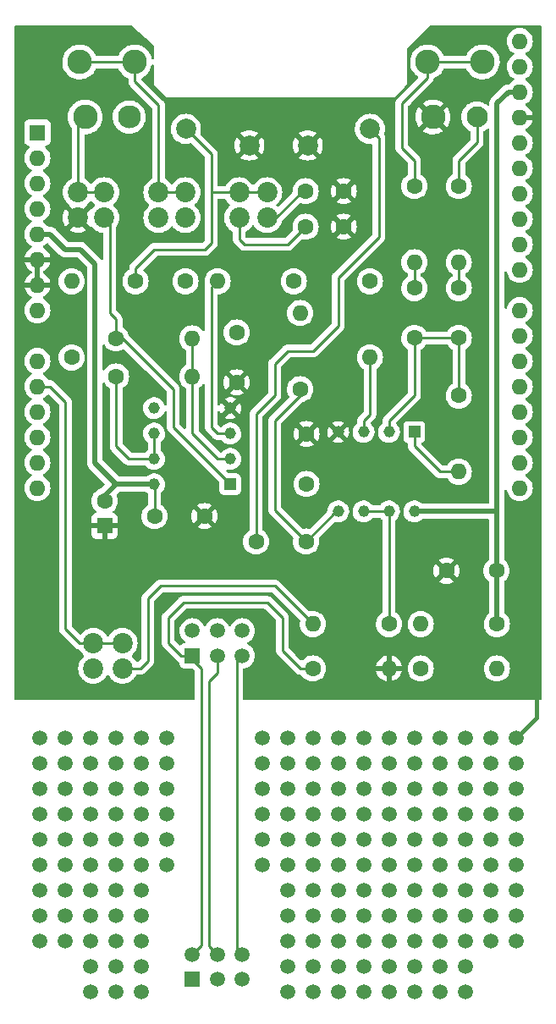
<source format=gbr>
G04 #@! TF.GenerationSoftware,KiCad,Pcbnew,(6.0.11)*
G04 #@! TF.CreationDate,2023-02-27T20:19:56+09:00*
G04 #@! TF.ProjectId,signalprocessing,7369676e-616c-4707-926f-63657373696e,rev?*
G04 #@! TF.SameCoordinates,Original*
G04 #@! TF.FileFunction,Copper,L1,Top*
G04 #@! TF.FilePolarity,Positive*
%FSLAX46Y46*%
G04 Gerber Fmt 4.6, Leading zero omitted, Abs format (unit mm)*
G04 Created by KiCad (PCBNEW (6.0.11)) date 2023-02-27 20:19:56*
%MOMM*%
%LPD*%
G01*
G04 APERTURE LIST*
G04 #@! TA.AperFunction,ComponentPad*
%ADD10C,1.600000*%
G04 #@! TD*
G04 #@! TA.AperFunction,ComponentPad*
%ADD11R,1.160000X1.160000*%
G04 #@! TD*
G04 #@! TA.AperFunction,ComponentPad*
%ADD12C,1.160000*%
G04 #@! TD*
G04 #@! TA.AperFunction,ComponentPad*
%ADD13C,2.000000*%
G04 #@! TD*
G04 #@! TA.AperFunction,ComponentPad*
%ADD14C,1.500000*%
G04 #@! TD*
G04 #@! TA.AperFunction,ComponentPad*
%ADD15R,1.600000X1.600000*%
G04 #@! TD*
G04 #@! TA.AperFunction,ComponentPad*
%ADD16O,1.600000X1.600000*%
G04 #@! TD*
G04 #@! TA.AperFunction,ComponentPad*
%ADD17C,2.450000*%
G04 #@! TD*
G04 #@! TA.AperFunction,ComponentPad*
%ADD18C,2.100000*%
G04 #@! TD*
G04 #@! TA.AperFunction,ComponentPad*
%ADD19C,2.020000*%
G04 #@! TD*
G04 #@! TA.AperFunction,ComponentPad*
%ADD20C,2.300000*%
G04 #@! TD*
G04 #@! TA.AperFunction,ComponentPad*
%ADD21R,1.500000X1.500000*%
G04 #@! TD*
G04 #@! TA.AperFunction,ViaPad*
%ADD22C,0.800000*%
G04 #@! TD*
G04 #@! TA.AperFunction,ViaPad*
%ADD23C,1.000000*%
G04 #@! TD*
G04 #@! TA.AperFunction,Conductor*
%ADD24C,0.250000*%
G04 #@! TD*
G04 #@! TA.AperFunction,Conductor*
%ADD25C,0.500000*%
G04 #@! TD*
G04 #@! TA.AperFunction,Conductor*
%ADD26C,0.400000*%
G04 #@! TD*
G04 APERTURE END LIST*
D10*
G04 #@! TO.P,C10,1*
G04 #@! TO.N,GND*
X97115000Y-127000000D03*
G04 #@! TO.P,C10,2*
G04 #@! TO.N,+5V*
X92115000Y-127000000D03*
G04 #@! TD*
G04 #@! TO.P,C5,1*
G04 #@! TO.N,GND*
X121325000Y-132461000D03*
G04 #@! TO.P,C5,2*
G04 #@! TO.N,VDDA*
X126325000Y-132461000D03*
G04 #@! TD*
D11*
G04 #@! TO.P,IC1,1,VOUTA*
G04 #@! TO.N,Net-(IC1-Pad1)*
X118110000Y-118585000D03*
D12*
G04 #@! TO.P,IC1,2,VINA-*
G04 #@! TO.N,Net-(C2-Pad2)*
X115570000Y-118585000D03*
G04 #@! TO.P,IC1,3,VINA+*
G04 #@! TO.N,Net-(IC1-Pad3)*
X113030000Y-118585000D03*
G04 #@! TO.P,IC1,4,VSS*
G04 #@! TO.N,GND*
X110490000Y-118585000D03*
G04 #@! TO.P,IC1,5,VINB+*
G04 #@! TO.N,Net-(C1-Pad1)*
X110490000Y-126525000D03*
G04 #@! TO.P,IC1,6,VINB-*
G04 #@! TO.N,Net-(IC1-Pad6)*
X113030000Y-126525000D03*
G04 #@! TO.P,IC1,7,VOUTB*
X115570000Y-126525000D03*
G04 #@! TO.P,IC1,8,VDD*
G04 #@! TO.N,VDDA*
X118110000Y-126525000D03*
G04 #@! TD*
D11*
G04 #@! TO.P,IC2,1,OUTPUT_A*
G04 #@! TO.N,Net-(IC2-Pad1)*
X99695000Y-123825000D03*
D12*
G04 #@! TO.P,IC2,2,-INPUT_A*
G04 #@! TO.N,Net-(IC2-Pad2)*
X99695000Y-121285000D03*
G04 #@! TO.P,IC2,3,+INPUT_A*
G04 #@! TO.N,Net-(IC2-Pad3)*
X99695000Y-118745000D03*
G04 #@! TO.P,IC2,4,VSS_(V-)*
G04 #@! TO.N,GND*
X99695000Y-116205000D03*
G04 #@! TO.P,IC2,5,+INPUT_B*
G04 #@! TO.N,Net-(IC2-Pad5)*
X92075000Y-116205000D03*
G04 #@! TO.P,IC2,6,-INPUT_B*
G04 #@! TO.N,Net-(IC2-Pad6)*
X92075000Y-118745000D03*
G04 #@! TO.P,IC2,7,OUTPUT_B*
X92075000Y-121285000D03*
G04 #@! TO.P,IC2,8,VDD_(V+)*
G04 #@! TO.N,+5V*
X92075000Y-123825000D03*
G04 #@! TD*
D13*
G04 #@! TO.P,TP4,1,1*
G04 #@! TO.N,GND*
X101600000Y-89916000D03*
G04 #@! TD*
D14*
G04 #@! TO.P,REF\u002A\u002A30,1*
G04 #@! TO.N,N/C*
X105410000Y-156845000D03*
G04 #@! TD*
D10*
G04 #@! TO.P,C8,1*
G04 #@! TO.N,Net-(C8-Pad1)*
X90210000Y-103505000D03*
G04 #@! TO.P,C8,2*
G04 #@! TO.N,/R13*
X95210000Y-103505000D03*
G04 #@! TD*
D14*
G04 #@! TO.P,REF\u002A\u002A82,1*
G04 #@! TO.N,N/C*
X110490000Y-169545000D03*
G04 #@! TD*
G04 #@! TO.P,REF\u002A\u002A86,1*
G04 #@! TO.N,N/C*
X120650000Y-169545000D03*
G04 #@! TD*
G04 #@! TO.P,REF\u002A\u002A30,1*
G04 #@! TO.N,N/C*
X102870000Y-156845000D03*
G04 #@! TD*
G04 #@! TO.P,REF\u002A\u002A39,1*
G04 #@! TO.N,N/C*
X128270000Y-156845000D03*
G04 #@! TD*
G04 #@! TO.P,REF\u002A\u002A24,1*
G04 #@! TO.N,N/C*
X115570000Y-154305000D03*
G04 #@! TD*
G04 #@! TO.P,REF\u002A\u002A69,1*
G04 #@! TO.N,N/C*
X128270000Y-164465000D03*
G04 #@! TD*
G04 #@! TO.P,REF\u002A\u002A49,1*
G04 #@! TO.N,N/C*
X128270000Y-159385000D03*
G04 #@! TD*
G04 #@! TO.P,REF\u002A\u002A62,1*
G04 #@! TO.N,N/C*
X110490000Y-164465000D03*
G04 #@! TD*
D13*
G04 #@! TO.P,TP1,1,1*
G04 #@! TO.N,Net-(C1-Pad2)*
X113665000Y-88265000D03*
G04 #@! TD*
D15*
G04 #@! TO.P,U1,1*
G04 #@! TO.N,N/C*
X80395000Y-88625000D03*
D16*
G04 #@! TO.P,U1,2,IOREF*
G04 #@! TO.N,unconnected-(U1-Pad2)*
X80395000Y-91165000D03*
G04 #@! TO.P,U1,3,~{RESET}*
G04 #@! TO.N,unconnected-(U1-Pad3)*
X80395000Y-93705000D03*
G04 #@! TO.P,U1,4,+3V3*
G04 #@! TO.N,unconnected-(U1-Pad4)*
X80395000Y-96245000D03*
G04 #@! TO.P,U1,5,+5V*
G04 #@! TO.N,+5V*
X80395000Y-98785000D03*
G04 #@! TO.P,U1,6,GND*
G04 #@! TO.N,GND*
X80395000Y-101325000D03*
G04 #@! TO.P,U1,7,GND*
X80395000Y-103865000D03*
G04 #@! TO.P,U1,8,VIN*
G04 #@! TO.N,unconnected-(U1-Pad8)*
X80395000Y-106405000D03*
G04 #@! TO.P,U1,9*
G04 #@! TO.N,N/C*
X80395000Y-111485000D03*
G04 #@! TO.P,U1,10,PA1(A1)*
G04 #@! TO.N,Net-(JP1-Pad2)*
X80395000Y-114025000D03*
G04 #@! TO.P,U1,11,PA4(A2)*
G04 #@! TO.N,Net-(R10-Pad1)*
X80395000Y-116565000D03*
G04 #@! TO.P,U1,12*
G04 #@! TO.N,N/C*
X80395000Y-119105000D03*
G04 #@! TO.P,U1,13*
X80395000Y-121645000D03*
G04 #@! TO.P,U1,14*
X80395000Y-124185000D03*
G04 #@! TO.P,U1,15*
X128655000Y-124185000D03*
G04 #@! TO.P,U1,16*
X128655000Y-121645000D03*
G04 #@! TO.P,U1,17*
X128655000Y-119105000D03*
G04 #@! TO.P,U1,18*
X128655000Y-116565000D03*
G04 #@! TO.P,U1,19*
X128655000Y-114025000D03*
G04 #@! TO.P,U1,20*
X128655000Y-111485000D03*
G04 #@! TO.P,U1,21*
X128655000Y-108945000D03*
G04 #@! TO.P,U1,22*
X128655000Y-106405000D03*
G04 #@! TO.P,U1,23*
X128655000Y-102345000D03*
G04 #@! TO.P,U1,24*
X128655000Y-99805000D03*
G04 #@! TO.P,U1,25*
X128655000Y-97265000D03*
G04 #@! TO.P,U1,26*
X128655000Y-94725000D03*
G04 #@! TO.P,U1,27*
X128655000Y-92185000D03*
G04 #@! TO.P,U1,28*
X128655000Y-89645000D03*
G04 #@! TO.P,U1,29,GND*
G04 #@! TO.N,GND*
X128655000Y-87105000D03*
G04 #@! TO.P,U1,30,AVDD*
G04 #@! TO.N,VDDA*
X128655000Y-84565000D03*
G04 #@! TO.P,U1,31*
G04 #@! TO.N,N/C*
X128655000Y-82025000D03*
G04 #@! TO.P,U1,32*
X128655000Y-79485000D03*
G04 #@! TD*
D14*
G04 #@! TO.P,REF\u002A\u002A26,1*
G04 #@! TO.N,N/C*
X120650000Y-154305000D03*
G04 #@! TD*
D10*
G04 #@! TO.P,R12,1*
G04 #@! TO.N,Net-(IC2-Pad1)*
X88265000Y-109220000D03*
D16*
G04 #@! TO.P,R12,2*
G04 #@! TO.N,Net-(IC2-Pad2)*
X95885000Y-109220000D03*
G04 #@! TD*
D14*
G04 #@! TO.P,REF\u002A\u002A8,1*
G04 #@! TO.N,N/C*
X125730000Y-149225000D03*
G04 #@! TD*
D10*
G04 #@! TO.P,R10,1*
G04 #@! TO.N,Net-(R10-Pad1)*
X83820000Y-111125000D03*
D16*
G04 #@! TO.P,R10,2*
G04 #@! TO.N,Net-(C8-Pad1)*
X83820000Y-103505000D03*
G04 #@! TD*
D10*
G04 #@! TO.P,R1,1*
G04 #@! TO.N,Net-(C1-Pad1)*
X106680000Y-114300000D03*
D16*
G04 #@! TO.P,R1,2*
G04 #@! TO.N,/R11*
X106680000Y-106680000D03*
G04 #@! TD*
D15*
G04 #@! TO.P,C11,2*
G04 #@! TO.N,GND*
X87122000Y-127976000D03*
D10*
G04 #@! TO.P,C11,1*
G04 #@! TO.N,+5V*
X87122000Y-125476000D03*
G04 #@! TD*
D17*
G04 #@! TO.P,J1,1,GND*
G04 #@! TO.N,GND*
X119974000Y-87067500D03*
G04 #@! TO.P,J1,2,L*
G04 #@! TO.N,Net-(J1-Pad2)*
X119424000Y-81567500D03*
G04 #@! TO.P,J1,3,L*
X124924000Y-81567500D03*
D18*
G04 #@! TO.P,J1,4,R*
G04 #@! TO.N,Net-(J1-Pad4)*
X124374000Y-87067500D03*
G04 #@! TD*
D14*
G04 #@! TO.P,REF\u002A\u002A57,1*
G04 #@! TO.N,N/C*
X123190000Y-161925000D03*
G04 #@! TD*
G04 #@! TO.P,REF\u002A\u002A104,1*
G04 #@! TO.N,N/C*
X115570000Y-174625000D03*
G04 #@! TD*
G04 #@! TO.P,REF\u002A\u002A105,1*
G04 #@! TO.N,N/C*
X118110000Y-174625000D03*
G04 #@! TD*
D10*
G04 #@! TO.P,R3,1*
G04 #@! TO.N,Net-(J1-Pad2)*
X118110000Y-93980000D03*
D16*
G04 #@! TO.P,R3,2*
G04 #@! TO.N,Net-(C2-Pad1)*
X118110000Y-101600000D03*
G04 #@! TD*
D14*
G04 #@! TO.P,REF\u002A\u002A85,1*
G04 #@! TO.N,N/C*
X118110000Y-169545000D03*
G04 #@! TD*
G04 #@! TO.P,REF\u002A\u002A56,1*
G04 #@! TO.N,N/C*
X120650000Y-161925000D03*
G04 #@! TD*
G04 #@! TO.P,REF\u002A\u002A61,1*
G04 #@! TO.N,N/C*
X107950000Y-164465000D03*
G04 #@! TD*
G04 #@! TO.P,REF\u002A\u002A46,1*
G04 #@! TO.N,N/C*
X88265000Y-159385000D03*
G04 #@! TD*
G04 #@! TO.P,REF\u002A\u002A1,1*
G04 #@! TO.N,N/C*
X107950000Y-149225000D03*
G04 #@! TD*
G04 #@! TO.P,REF\u002A\u002A97,1*
G04 #@! TO.N,N/C*
X90805000Y-172085000D03*
G04 #@! TD*
G04 #@! TO.P,REF\u002A\u002A96,1*
G04 #@! TO.N,N/C*
X88265000Y-172085000D03*
G04 #@! TD*
D10*
G04 #@! TO.P,C1,1*
G04 #@! TO.N,Net-(C1-Pad1)*
X107275000Y-129540000D03*
G04 #@! TO.P,C1,2*
G04 #@! TO.N,Net-(C1-Pad2)*
X102275000Y-129540000D03*
G04 #@! TD*
D14*
G04 #@! TO.P,REF\u002A\u002A5,1*
G04 #@! TO.N,N/C*
X85725000Y-149225000D03*
G04 #@! TD*
G04 #@! TO.P,REF\u002A\u002A34,1*
G04 #@! TO.N,N/C*
X115570000Y-156845000D03*
G04 #@! TD*
G04 #@! TO.P,REF\u002A\u002A84,1*
G04 #@! TO.N,N/C*
X115570000Y-169545000D03*
G04 #@! TD*
G04 #@! TO.P,REF\u002A\u002A51,1*
G04 #@! TO.N,N/C*
X107950000Y-161925000D03*
G04 #@! TD*
D19*
G04 #@! TO.P,JP2,1*
G04 #@! TO.N,Net-(C6-Pad1)*
X100585000Y-97155000D03*
G04 #@! TO.P,JP2,2*
G04 #@! TO.N,Net-(C8-Pad1)*
X100585000Y-94615000D03*
G04 #@! TD*
D14*
G04 #@! TO.P,REF\u002A\u002A37,1*
G04 #@! TO.N,N/C*
X90805000Y-156845000D03*
G04 #@! TD*
G04 #@! TO.P,REF\u002A\u002A45,1*
G04 #@! TO.N,N/C*
X118110000Y-159385000D03*
G04 #@! TD*
G04 #@! TO.P,REF\u002A\u002A74,1*
G04 #@! TO.N,N/C*
X83185000Y-167005000D03*
G04 #@! TD*
G04 #@! TO.P,REF\u002A\u002A102,1*
G04 #@! TO.N,N/C*
X110490000Y-174625000D03*
G04 #@! TD*
G04 #@! TO.P,REF\u002A\u002A73,1*
G04 #@! TO.N,N/C*
X80645000Y-167005000D03*
G04 #@! TD*
G04 #@! TO.P,REF\u002A\u002A17,1*
G04 #@! TO.N,N/C*
X123190000Y-151765000D03*
G04 #@! TD*
G04 #@! TO.P,REF\u002A\u002A93,1*
G04 #@! TO.N,N/C*
X113030000Y-172085000D03*
G04 #@! TD*
G04 #@! TO.P,REF\u002A\u002A50,1*
G04 #@! TO.N,N/C*
X105410000Y-161925000D03*
G04 #@! TD*
G04 #@! TO.P,REF\u002A\u002A77,1*
G04 #@! TO.N,N/C*
X123190000Y-167005000D03*
G04 #@! TD*
G04 #@! TO.P,REF\u002A\u002A95,1*
G04 #@! TO.N,N/C*
X85725000Y-172085000D03*
G04 #@! TD*
G04 #@! TO.P,REF\u002A\u002A107,1*
G04 #@! TO.N,N/C*
X123190000Y-174625000D03*
G04 #@! TD*
G04 #@! TO.P,REF\u002A\u002A6,1*
G04 #@! TO.N,N/C*
X88265000Y-149225000D03*
G04 #@! TD*
D10*
G04 #@! TO.P,R9,1*
G04 #@! TO.N,Net-(IC1-Pad6)*
X115570000Y-137795000D03*
D16*
G04 #@! TO.P,R9,2*
G04 #@! TO.N,Net-(JP1-Pad1)*
X107950000Y-137795000D03*
G04 #@! TD*
D14*
G04 #@! TO.P,REF\u002A\u002A15,1*
G04 #@! TO.N,N/C*
X85725000Y-151765000D03*
G04 #@! TD*
G04 #@! TO.P,REF\u002A\u002A3,1*
G04 #@! TO.N,N/C*
X80645000Y-149225000D03*
G04 #@! TD*
G04 #@! TO.P,REF\u002A\u002A106,1*
G04 #@! TO.N,N/C*
X88265000Y-174625000D03*
G04 #@! TD*
G04 #@! TO.P,REF\u002A\u002A92,1*
G04 #@! TO.N,N/C*
X110490000Y-172085000D03*
G04 #@! TD*
G04 #@! TO.P,REF\u002A\u002A33,1*
G04 #@! TO.N,N/C*
X113030000Y-156845000D03*
G04 #@! TD*
G04 #@! TO.P,REF\u002A\u002A55,1*
G04 #@! TO.N,N/C*
X118110000Y-161925000D03*
G04 #@! TD*
G04 #@! TO.P,REF\u002A\u002A48,1*
G04 #@! TO.N,N/C*
X125730000Y-159385000D03*
G04 #@! TD*
G04 #@! TO.P,REF\u002A\u002A38,1*
G04 #@! TO.N,N/C*
X125730000Y-156845000D03*
G04 #@! TD*
G04 #@! TO.P,REF\u002A\u002A74,1*
G04 #@! TO.N,N/C*
X115570000Y-167005000D03*
G04 #@! TD*
D13*
G04 #@! TO.P,TP3,1,1*
G04 #@! TO.N,Net-(C8-Pad1)*
X95250000Y-88265000D03*
G04 #@! TD*
D14*
G04 #@! TO.P,REF\u002A\u002A57,1*
G04 #@! TO.N,N/C*
X90805000Y-161925000D03*
G04 #@! TD*
G04 #@! TO.P,REF\u002A\u002A27,1*
G04 #@! TO.N,N/C*
X123190000Y-154305000D03*
G04 #@! TD*
G04 #@! TO.P,REF\u002A\u002A19,1*
G04 #@! TO.N,N/C*
X128270000Y-151765000D03*
G04 #@! TD*
G04 #@! TO.P,REF\u002A\u002A28,1*
G04 #@! TO.N,N/C*
X125730000Y-154305000D03*
G04 #@! TD*
G04 #@! TO.P,REF\u002A\u002A42,1*
G04 #@! TO.N,N/C*
X110490000Y-159385000D03*
G04 #@! TD*
G04 #@! TO.P,REF\u002A\u002A91,1*
G04 #@! TO.N,N/C*
X107950000Y-172085000D03*
G04 #@! TD*
G04 #@! TO.P,REF\u002A\u002A55,1*
G04 #@! TO.N,N/C*
X85725000Y-161925000D03*
G04 #@! TD*
G04 #@! TO.P,REF\u002A\u002A35,1*
G04 #@! TO.N,N/C*
X118110000Y-156845000D03*
G04 #@! TD*
G04 #@! TO.P,REF\u002A\u002A73,1*
G04 #@! TO.N,N/C*
X113030000Y-167005000D03*
G04 #@! TD*
D10*
G04 #@! TO.P,C7,1*
G04 #@! TO.N,Net-(C7-Pad1)*
X107228000Y-94488000D03*
G04 #@! TO.P,C7,2*
G04 #@! TO.N,GND*
X111038000Y-94488000D03*
G04 #@! TD*
D14*
G04 #@! TO.P,REF\u002A\u002A97,1*
G04 #@! TO.N,N/C*
X123190000Y-172085000D03*
G04 #@! TD*
D17*
G04 #@! TO.P,J2,1,GND*
G04 #@! TO.N,Net-(J2-Pad1)*
X85176000Y-87067500D03*
G04 #@! TO.P,J2,2,L*
G04 #@! TO.N,Net-(J2-Pad2)*
X84626000Y-81567500D03*
G04 #@! TO.P,J2,3,L*
X90126000Y-81567500D03*
D20*
G04 #@! TO.P,J2,4,R*
G04 #@! TO.N,unconnected-(J2-Pad4)*
X89576000Y-87067500D03*
G04 #@! TD*
D10*
G04 #@! TO.P,R6,1*
G04 #@! TO.N,Net-(JP11-Pad2)*
X118745000Y-142240000D03*
D16*
G04 #@! TO.P,R6,2*
G04 #@! TO.N,Net-(IC1-Pad1)*
X126365000Y-142240000D03*
G04 #@! TD*
D14*
G04 #@! TO.P,REF\u002A\u002A79,1*
G04 #@! TO.N,N/C*
X128270000Y-167005000D03*
G04 #@! TD*
G04 #@! TO.P,REF\u002A\u002A20,1*
G04 #@! TO.N,N/C*
X105410000Y-154305000D03*
G04 #@! TD*
D19*
G04 #@! TO.P,JP3,1*
G04 #@! TO.N,/R13*
X95195000Y-97152500D03*
G04 #@! TO.P,JP3,2*
G04 #@! TO.N,Net-(J2-Pad2)*
X95195000Y-94612500D03*
G04 #@! TD*
D14*
G04 #@! TO.P,REF\u002A\u002A70,1*
G04 #@! TO.N,N/C*
X105410000Y-167005000D03*
G04 #@! TD*
G04 #@! TO.P,REF\u002A\u002A34,1*
G04 #@! TO.N,N/C*
X83185000Y-156845000D03*
G04 #@! TD*
G04 #@! TO.P,REF\u002A\u002A50,1*
G04 #@! TO.N,N/C*
X93345000Y-161925000D03*
G04 #@! TD*
G04 #@! TO.P,REF\u002A\u002A76,1*
G04 #@! TO.N,N/C*
X120650000Y-167005000D03*
G04 #@! TD*
G04 #@! TO.P,REF\u002A\u002A6,1*
G04 #@! TO.N,N/C*
X120650000Y-149225000D03*
G04 #@! TD*
G04 #@! TO.P,REF\u002A\u002A25,1*
G04 #@! TO.N,N/C*
X118110000Y-154305000D03*
G04 #@! TD*
G04 #@! TO.P,REF\u002A\u002A40,1*
G04 #@! TO.N,N/C*
X102870000Y-159385000D03*
G04 #@! TD*
D19*
G04 #@! TO.P,JP1,1*
G04 #@! TO.N,Net-(JP1-Pad1)*
X88900000Y-142240000D03*
G04 #@! TO.P,JP1,2*
G04 #@! TO.N,Net-(JP1-Pad2)*
X88900000Y-139700000D03*
G04 #@! TD*
D14*
G04 #@! TO.P,REF\u002A\u002A36,1*
G04 #@! TO.N,N/C*
X120650000Y-156845000D03*
G04 #@! TD*
G04 #@! TO.P,REF\u002A\u002A44,1*
G04 #@! TO.N,N/C*
X83185000Y-159385000D03*
G04 #@! TD*
G04 #@! TO.P,REF\u002A\u002A24,1*
G04 #@! TO.N,N/C*
X83185000Y-154305000D03*
G04 #@! TD*
G04 #@! TO.P,REF\u002A\u002A88,1*
G04 #@! TO.N,N/C*
X125730000Y-169545000D03*
G04 #@! TD*
G04 #@! TO.P,REF\u002A\u002A31,1*
G04 #@! TO.N,N/C*
X107950000Y-156845000D03*
G04 #@! TD*
G04 #@! TO.P,REF\u002A\u002A87,1*
G04 #@! TO.N,N/C*
X123190000Y-169545000D03*
G04 #@! TD*
G04 #@! TO.P,REF\u002A\u002A4,1*
G04 #@! TO.N,N/C*
X83185000Y-149225000D03*
G04 #@! TD*
D10*
G04 #@! TO.P,R7,1*
G04 #@! TO.N,VDDA*
X126365000Y-137795000D03*
D16*
G04 #@! TO.P,R7,2*
G04 #@! TO.N,/R11*
X118745000Y-137795000D03*
G04 #@! TD*
D14*
G04 #@! TO.P,REF\u002A\u002A18,1*
G04 #@! TO.N,N/C*
X125730000Y-151765000D03*
G04 #@! TD*
G04 #@! TO.P,REF\u002A\u002A11,1*
G04 #@! TO.N,N/C*
X107950000Y-151765000D03*
G04 #@! TD*
G04 #@! TO.P,REF\u002A\u002A7,1*
G04 #@! TO.N,N/C*
X123190000Y-149225000D03*
G04 #@! TD*
G04 #@! TO.P,REF\u002A\u002A26,1*
G04 #@! TO.N,N/C*
X88265000Y-154305000D03*
G04 #@! TD*
G04 #@! TO.P,REF\u002A\u002A16,1*
G04 #@! TO.N,N/C*
X88265000Y-151765000D03*
G04 #@! TD*
G04 #@! TO.P,REF\u002A\u002A50,1*
G04 #@! TO.N,N/C*
X102870000Y-161925000D03*
G04 #@! TD*
G04 #@! TO.P,REF\u002A\u002A,1*
G04 #@! TO.N,N/C*
X102870000Y-149225000D03*
G04 #@! TD*
G04 #@! TO.P,REF\u002A\u002A40,1*
G04 #@! TO.N,N/C*
X93345000Y-159385000D03*
G04 #@! TD*
D10*
G04 #@! TO.P,R8,1*
G04 #@! TO.N,/R11*
X107950000Y-142240000D03*
D16*
G04 #@! TO.P,R8,2*
G04 #@! TO.N,GND*
X115570000Y-142240000D03*
G04 #@! TD*
D14*
G04 #@! TO.P,REF\u002A\u002A40,1*
G04 #@! TO.N,N/C*
X105410000Y-159385000D03*
G04 #@! TD*
D10*
G04 #@! TO.P,R13,1*
G04 #@! TO.N,Net-(IC2-Pad6)*
X88265000Y-113030000D03*
D16*
G04 #@! TO.P,R13,2*
G04 #@! TO.N,Net-(IC2-Pad2)*
X95885000Y-113030000D03*
G04 #@! TD*
D14*
G04 #@! TO.P,REF\u002A\u002A46,1*
G04 #@! TO.N,N/C*
X120650000Y-159385000D03*
G04 #@! TD*
D10*
G04 #@! TO.P,R11,1*
G04 #@! TO.N,/R11*
X106045000Y-103505000D03*
D16*
G04 #@! TO.P,R11,2*
G04 #@! TO.N,Net-(IC2-Pad3)*
X98425000Y-103505000D03*
G04 #@! TD*
D14*
G04 #@! TO.P,REF\u002A\u002A94,1*
G04 #@! TO.N,N/C*
X115570000Y-172085000D03*
G04 #@! TD*
G04 #@! TO.P,REF\u002A\u002A95,1*
G04 #@! TO.N,N/C*
X118110000Y-172085000D03*
G04 #@! TD*
G04 #@! TO.P,REF\u002A\u002A15,1*
G04 #@! TO.N,N/C*
X118110000Y-151765000D03*
G04 #@! TD*
G04 #@! TO.P,REF\u002A\u002A47,1*
G04 #@! TO.N,N/C*
X90805000Y-159385000D03*
G04 #@! TD*
G04 #@! TO.P,REF\u002A\u002A43,1*
G04 #@! TO.N,N/C*
X80645000Y-159385000D03*
G04 #@! TD*
G04 #@! TO.P,REF\u002A\u002A14,1*
G04 #@! TO.N,N/C*
X83185000Y-151765000D03*
G04 #@! TD*
G04 #@! TO.P,REF\u002A\u002A53,1*
G04 #@! TO.N,N/C*
X113030000Y-161925000D03*
G04 #@! TD*
G04 #@! TO.P,REF\u002A\u002A21,1*
G04 #@! TO.N,N/C*
X107950000Y-154305000D03*
G04 #@! TD*
D19*
G04 #@! TO.P,JP11,1*
G04 #@! TO.N,Net-(JP1-Pad2)*
X85993500Y-139700000D03*
G04 #@! TO.P,JP11,2*
G04 #@! TO.N,Net-(JP11-Pad2)*
X85993500Y-142240000D03*
G04 #@! TD*
D14*
G04 #@! TO.P,REF\u002A\u002A77,1*
G04 #@! TO.N,N/C*
X90805000Y-167005000D03*
G04 #@! TD*
G04 #@! TO.P,REF\u002A\u002A64,1*
G04 #@! TO.N,N/C*
X115570000Y-164465000D03*
G04 #@! TD*
G04 #@! TO.P,REF\u002A\u002A58,1*
G04 #@! TO.N,N/C*
X125730000Y-161925000D03*
G04 #@! TD*
G04 #@! TO.P,REF\u002A\u002A37,1*
G04 #@! TO.N,N/C*
X123190000Y-156845000D03*
G04 #@! TD*
G04 #@! TO.P,REF\u002A\u002A80,1*
G04 #@! TO.N,N/C*
X105410000Y-169545000D03*
G04 #@! TD*
G04 #@! TO.P,REF\u002A\u002A29,1*
G04 #@! TO.N,N/C*
X128270000Y-154305000D03*
G04 #@! TD*
G04 #@! TO.P,REF\u002A\u002A44,1*
G04 #@! TO.N,N/C*
X115570000Y-159385000D03*
G04 #@! TD*
G04 #@! TO.P,REF\u002A\u002A90,1*
G04 #@! TO.N,N/C*
X105410000Y-172085000D03*
G04 #@! TD*
G04 #@! TO.P,REF\u002A\u002A65,1*
G04 #@! TO.N,N/C*
X118110000Y-164465000D03*
G04 #@! TD*
G04 #@! TO.P,REF\u002A\u002A10,1*
G04 #@! TO.N,N/C*
X102870000Y-151765000D03*
G04 #@! TD*
D19*
G04 #@! TO.P,JP12,1*
G04 #@! TO.N,Net-(C7-Pad1)*
X103374000Y-97155000D03*
G04 #@! TO.P,JP12,2*
G04 #@! TO.N,Net-(C8-Pad1)*
X103374000Y-94615000D03*
G04 #@! TD*
D14*
G04 #@! TO.P,REF\u002A\u002A13,1*
G04 #@! TO.N,N/C*
X113030000Y-151765000D03*
G04 #@! TD*
G04 #@! TO.P,REF\u002A\u002A75,1*
G04 #@! TO.N,N/C*
X118110000Y-167005000D03*
G04 #@! TD*
G04 #@! TO.P,REF\u002A\u002A67,1*
G04 #@! TO.N,N/C*
X123190000Y-164465000D03*
G04 #@! TD*
G04 #@! TO.P,REF\u002A\u002A84,1*
G04 #@! TO.N,N/C*
X83185000Y-169545000D03*
G04 #@! TD*
G04 #@! TO.P,REF\u002A\u002A59,1*
G04 #@! TO.N,N/C*
X128270000Y-161925000D03*
G04 #@! TD*
G04 #@! TO.P,REF\u002A\u002A100,1*
G04 #@! TO.N,N/C*
X105410000Y-174625000D03*
G04 #@! TD*
G04 #@! TO.P,REF\u002A\u002A14,1*
G04 #@! TO.N,N/C*
X115570000Y-151765000D03*
G04 #@! TD*
G04 #@! TO.P,REF\u002A\u002A107,1*
G04 #@! TO.N,N/C*
X90805000Y-174625000D03*
G04 #@! TD*
G04 #@! TO.P,REF\u002A\u002A4,1*
G04 #@! TO.N,N/C*
X115570000Y-149225000D03*
G04 #@! TD*
G04 #@! TO.P,REF\u002A\u002A54,1*
G04 #@! TO.N,N/C*
X115570000Y-161925000D03*
G04 #@! TD*
G04 #@! TO.P,REF\u002A\u002A36,1*
G04 #@! TO.N,N/C*
X88265000Y-156845000D03*
G04 #@! TD*
G04 #@! TO.P,REF\u002A\u002A63,1*
G04 #@! TO.N,N/C*
X80645000Y-164465000D03*
G04 #@! TD*
G04 #@! TO.P,REF\u002A\u002A52,1*
G04 #@! TO.N,N/C*
X110490000Y-161925000D03*
G04 #@! TD*
G04 #@! TO.P,REF\u002A\u002A45,1*
G04 #@! TO.N,N/C*
X85725000Y-159385000D03*
G04 #@! TD*
G04 #@! TO.P,REF\u002A\u002A65,1*
G04 #@! TO.N,N/C*
X85725000Y-164465000D03*
G04 #@! TD*
G04 #@! TO.P,REF\u002A\u002A47,1*
G04 #@! TO.N,N/C*
X123190000Y-159385000D03*
G04 #@! TD*
D10*
G04 #@! TO.P,C6,1*
G04 #@! TO.N,Net-(C6-Pad1)*
X107228000Y-98044000D03*
G04 #@! TO.P,C6,2*
G04 #@! TO.N,GND*
X111038000Y-98044000D03*
G04 #@! TD*
D13*
G04 #@! TO.P,TP2,1,1*
G04 #@! TO.N,GND*
X107442000Y-89916000D03*
G04 #@! TD*
D10*
G04 #@! TO.P,C3,1*
G04 #@! TO.N,Net-(C3-Pad1)*
X122555000Y-104180000D03*
G04 #@! TO.P,C3,2*
G04 #@! TO.N,Net-(C2-Pad2)*
X122555000Y-109180000D03*
G04 #@! TD*
D14*
G04 #@! TO.P,REF\u002A\u002A53,1*
G04 #@! TO.N,N/C*
X80645000Y-161925000D03*
G04 #@! TD*
G04 #@! TO.P,REF\u002A\u002A23,1*
G04 #@! TO.N,N/C*
X80645000Y-154305000D03*
G04 #@! TD*
D21*
G04 #@! TO.P,RV1,R11,1*
G04 #@! TO.N,/R11*
X95885000Y-173355000D03*
D14*
G04 #@! TO.P,RV1,R12,2*
G04 #@! TO.N,Net-(IC2-Pad5)*
X98385000Y-173355000D03*
G04 #@! TO.P,RV1,R13,3*
G04 #@! TO.N,/R13*
X100885000Y-173355000D03*
G04 #@! TO.P,RV1,R21*
G04 #@! TO.N,/R11*
X95885000Y-170855000D03*
G04 #@! TO.P,RV1,R22*
G04 #@! TO.N,Net-(IC2-Pad5)*
X98385000Y-170855000D03*
G04 #@! TO.P,RV1,R23*
G04 #@! TO.N,/R13*
X100885000Y-170855000D03*
G04 #@! TD*
G04 #@! TO.P,REF\u002A\u002A16,1*
G04 #@! TO.N,N/C*
X120650000Y-151765000D03*
G04 #@! TD*
G04 #@! TO.P,REF\u002A\u002A63,1*
G04 #@! TO.N,N/C*
X113030000Y-164465000D03*
G04 #@! TD*
G04 #@! TO.P,REF\u002A\u002A87,1*
G04 #@! TO.N,N/C*
X90805000Y-169545000D03*
G04 #@! TD*
G04 #@! TO.P,REF\u002A\u002A27,1*
G04 #@! TO.N,N/C*
X90805000Y-154305000D03*
G04 #@! TD*
G04 #@! TO.P,REF\u002A\u002A20,1*
G04 #@! TO.N,N/C*
X102870000Y-154305000D03*
G04 #@! TD*
G04 #@! TO.P,REF\u002A\u002A60,1*
G04 #@! TO.N,N/C*
X105410000Y-164465000D03*
G04 #@! TD*
G04 #@! TO.P,REF\u002A\u002A12,1*
G04 #@! TO.N,N/C*
X110490000Y-151765000D03*
G04 #@! TD*
G04 #@! TO.P,REF\u002A\u002A66,1*
G04 #@! TO.N,N/C*
X88265000Y-164465000D03*
G04 #@! TD*
G04 #@! TO.P,REF\u002A\u002A10,1*
G04 #@! TO.N,N/C*
X105410000Y-151765000D03*
G04 #@! TD*
G04 #@! TO.P,REF\u002A\u002A81,1*
G04 #@! TO.N,N/C*
X107950000Y-169545000D03*
G04 #@! TD*
G04 #@! TO.P,REF\u002A\u002A5,1*
G04 #@! TO.N,N/C*
X118110000Y-149225000D03*
G04 #@! TD*
D10*
G04 #@! TO.P,C9,1*
G04 #@! TO.N,GND*
X100330000Y-113625000D03*
G04 #@! TO.P,C9,2*
G04 #@! TO.N,/R11*
X100330000Y-108625000D03*
G04 #@! TD*
D14*
G04 #@! TO.P,REF\u002A\u002A66,1*
G04 #@! TO.N,N/C*
X120650000Y-164465000D03*
G04 #@! TD*
G04 #@! TO.P,REF\u002A\u002A13,1*
G04 #@! TO.N,N/C*
X80645000Y-151765000D03*
G04 #@! TD*
G04 #@! TO.P,REF\u002A\u002A17,1*
G04 #@! TO.N,N/C*
X90805000Y-151765000D03*
G04 #@! TD*
G04 #@! TO.P,REF\u002A\u002A20,1*
G04 #@! TO.N,N/C*
X93345000Y-154305000D03*
G04 #@! TD*
G04 #@! TO.P,REF\u002A\u002A23,1*
G04 #@! TO.N,N/C*
X113030000Y-154305000D03*
G04 #@! TD*
G04 #@! TO.P,REF\u002A\u002A83,1*
G04 #@! TO.N,N/C*
X80645000Y-169545000D03*
G04 #@! TD*
D10*
G04 #@! TO.P,R2,1*
G04 #@! TO.N,/R11*
X113665000Y-103505000D03*
D16*
G04 #@! TO.P,R2,2*
G04 #@! TO.N,Net-(IC1-Pad3)*
X113665000Y-111125000D03*
G04 #@! TD*
D10*
G04 #@! TO.P,C4,1*
G04 #@! TO.N,GND*
X107315000Y-118785000D03*
G04 #@! TO.P,C4,2*
G04 #@! TO.N,/R11*
X107315000Y-123785000D03*
G04 #@! TD*
D14*
G04 #@! TO.P,REF\u002A\u002A85,1*
G04 #@! TO.N,N/C*
X85725000Y-169545000D03*
G04 #@! TD*
G04 #@! TO.P,REF\u002A\u002A68,1*
G04 #@! TO.N,N/C*
X125730000Y-164465000D03*
G04 #@! TD*
G04 #@! TO.P,REF\u002A\u002A67,1*
G04 #@! TO.N,N/C*
X90805000Y-164465000D03*
G04 #@! TD*
G04 #@! TO.P,REF\u002A\u002A30,1*
G04 #@! TO.N,N/C*
X93345000Y-156845000D03*
G04 #@! TD*
G04 #@! TO.P,REF\u002A\u002A22,1*
G04 #@! TO.N,N/C*
X110490000Y-154305000D03*
G04 #@! TD*
G04 #@! TO.P,REF\u002A\u002A3,1*
G04 #@! TO.N,N/C*
X113030000Y-149225000D03*
G04 #@! TD*
G04 #@! TO.P,REF\u002A\u002A25,1*
G04 #@! TO.N,N/C*
X85725000Y-154305000D03*
G04 #@! TD*
G04 #@! TO.P,REF\u002A\u002A54,1*
G04 #@! TO.N,N/C*
X83185000Y-161925000D03*
G04 #@! TD*
G04 #@! TO.P,REF\u002A\u002A89,1*
G04 #@! TO.N,N/C*
X128270000Y-169545000D03*
G04 #@! TD*
G04 #@! TO.P,REF\u002A\u002A2,1*
G04 #@! TO.N,N/C*
X110490000Y-149225000D03*
G04 #@! TD*
D19*
G04 #@! TO.P,JP14,1*
G04 #@! TO.N,Net-(J2-Pad1)*
X84455000Y-94615000D03*
G04 #@! TO.P,JP14,2*
G04 #@! TO.N,GND*
X84455000Y-97155000D03*
G04 #@! TD*
D14*
G04 #@! TO.P,REF\u002A\u002A76,1*
G04 #@! TO.N,N/C*
X88265000Y-167005000D03*
G04 #@! TD*
G04 #@! TO.P,REF\u002A\u002A10,1*
G04 #@! TO.N,N/C*
X93345000Y-151765000D03*
G04 #@! TD*
G04 #@! TO.P,REF\u002A\u002A35,1*
G04 #@! TO.N,N/C*
X85725000Y-156845000D03*
G04 #@! TD*
G04 #@! TO.P,REF\u002A\u002A75,1*
G04 #@! TO.N,N/C*
X85725000Y-167005000D03*
G04 #@! TD*
D10*
G04 #@! TO.P,R5,1*
G04 #@! TO.N,Net-(C2-Pad2)*
X122555000Y-114935000D03*
D16*
G04 #@! TO.P,R5,2*
G04 #@! TO.N,Net-(IC1-Pad1)*
X122555000Y-122555000D03*
G04 #@! TD*
D10*
G04 #@! TO.P,C2,1*
G04 #@! TO.N,Net-(C2-Pad1)*
X118110000Y-104180000D03*
G04 #@! TO.P,C2,2*
G04 #@! TO.N,Net-(C2-Pad2)*
X118110000Y-109180000D03*
G04 #@! TD*
D14*
G04 #@! TO.P,REF\u002A\u002A32,1*
G04 #@! TO.N,N/C*
X110490000Y-156845000D03*
G04 #@! TD*
G04 #@! TO.P,REF\u002A\u002A64,1*
G04 #@! TO.N,N/C*
X83185000Y-164465000D03*
G04 #@! TD*
G04 #@! TO.P,REF\u002A\u002A43,1*
G04 #@! TO.N,N/C*
X113030000Y-159385000D03*
G04 #@! TD*
G04 #@! TO.P,REF\u002A\u002A105,1*
G04 #@! TO.N,N/C*
X85725000Y-174625000D03*
G04 #@! TD*
G04 #@! TO.P,REF\u002A\u002A9,1*
G04 #@! TO.N,GND*
X128270000Y-149225000D03*
G04 #@! TD*
G04 #@! TO.P,REF\u002A\u002A7,1*
G04 #@! TO.N,N/C*
X90805000Y-149225000D03*
G04 #@! TD*
G04 #@! TO.P,REF\u002A\u002A106,1*
G04 #@! TO.N,N/C*
X120650000Y-174625000D03*
G04 #@! TD*
G04 #@! TO.P,REF\u002A\u002A103,1*
G04 #@! TO.N,N/C*
X113030000Y-174625000D03*
G04 #@! TD*
D19*
G04 #@! TO.P,JP4,1*
G04 #@! TO.N,Net-(IC2-Pad1)*
X87067000Y-97155000D03*
G04 #@! TO.P,JP4,2*
G04 #@! TO.N,Net-(J2-Pad1)*
X87067000Y-94615000D03*
G04 #@! TD*
G04 #@! TO.P,JP13,1*
G04 #@! TO.N,Net-(J2-Pad2)*
X92511000Y-94620000D03*
G04 #@! TO.P,JP13,2*
G04 #@! TO.N,Net-(IC2-Pad6)*
X92511000Y-97160000D03*
G04 #@! TD*
D14*
G04 #@! TO.P,REF\u002A\u002A86,1*
G04 #@! TO.N,N/C*
X88265000Y-169545000D03*
G04 #@! TD*
G04 #@! TO.P,REF\u002A\u002A,1*
G04 #@! TO.N,N/C*
X93345000Y-149225000D03*
G04 #@! TD*
G04 #@! TO.P,REF\u002A\u002A72,1*
G04 #@! TO.N,N/C*
X110490000Y-167005000D03*
G04 #@! TD*
G04 #@! TO.P,REF\u002A\u002A33,1*
G04 #@! TO.N,N/C*
X80645000Y-156845000D03*
G04 #@! TD*
G04 #@! TO.P,REF\u002A\u002A56,1*
G04 #@! TO.N,N/C*
X88265000Y-161925000D03*
G04 #@! TD*
G04 #@! TO.P,REF\u002A\u002A,1*
G04 #@! TO.N,N/C*
X105410000Y-149225000D03*
G04 #@! TD*
G04 #@! TO.P,REF\u002A\u002A101,1*
G04 #@! TO.N,N/C*
X107950000Y-174625000D03*
G04 #@! TD*
G04 #@! TO.P,REF\u002A\u002A41,1*
G04 #@! TO.N,N/C*
X107950000Y-159385000D03*
G04 #@! TD*
G04 #@! TO.P,REF\u002A\u002A96,1*
G04 #@! TO.N,N/C*
X120650000Y-172085000D03*
G04 #@! TD*
G04 #@! TO.P,REF\u002A\u002A71,1*
G04 #@! TO.N,N/C*
X107950000Y-167005000D03*
G04 #@! TD*
G04 #@! TO.P,REF\u002A\u002A78,1*
G04 #@! TO.N,N/C*
X125730000Y-167005000D03*
G04 #@! TD*
D21*
G04 #@! TO.P,RV1,R11,1*
G04 #@! TO.N,/R11*
X95885000Y-140970000D03*
D14*
G04 #@! TO.P,RV1,R12,2*
G04 #@! TO.N,Net-(IC2-Pad5)*
X98385000Y-140970000D03*
G04 #@! TO.P,RV1,R13,3*
G04 #@! TO.N,/R13*
X100885000Y-140970000D03*
G04 #@! TO.P,RV1,R21*
G04 #@! TO.N,N/C*
X95885000Y-138470000D03*
G04 #@! TO.P,RV1,R22*
X98385000Y-138470000D03*
G04 #@! TO.P,RV1,R23*
X100885000Y-138470000D03*
G04 #@! TD*
G04 #@! TO.P,REF\u002A\u002A83,1*
G04 #@! TO.N,N/C*
X113030000Y-169545000D03*
G04 #@! TD*
D10*
G04 #@! TO.P,R4,1*
G04 #@! TO.N,Net-(J1-Pad4)*
X122555000Y-93980000D03*
D16*
G04 #@! TO.P,R4,2*
G04 #@! TO.N,Net-(C3-Pad1)*
X122555000Y-101600000D03*
G04 #@! TD*
D22*
G04 #@! TO.N,GND*
X80772000Y-83312000D03*
X102362000Y-143002000D03*
D23*
X130302000Y-144272000D03*
D22*
X120396000Y-97536000D03*
X111760000Y-131572000D03*
X101600000Y-103378000D03*
X120396000Y-112014000D03*
G04 #@! TD*
D24*
G04 #@! TO.N,+5V*
X92115000Y-127000000D02*
X92115000Y-123865000D01*
X92115000Y-123865000D02*
X92075000Y-123825000D01*
D25*
X87122000Y-124968000D02*
X87122000Y-125476000D01*
X88265000Y-123825000D02*
X87122000Y-124968000D01*
D24*
G04 #@! TO.N,Net-(C1-Pad1)*
X104140000Y-126405000D02*
X104140000Y-117475000D01*
X104140000Y-117475000D02*
X106680000Y-114935000D01*
X110290000Y-126525000D02*
X110490000Y-126525000D01*
X106680000Y-114935000D02*
X106680000Y-114300000D01*
X107275000Y-129540000D02*
X110290000Y-126525000D01*
X107275000Y-129540000D02*
X104140000Y-126405000D01*
G04 #@! TO.N,Net-(C1-Pad2)*
X104140000Y-114935000D02*
X104140000Y-111760000D01*
X102275000Y-129540000D02*
X102275000Y-116800000D01*
X104140000Y-111760000D02*
X105410000Y-110490000D01*
X102275000Y-116800000D02*
X104140000Y-114935000D01*
X114554000Y-99060000D02*
X114554000Y-89154000D01*
X114554000Y-89154000D02*
X113665000Y-88265000D01*
X110490000Y-103124000D02*
X114554000Y-99060000D01*
X110490000Y-107950000D02*
X110490000Y-103124000D01*
X105410000Y-110490000D02*
X107950000Y-110490000D01*
X107950000Y-110490000D02*
X110490000Y-107950000D01*
G04 #@! TO.N,Net-(C2-Pad1)*
X118110000Y-104180000D02*
X118110000Y-101600000D01*
G04 #@! TO.N,Net-(C2-Pad2)*
X115570000Y-117475000D02*
X118110000Y-114935000D01*
X118110000Y-114935000D02*
X118110000Y-109180000D01*
X118110000Y-109180000D02*
X122555000Y-109180000D01*
X115570000Y-118585000D02*
X115570000Y-117475000D01*
X122555000Y-109180000D02*
X122555000Y-114935000D01*
G04 #@! TO.N,Net-(C3-Pad1)*
X122555000Y-104180000D02*
X122555000Y-101600000D01*
D26*
G04 #@! TO.N,GND*
X130302000Y-147193000D02*
X130302000Y-144272000D01*
X128270000Y-149225000D02*
X130302000Y-147193000D01*
D25*
G04 #@! TO.N,VDDA*
X127525000Y-84565000D02*
X126365000Y-85725000D01*
X118110000Y-126525000D02*
X126205000Y-126525000D01*
X126365000Y-126365000D02*
X126365000Y-133310000D01*
D24*
X126325000Y-137755000D02*
X126365000Y-137795000D01*
X126365000Y-133310000D02*
X126325000Y-133350000D01*
D25*
X128655000Y-84565000D02*
X127525000Y-84565000D01*
X126325000Y-133350000D02*
X126325000Y-137755000D01*
X126365000Y-85725000D02*
X126365000Y-126365000D01*
D24*
X126365000Y-126365000D02*
X126325000Y-126405000D01*
G04 #@! TO.N,Net-(C7-Pad1)*
X106934000Y-94488000D02*
X107228000Y-94488000D01*
X104140000Y-97155000D02*
X103120000Y-97155000D01*
X103374000Y-97155000D02*
X104267000Y-97155000D01*
X104267000Y-97155000D02*
X106934000Y-94488000D01*
G04 #@! TO.N,Net-(C8-Pad1)*
X100580000Y-94615000D02*
X97790000Y-94615000D01*
X92075000Y-100330000D02*
X92710000Y-100330000D01*
X97790000Y-99695000D02*
X97790000Y-95885000D01*
X97790000Y-95885000D02*
X97790000Y-94615000D01*
X90210000Y-103505000D02*
X90210000Y-102195000D01*
X92710000Y-100330000D02*
X97155000Y-100330000D01*
X97790000Y-90805000D02*
X95250000Y-88265000D01*
X90210000Y-102195000D02*
X92075000Y-100330000D01*
X97155000Y-100330000D02*
X97790000Y-99695000D01*
X100580000Y-94615000D02*
X103120000Y-94615000D01*
X97790000Y-94615000D02*
X97790000Y-90805000D01*
D25*
G04 #@! TO.N,+5V*
X86147906Y-101747421D02*
X86147906Y-121707906D01*
X86147906Y-121707906D02*
X88265000Y-123825000D01*
X80395000Y-98785000D02*
X81640000Y-98785000D01*
X81640000Y-98785000D02*
X83185000Y-100330000D01*
X83185000Y-100330000D02*
X84730485Y-100330000D01*
X84730485Y-100330000D02*
X86147906Y-101747421D01*
X88265000Y-123825000D02*
X92075000Y-123825000D01*
D24*
G04 #@! TO.N,Net-(IC1-Pad1)*
X120650000Y-122555000D02*
X122555000Y-122555000D01*
X118110000Y-120015000D02*
X120650000Y-122555000D01*
X118110000Y-118585000D02*
X118110000Y-120015000D01*
G04 #@! TO.N,Net-(IC1-Pad3)*
X113030000Y-117475000D02*
X113665000Y-116840000D01*
X113030000Y-118585000D02*
X113030000Y-117475000D01*
X113665000Y-116840000D02*
X113665000Y-111125000D01*
G04 #@! TO.N,Net-(IC1-Pad6)*
X115570000Y-137795000D02*
X115570000Y-126525000D01*
X113030000Y-126525000D02*
X115570000Y-126525000D01*
G04 #@! TO.N,Net-(IC2-Pad1)*
X93980000Y-114300000D02*
X93980000Y-118110000D01*
X87630000Y-106680000D02*
X87630000Y-97718000D01*
X88900000Y-109220000D02*
X93980000Y-114300000D01*
X87630000Y-97790000D02*
X86995000Y-97155000D01*
X87630000Y-97718000D02*
X87067000Y-97155000D01*
X88265000Y-109220000D02*
X88900000Y-109220000D01*
X88265000Y-107315000D02*
X87630000Y-106680000D01*
X88265000Y-109220000D02*
X88265000Y-107315000D01*
X93980000Y-118110000D02*
X99695000Y-123825000D01*
G04 #@! TO.N,Net-(IC2-Pad2)*
X98425000Y-121285000D02*
X99695000Y-121285000D01*
X95885000Y-113030000D02*
X95885000Y-118745000D01*
X95885000Y-118745000D02*
X98425000Y-121285000D01*
X95885000Y-109220000D02*
X95885000Y-113030000D01*
G04 #@! TO.N,Net-(IC2-Pad3)*
X98425000Y-118745000D02*
X97790000Y-118110000D01*
X97790000Y-118110000D02*
X97790000Y-104140000D01*
X99695000Y-118745000D02*
X98425000Y-118745000D01*
X97790000Y-104140000D02*
X98425000Y-103505000D01*
G04 #@! TO.N,Net-(IC2-Pad5)*
X97536000Y-143510000D02*
X97536000Y-170006000D01*
X98385000Y-140970000D02*
X98385000Y-142661000D01*
X98385000Y-142661000D02*
X97536000Y-143510000D01*
X97536000Y-170006000D02*
X98385000Y-170855000D01*
G04 #@! TO.N,Net-(IC2-Pad6)*
X92075000Y-121285000D02*
X92075000Y-118745000D01*
X89535000Y-121285000D02*
X92075000Y-121285000D01*
X88265000Y-113030000D02*
X88265000Y-120015000D01*
X88265000Y-120015000D02*
X89535000Y-121285000D01*
G04 #@! TO.N,Net-(JP1-Pad1)*
X91440000Y-141478000D02*
X91440000Y-135255000D01*
X92710000Y-133985000D02*
X104140000Y-133985000D01*
X91440000Y-135255000D02*
X92710000Y-133985000D01*
X104140000Y-133985000D02*
X107950000Y-137795000D01*
X88900000Y-142240000D02*
X90678000Y-142240000D01*
X90678000Y-142240000D02*
X91440000Y-141478000D01*
G04 #@! TO.N,Net-(JP1-Pad2)*
X84582000Y-139700000D02*
X85993500Y-139700000D01*
X80395000Y-114025000D02*
X81640000Y-114025000D01*
X81640000Y-114025000D02*
X83185000Y-115570000D01*
X83185000Y-115570000D02*
X83185000Y-138303000D01*
X83185000Y-138303000D02*
X84582000Y-139700000D01*
X85993500Y-139700000D02*
X88900000Y-139700000D01*
G04 #@! TO.N,Net-(C6-Pad1)*
X100580000Y-97155000D02*
X100580000Y-99310000D01*
X105450000Y-99822000D02*
X107228000Y-98044000D01*
X100580000Y-99310000D02*
X101092000Y-99822000D01*
X101092000Y-99822000D02*
X105450000Y-99822000D01*
G04 #@! TO.N,Net-(J1-Pad2)*
X116840000Y-85725000D02*
X119380000Y-83185000D01*
X119380000Y-83185000D02*
X119380000Y-81611500D01*
X119170000Y-81567500D02*
X124670000Y-81567500D01*
X118110000Y-93980000D02*
X118110000Y-91440000D01*
X118110000Y-91440000D02*
X116840000Y-90170000D01*
X116840000Y-90170000D02*
X116840000Y-85725000D01*
X119380000Y-81611500D02*
X119424000Y-81567500D01*
G04 #@! TO.N,Net-(J1-Pad4)*
X124374000Y-89621000D02*
X124374000Y-87067500D01*
X122555000Y-91440000D02*
X124374000Y-89621000D01*
X122555000Y-93980000D02*
X122555000Y-91440000D01*
G04 #@! TO.N,Net-(J2-Pad1)*
X84455000Y-94615000D02*
X84455000Y-87788500D01*
X86995000Y-94615000D02*
X84455000Y-94615000D01*
X84455000Y-87788500D02*
X85176000Y-87067500D01*
G04 #@! TO.N,Net-(J2-Pad2)*
X92511000Y-85907000D02*
X90126000Y-83522000D01*
X92511000Y-94620000D02*
X92511000Y-85907000D01*
X90126000Y-83522000D02*
X90126000Y-81567500D01*
X90126000Y-81567500D02*
X84626000Y-81567500D01*
X95195000Y-94615000D02*
X92080000Y-94615000D01*
G04 #@! TO.N,/R11*
X93472000Y-139700000D02*
X94742000Y-140970000D01*
X93472000Y-137160000D02*
X93472000Y-139700000D01*
X107950000Y-142240000D02*
X106680000Y-142240000D01*
X104902000Y-137160000D02*
X103378000Y-135636000D01*
X94742000Y-140970000D02*
X95885000Y-140970000D01*
X95885000Y-141351000D02*
X96774000Y-142240000D01*
X103378000Y-135636000D02*
X94996000Y-135636000D01*
X104902000Y-140462000D02*
X104902000Y-137160000D01*
X96774000Y-169966000D02*
X95885000Y-170855000D01*
X95885000Y-140970000D02*
X95885000Y-141351000D01*
X94996000Y-135636000D02*
X93472000Y-137160000D01*
X96774000Y-142240000D02*
X96774000Y-169966000D01*
X106680000Y-142240000D02*
X104902000Y-140462000D01*
G04 #@! TO.N,/R13*
X100838000Y-140970000D02*
X100330000Y-141478000D01*
X100330000Y-170300000D02*
X100885000Y-170855000D01*
X100330000Y-141478000D02*
X100330000Y-170300000D01*
X100885000Y-140970000D02*
X100838000Y-140970000D01*
G04 #@! TD*
G04 #@! TA.AperFunction,Conductor*
G04 #@! TO.N,GND*
G36*
X89746246Y-77928502D02*
G01*
X89762141Y-77940600D01*
X91938182Y-79887584D01*
X91943261Y-79892389D01*
X92038095Y-79987223D01*
X92072121Y-80049535D01*
X92075000Y-80076318D01*
X92075000Y-81198071D01*
X92054998Y-81266192D01*
X92001342Y-81312685D01*
X91931068Y-81322789D01*
X91866488Y-81293295D01*
X91828104Y-81233569D01*
X91826107Y-81225879D01*
X91789434Y-81063809D01*
X91788403Y-81059252D01*
X91771548Y-81015910D01*
X91696712Y-80823469D01*
X91696711Y-80823467D01*
X91695019Y-80819116D01*
X91674161Y-80782621D01*
X91619921Y-80687722D01*
X91567167Y-80595421D01*
X91407654Y-80393080D01*
X91219986Y-80216540D01*
X91008285Y-80069677D01*
X91004095Y-80067611D01*
X91004092Y-80067609D01*
X90781389Y-79957785D01*
X90781386Y-79957784D01*
X90777201Y-79955720D01*
X90531812Y-79877170D01*
X90527205Y-79876420D01*
X90527202Y-79876419D01*
X90282119Y-79836505D01*
X90282120Y-79836505D01*
X90277508Y-79835754D01*
X90152285Y-79834115D01*
X90024553Y-79832442D01*
X90024550Y-79832442D01*
X90019876Y-79832381D01*
X89764574Y-79867126D01*
X89760084Y-79868435D01*
X89760078Y-79868436D01*
X89521706Y-79937916D01*
X89521701Y-79937918D01*
X89517213Y-79939226D01*
X89512966Y-79941184D01*
X89512963Y-79941185D01*
X89476955Y-79957785D01*
X89283226Y-80047095D01*
X89279317Y-80049658D01*
X89071666Y-80185799D01*
X89071661Y-80185803D01*
X89067753Y-80188365D01*
X88875528Y-80359933D01*
X88710773Y-80558029D01*
X88577109Y-80778301D01*
X88575300Y-80782616D01*
X88575297Y-80782621D01*
X88544223Y-80856725D01*
X88499435Y-80911811D01*
X88428026Y-80934000D01*
X86325888Y-80934000D01*
X86257767Y-80913998D01*
X86211274Y-80860342D01*
X86208455Y-80853667D01*
X86196712Y-80823469D01*
X86196711Y-80823467D01*
X86195019Y-80819116D01*
X86174161Y-80782621D01*
X86119921Y-80687722D01*
X86067167Y-80595421D01*
X85907654Y-80393080D01*
X85719986Y-80216540D01*
X85508285Y-80069677D01*
X85504095Y-80067611D01*
X85504092Y-80067609D01*
X85281389Y-79957785D01*
X85281386Y-79957784D01*
X85277201Y-79955720D01*
X85031812Y-79877170D01*
X85027205Y-79876420D01*
X85027202Y-79876419D01*
X84782119Y-79836505D01*
X84782120Y-79836505D01*
X84777508Y-79835754D01*
X84652285Y-79834115D01*
X84524553Y-79832442D01*
X84524550Y-79832442D01*
X84519876Y-79832381D01*
X84264574Y-79867126D01*
X84260084Y-79868435D01*
X84260078Y-79868436D01*
X84021706Y-79937916D01*
X84021701Y-79937918D01*
X84017213Y-79939226D01*
X84012966Y-79941184D01*
X84012963Y-79941185D01*
X83976955Y-79957785D01*
X83783226Y-80047095D01*
X83779317Y-80049658D01*
X83571666Y-80185799D01*
X83571661Y-80185803D01*
X83567753Y-80188365D01*
X83375528Y-80359933D01*
X83210773Y-80558029D01*
X83077109Y-80778301D01*
X83075300Y-80782615D01*
X83075299Y-80782617D01*
X83011819Y-80934000D01*
X82977471Y-81015910D01*
X82976320Y-81020442D01*
X82976319Y-81020445D01*
X82965306Y-81063809D01*
X82914049Y-81265637D01*
X82888235Y-81521995D01*
X82888459Y-81526662D01*
X82888459Y-81526667D01*
X82890572Y-81570660D01*
X82900596Y-81779353D01*
X82950862Y-82032057D01*
X83037928Y-82274555D01*
X83159881Y-82501521D01*
X83162676Y-82505264D01*
X83162678Y-82505267D01*
X83311250Y-82704229D01*
X83311255Y-82704235D01*
X83314042Y-82707967D01*
X83317351Y-82711247D01*
X83317356Y-82711253D01*
X83476789Y-82869300D01*
X83497025Y-82889360D01*
X83500787Y-82892118D01*
X83500790Y-82892121D01*
X83615626Y-82976322D01*
X83704809Y-83041714D01*
X83708940Y-83043888D01*
X83708941Y-83043888D01*
X83928695Y-83159506D01*
X83928701Y-83159508D01*
X83932830Y-83161681D01*
X83937238Y-83163220D01*
X83937244Y-83163223D01*
X84171663Y-83245086D01*
X84176079Y-83246628D01*
X84180672Y-83247500D01*
X84424623Y-83293816D01*
X84424626Y-83293816D01*
X84429212Y-83294687D01*
X84551492Y-83299491D01*
X84682000Y-83304619D01*
X84682005Y-83304619D01*
X84686668Y-83304802D01*
X84779028Y-83294687D01*
X84938138Y-83277262D01*
X84938143Y-83277261D01*
X84942791Y-83276752D01*
X84970948Y-83269339D01*
X85187432Y-83212344D01*
X85187434Y-83212343D01*
X85191955Y-83211153D01*
X85207992Y-83204263D01*
X85424392Y-83111290D01*
X85424394Y-83111289D01*
X85428686Y-83109445D01*
X85647783Y-82973864D01*
X85844433Y-82807387D01*
X85931622Y-82707967D01*
X86011241Y-82617180D01*
X86011244Y-82617176D01*
X86014317Y-82613672D01*
X86153701Y-82396974D01*
X86155619Y-82392716D01*
X86155622Y-82392711D01*
X86208534Y-82275250D01*
X86254749Y-82221355D01*
X86323416Y-82201000D01*
X88423733Y-82201000D01*
X88491854Y-82221002D01*
X88537851Y-82274596D01*
X88537928Y-82274555D01*
X88659881Y-82501521D01*
X88662676Y-82505264D01*
X88662678Y-82505267D01*
X88811250Y-82704229D01*
X88811255Y-82704235D01*
X88814042Y-82707967D01*
X88817351Y-82711247D01*
X88817356Y-82711253D01*
X88976789Y-82869300D01*
X88997025Y-82889360D01*
X89000787Y-82892118D01*
X89000790Y-82892121D01*
X89115626Y-82976322D01*
X89204809Y-83041714D01*
X89425168Y-83157650D01*
X89476140Y-83207069D01*
X89492500Y-83269158D01*
X89492500Y-83443233D01*
X89491973Y-83454416D01*
X89490298Y-83461909D01*
X89490547Y-83469835D01*
X89490547Y-83469836D01*
X89492438Y-83529986D01*
X89492500Y-83533945D01*
X89492500Y-83561856D01*
X89492997Y-83565790D01*
X89492997Y-83565791D01*
X89493005Y-83565856D01*
X89493938Y-83577693D01*
X89495327Y-83621889D01*
X89500978Y-83641339D01*
X89504987Y-83660700D01*
X89507526Y-83680797D01*
X89510445Y-83688168D01*
X89510445Y-83688170D01*
X89523804Y-83721912D01*
X89527649Y-83733142D01*
X89539982Y-83775593D01*
X89544015Y-83782412D01*
X89544017Y-83782417D01*
X89550293Y-83793028D01*
X89558988Y-83810776D01*
X89566448Y-83829617D01*
X89571110Y-83836033D01*
X89571110Y-83836034D01*
X89592436Y-83865387D01*
X89598952Y-83875307D01*
X89606775Y-83888534D01*
X89621458Y-83913362D01*
X89635779Y-83927683D01*
X89648619Y-83942716D01*
X89660528Y-83959107D01*
X89684749Y-83979144D01*
X89694605Y-83987298D01*
X89703384Y-83995288D01*
X91840595Y-86132499D01*
X91874621Y-86194811D01*
X91877500Y-86221594D01*
X91877500Y-93156706D01*
X91857498Y-93224827D01*
X91817335Y-93264138D01*
X91722061Y-93322523D01*
X91615688Y-93387709D01*
X91433938Y-93542938D01*
X91430725Y-93546700D01*
X91285115Y-93717188D01*
X91278709Y-93724688D01*
X91153822Y-93928483D01*
X91151929Y-93933052D01*
X91151928Y-93933055D01*
X91064249Y-94144733D01*
X91064247Y-94144740D01*
X91062355Y-94149307D01*
X91061200Y-94154119D01*
X91007712Y-94376907D01*
X91007711Y-94376913D01*
X91006557Y-94381720D01*
X90987804Y-94620000D01*
X91006557Y-94858280D01*
X91007711Y-94863087D01*
X91007712Y-94863093D01*
X91028003Y-94947607D01*
X91062355Y-95090693D01*
X91064247Y-95095260D01*
X91064249Y-95095267D01*
X91149857Y-95301945D01*
X91153822Y-95311517D01*
X91278709Y-95515312D01*
X91281926Y-95519079D01*
X91281927Y-95519080D01*
X91338647Y-95585491D01*
X91433938Y-95697062D01*
X91437700Y-95700275D01*
X91547659Y-95794189D01*
X91586469Y-95853639D01*
X91586975Y-95924634D01*
X91547659Y-95985811D01*
X91495082Y-96030716D01*
X91433938Y-96082938D01*
X91430725Y-96086700D01*
X91285115Y-96257188D01*
X91278709Y-96264688D01*
X91153822Y-96468483D01*
X91151929Y-96473052D01*
X91151928Y-96473055D01*
X91064249Y-96684733D01*
X91064247Y-96684740D01*
X91062355Y-96689307D01*
X91047332Y-96751881D01*
X91007712Y-96916907D01*
X91007711Y-96916913D01*
X91006557Y-96921720D01*
X90987804Y-97160000D01*
X91006557Y-97398280D01*
X91007711Y-97403087D01*
X91007712Y-97403093D01*
X91038054Y-97529474D01*
X91062355Y-97630693D01*
X91064247Y-97635260D01*
X91064249Y-97635267D01*
X91149762Y-97841715D01*
X91153822Y-97851517D01*
X91278709Y-98055312D01*
X91281926Y-98059079D01*
X91281927Y-98059080D01*
X91341005Y-98128251D01*
X91433938Y-98237062D01*
X91437700Y-98240275D01*
X91606907Y-98384791D01*
X91615688Y-98392291D01*
X91819483Y-98517178D01*
X91824052Y-98519071D01*
X91824055Y-98519072D01*
X92035733Y-98606751D01*
X92035740Y-98606753D01*
X92040307Y-98608645D01*
X92122309Y-98628332D01*
X92267907Y-98663288D01*
X92267913Y-98663289D01*
X92272720Y-98664443D01*
X92511000Y-98683196D01*
X92749280Y-98664443D01*
X92754087Y-98663289D01*
X92754093Y-98663288D01*
X92899691Y-98628332D01*
X92981693Y-98608645D01*
X92986260Y-98606753D01*
X92986267Y-98606751D01*
X93197945Y-98519072D01*
X93197948Y-98519071D01*
X93202517Y-98517178D01*
X93406312Y-98392291D01*
X93415094Y-98384791D01*
X93584300Y-98240275D01*
X93588062Y-98237062D01*
X93680995Y-98128251D01*
X93740073Y-98059080D01*
X93740074Y-98059079D01*
X93743291Y-98055312D01*
X93747869Y-98047841D01*
X93800515Y-98000212D01*
X93870556Y-97988605D01*
X93935754Y-98016708D01*
X93957238Y-98039619D01*
X93960116Y-98043580D01*
X93962709Y-98047812D01*
X93965927Y-98051580D01*
X93965931Y-98051585D01*
X94040335Y-98138701D01*
X94117938Y-98229562D01*
X94121700Y-98232775D01*
X94242277Y-98335757D01*
X94299688Y-98384791D01*
X94503483Y-98509678D01*
X94508052Y-98511571D01*
X94508055Y-98511572D01*
X94719733Y-98599251D01*
X94719740Y-98599253D01*
X94724307Y-98601145D01*
X94782975Y-98615230D01*
X94951907Y-98655788D01*
X94951913Y-98655789D01*
X94956720Y-98656943D01*
X95195000Y-98675696D01*
X95433280Y-98656943D01*
X95438087Y-98655789D01*
X95438093Y-98655788D01*
X95607025Y-98615230D01*
X95665693Y-98601145D01*
X95670260Y-98599253D01*
X95670267Y-98599251D01*
X95881945Y-98511572D01*
X95881948Y-98511571D01*
X95886517Y-98509678D01*
X96090312Y-98384791D01*
X96147724Y-98335757D01*
X96268300Y-98232775D01*
X96272062Y-98229562D01*
X96407845Y-98070580D01*
X96424073Y-98051580D01*
X96424074Y-98051579D01*
X96427291Y-98047812D01*
X96552178Y-97844017D01*
X96565983Y-97810688D01*
X96641751Y-97627767D01*
X96641753Y-97627760D01*
X96643645Y-97623193D01*
X96673605Y-97498402D01*
X96698288Y-97395593D01*
X96698289Y-97395587D01*
X96699443Y-97390780D01*
X96718196Y-97152500D01*
X96699443Y-96914220D01*
X96698289Y-96909413D01*
X96698288Y-96909407D01*
X96647827Y-96699225D01*
X96643645Y-96681807D01*
X96641753Y-96677240D01*
X96641751Y-96677233D01*
X96554072Y-96465555D01*
X96554071Y-96465552D01*
X96552178Y-96460983D01*
X96427291Y-96257188D01*
X96416882Y-96245000D01*
X96275275Y-96079200D01*
X96272062Y-96075438D01*
X96216832Y-96028267D01*
X96158341Y-95978311D01*
X96119531Y-95918861D01*
X96119025Y-95847866D01*
X96158341Y-95786689D01*
X96268300Y-95692775D01*
X96272062Y-95689562D01*
X96358590Y-95588251D01*
X96424073Y-95511580D01*
X96424074Y-95511579D01*
X96427291Y-95507812D01*
X96552178Y-95304017D01*
X96556535Y-95293498D01*
X96641751Y-95087767D01*
X96641753Y-95087760D01*
X96643645Y-95083193D01*
X96673605Y-94958402D01*
X96698288Y-94855593D01*
X96698289Y-94855587D01*
X96699443Y-94850780D01*
X96718196Y-94612500D01*
X96699443Y-94374220D01*
X96698289Y-94369413D01*
X96698288Y-94369407D01*
X96647827Y-94159225D01*
X96643645Y-94141807D01*
X96641753Y-94137240D01*
X96641751Y-94137233D01*
X96554072Y-93925555D01*
X96554071Y-93925552D01*
X96552178Y-93920983D01*
X96427291Y-93717188D01*
X96416882Y-93705000D01*
X96275275Y-93539200D01*
X96272062Y-93535438D01*
X96177881Y-93455000D01*
X96094080Y-93383427D01*
X96094079Y-93383426D01*
X96090312Y-93380209D01*
X95886517Y-93255322D01*
X95881948Y-93253429D01*
X95881945Y-93253428D01*
X95670267Y-93165749D01*
X95670260Y-93165747D01*
X95665693Y-93163855D01*
X95567210Y-93140211D01*
X95438093Y-93109212D01*
X95438087Y-93109211D01*
X95433280Y-93108057D01*
X95195000Y-93089304D01*
X94956720Y-93108057D01*
X94951913Y-93109211D01*
X94951907Y-93109212D01*
X94822790Y-93140211D01*
X94724307Y-93163855D01*
X94719740Y-93165747D01*
X94719733Y-93165749D01*
X94508055Y-93253428D01*
X94508052Y-93253429D01*
X94503483Y-93255322D01*
X94299688Y-93380209D01*
X94295921Y-93383426D01*
X94295920Y-93383427D01*
X94212119Y-93455000D01*
X94117938Y-93535438D01*
X94114725Y-93539200D01*
X93973119Y-93705000D01*
X93962709Y-93717188D01*
X93958131Y-93724659D01*
X93905485Y-93772288D01*
X93835444Y-93783895D01*
X93770246Y-93755792D01*
X93748762Y-93732881D01*
X93745884Y-93728920D01*
X93743291Y-93724688D01*
X93736886Y-93717188D01*
X93591275Y-93546700D01*
X93588062Y-93542938D01*
X93406312Y-93387709D01*
X93299939Y-93322523D01*
X93204665Y-93264138D01*
X93157033Y-93211490D01*
X93144500Y-93156706D01*
X93144500Y-85985763D01*
X93145027Y-85974579D01*
X93146701Y-85967091D01*
X93144562Y-85899032D01*
X93144500Y-85895075D01*
X93144500Y-85867144D01*
X93143994Y-85863138D01*
X93143061Y-85851292D01*
X93142527Y-85834277D01*
X93141673Y-85807110D01*
X93136022Y-85787658D01*
X93132014Y-85768306D01*
X93130467Y-85756063D01*
X93129474Y-85748203D01*
X93124057Y-85734521D01*
X93113200Y-85707097D01*
X93112462Y-85704943D01*
X116201780Y-85704943D01*
X116202526Y-85712835D01*
X116205941Y-85748961D01*
X116206500Y-85760819D01*
X116206500Y-90091233D01*
X116205973Y-90102416D01*
X116204298Y-90109909D01*
X116204547Y-90117835D01*
X116204547Y-90117836D01*
X116206438Y-90177986D01*
X116206500Y-90181945D01*
X116206500Y-90209856D01*
X116206997Y-90213790D01*
X116206997Y-90213791D01*
X116207005Y-90213856D01*
X116207938Y-90225693D01*
X116209327Y-90269889D01*
X116214595Y-90288022D01*
X116214978Y-90289339D01*
X116218987Y-90308700D01*
X116221526Y-90328797D01*
X116224445Y-90336168D01*
X116224445Y-90336170D01*
X116237804Y-90369912D01*
X116241649Y-90381142D01*
X116251771Y-90415983D01*
X116253982Y-90423593D01*
X116258015Y-90430412D01*
X116258017Y-90430417D01*
X116264293Y-90441028D01*
X116272988Y-90458776D01*
X116280448Y-90477617D01*
X116285110Y-90484033D01*
X116285110Y-90484034D01*
X116306436Y-90513387D01*
X116312952Y-90523307D01*
X116335458Y-90561362D01*
X116349779Y-90575683D01*
X116362619Y-90590716D01*
X116374528Y-90607107D01*
X116380634Y-90612158D01*
X116408605Y-90635298D01*
X116417384Y-90643288D01*
X117439595Y-91665499D01*
X117473621Y-91727811D01*
X117476500Y-91754594D01*
X117476500Y-92760606D01*
X117456498Y-92828727D01*
X117422771Y-92863819D01*
X117270211Y-92970643D01*
X117270208Y-92970645D01*
X117265700Y-92973802D01*
X117103802Y-93135700D01*
X117100645Y-93140208D01*
X117100643Y-93140211D01*
X117067670Y-93187301D01*
X116972477Y-93323251D01*
X116970154Y-93328233D01*
X116970151Y-93328238D01*
X116900017Y-93478643D01*
X116875716Y-93530757D01*
X116874294Y-93536065D01*
X116874293Y-93536067D01*
X116821491Y-93733127D01*
X116816457Y-93751913D01*
X116796502Y-93980000D01*
X116816457Y-94208087D01*
X116817881Y-94213400D01*
X116817881Y-94213402D01*
X116862295Y-94379154D01*
X116875716Y-94429243D01*
X116878039Y-94434224D01*
X116878039Y-94434225D01*
X116970151Y-94631762D01*
X116970154Y-94631767D01*
X116972477Y-94636749D01*
X117103802Y-94824300D01*
X117265700Y-94986198D01*
X117270208Y-94989355D01*
X117270211Y-94989357D01*
X117300715Y-95010716D01*
X117453251Y-95117523D01*
X117458233Y-95119846D01*
X117458238Y-95119849D01*
X117655775Y-95211961D01*
X117660757Y-95214284D01*
X117666065Y-95215706D01*
X117666067Y-95215707D01*
X117876598Y-95272119D01*
X117876600Y-95272119D01*
X117881913Y-95273543D01*
X118110000Y-95293498D01*
X118338087Y-95273543D01*
X118343400Y-95272119D01*
X118343402Y-95272119D01*
X118553933Y-95215707D01*
X118553935Y-95215706D01*
X118559243Y-95214284D01*
X118564225Y-95211961D01*
X118761762Y-95119849D01*
X118761767Y-95119846D01*
X118766749Y-95117523D01*
X118919285Y-95010716D01*
X118949789Y-94989357D01*
X118949792Y-94989355D01*
X118954300Y-94986198D01*
X119116198Y-94824300D01*
X119247523Y-94636749D01*
X119249846Y-94631767D01*
X119249849Y-94631762D01*
X119341961Y-94434225D01*
X119341961Y-94434224D01*
X119344284Y-94429243D01*
X119357706Y-94379154D01*
X119402119Y-94213402D01*
X119402119Y-94213400D01*
X119403543Y-94208087D01*
X119423498Y-93980000D01*
X119403543Y-93751913D01*
X119398509Y-93733127D01*
X119345707Y-93536067D01*
X119345706Y-93536065D01*
X119344284Y-93530757D01*
X119319983Y-93478643D01*
X119249849Y-93328238D01*
X119249846Y-93328233D01*
X119247523Y-93323251D01*
X119152330Y-93187301D01*
X119119357Y-93140211D01*
X119119355Y-93140208D01*
X119116198Y-93135700D01*
X118954300Y-92973802D01*
X118949792Y-92970645D01*
X118949789Y-92970643D01*
X118797229Y-92863819D01*
X118752901Y-92808362D01*
X118743500Y-92760606D01*
X118743500Y-91518767D01*
X118744027Y-91507584D01*
X118745702Y-91500091D01*
X118743562Y-91432014D01*
X118743500Y-91428055D01*
X118743500Y-91400144D01*
X118742995Y-91396144D01*
X118742062Y-91384301D01*
X118741547Y-91367899D01*
X118740673Y-91340110D01*
X118735022Y-91320658D01*
X118731014Y-91301306D01*
X118729467Y-91289063D01*
X118728474Y-91281203D01*
X118720814Y-91261855D01*
X118712200Y-91240097D01*
X118708355Y-91228870D01*
X118707103Y-91224562D01*
X118696018Y-91186407D01*
X118691984Y-91179585D01*
X118691981Y-91179579D01*
X118685706Y-91168968D01*
X118677010Y-91151218D01*
X118672472Y-91139756D01*
X118672469Y-91139751D01*
X118669552Y-91132383D01*
X118643573Y-91096625D01*
X118637057Y-91086707D01*
X118624029Y-91064679D01*
X118614542Y-91048637D01*
X118600218Y-91034313D01*
X118587376Y-91019278D01*
X118575472Y-91002893D01*
X118541406Y-90974711D01*
X118532627Y-90966722D01*
X117510405Y-89944500D01*
X117476379Y-89882188D01*
X117473500Y-89855405D01*
X117473500Y-88458746D01*
X118947499Y-88458746D01*
X118956210Y-88470263D01*
X119049310Y-88538528D01*
X119057213Y-88543465D01*
X119276880Y-88659038D01*
X119285454Y-88662766D01*
X119519793Y-88744601D01*
X119528802Y-88747015D01*
X119772682Y-88793317D01*
X119781936Y-88794371D01*
X120029982Y-88804117D01*
X120039295Y-88803791D01*
X120286047Y-88776768D01*
X120295224Y-88775067D01*
X120535269Y-88711869D01*
X120544089Y-88708832D01*
X120772160Y-88610845D01*
X120780432Y-88606538D01*
X120991513Y-88475917D01*
X120995904Y-88472727D01*
X121003778Y-88460779D01*
X120997715Y-88450425D01*
X119986812Y-87439522D01*
X119972868Y-87431908D01*
X119971035Y-87432039D01*
X119964420Y-87436290D01*
X118954158Y-88446552D01*
X118947499Y-88458746D01*
X117473500Y-88458746D01*
X117473500Y-87026680D01*
X118236961Y-87026680D01*
X118248871Y-87274620D01*
X118250008Y-87283880D01*
X118298435Y-87527343D01*
X118300924Y-87536318D01*
X118384806Y-87769947D01*
X118388603Y-87778475D01*
X118506091Y-87997130D01*
X118511105Y-88005001D01*
X118571308Y-88085623D01*
X118582569Y-88094074D01*
X118594987Y-88087303D01*
X119601978Y-87080312D01*
X119608356Y-87068632D01*
X120338408Y-87068632D01*
X120338539Y-87070465D01*
X120342790Y-87077080D01*
X121355823Y-88090113D01*
X121368203Y-88096873D01*
X121376544Y-88090629D01*
X121498732Y-87900666D01*
X121503178Y-87892477D01*
X121605132Y-87666147D01*
X121608323Y-87657380D01*
X121675701Y-87418477D01*
X121677561Y-87409335D01*
X121709079Y-87161583D01*
X121709560Y-87155297D01*
X121711776Y-87070660D01*
X121711625Y-87064351D01*
X121693116Y-86815280D01*
X121691739Y-86806074D01*
X121636954Y-86563956D01*
X121634230Y-86555045D01*
X121544261Y-86323691D01*
X121540247Y-86315274D01*
X121417068Y-86099757D01*
X121411858Y-86092034D01*
X121377589Y-86048563D01*
X121365665Y-86040093D01*
X121354130Y-86046580D01*
X120346022Y-87054688D01*
X120338408Y-87068632D01*
X119608356Y-87068632D01*
X119609592Y-87066368D01*
X119609461Y-87064535D01*
X119605210Y-87057920D01*
X118593075Y-86045785D01*
X118579766Y-86038517D01*
X118569731Y-86045637D01*
X118562174Y-86054723D01*
X118556753Y-86062323D01*
X118427984Y-86274528D01*
X118423746Y-86282845D01*
X118327756Y-86511754D01*
X118324795Y-86520604D01*
X118263695Y-86761187D01*
X118262074Y-86770381D01*
X118237206Y-87017353D01*
X118236961Y-87026680D01*
X117473500Y-87026680D01*
X117473500Y-86039594D01*
X117493502Y-85971473D01*
X117510405Y-85950499D01*
X117786544Y-85674360D01*
X118945273Y-85674360D01*
X118949846Y-85684136D01*
X119961188Y-86695478D01*
X119975132Y-86703092D01*
X119976965Y-86702961D01*
X119983580Y-86698710D01*
X120994453Y-85687837D01*
X121000837Y-85676147D01*
X120991425Y-85664037D01*
X120859868Y-85572772D01*
X120851839Y-85568043D01*
X120629201Y-85458250D01*
X120620568Y-85454762D01*
X120384140Y-85379081D01*
X120375089Y-85376908D01*
X120130076Y-85337005D01*
X120120787Y-85336193D01*
X119872583Y-85332943D01*
X119863272Y-85333513D01*
X119617319Y-85366985D01*
X119608183Y-85368927D01*
X119369882Y-85438386D01*
X119361139Y-85441655D01*
X119135715Y-85545577D01*
X119127560Y-85550097D01*
X118954410Y-85663619D01*
X118945273Y-85674360D01*
X117786544Y-85674360D01*
X119772247Y-83688657D01*
X119780537Y-83681113D01*
X119787018Y-83677000D01*
X119833659Y-83627332D01*
X119836413Y-83624491D01*
X119856134Y-83604770D01*
X119858612Y-83601575D01*
X119866318Y-83592553D01*
X119891158Y-83566101D01*
X119896586Y-83560321D01*
X119906346Y-83542568D01*
X119917199Y-83526045D01*
X119924753Y-83516306D01*
X119929613Y-83510041D01*
X119947176Y-83469457D01*
X119952383Y-83458827D01*
X119973695Y-83420060D01*
X119975666Y-83412383D01*
X119975668Y-83412378D01*
X119978732Y-83400442D01*
X119985138Y-83381730D01*
X119990034Y-83370417D01*
X119993181Y-83363145D01*
X119998318Y-83330716D01*
X120000097Y-83319481D01*
X120002504Y-83307860D01*
X120011530Y-83272705D01*
X120011531Y-83272701D01*
X120013500Y-83265031D01*
X120013800Y-83265108D01*
X120040337Y-83204263D01*
X120087223Y-83169365D01*
X120222381Y-83111296D01*
X120222397Y-83111288D01*
X120226686Y-83109445D01*
X120445783Y-82973864D01*
X120642433Y-82807387D01*
X120729622Y-82707967D01*
X120809241Y-82617180D01*
X120809244Y-82617176D01*
X120812317Y-82613672D01*
X120951701Y-82396974D01*
X120953619Y-82392716D01*
X120953622Y-82392711D01*
X121006534Y-82275250D01*
X121052749Y-82221355D01*
X121121416Y-82201000D01*
X123221733Y-82201000D01*
X123289854Y-82221002D01*
X123335851Y-82274596D01*
X123335928Y-82274555D01*
X123457881Y-82501521D01*
X123460676Y-82505264D01*
X123460678Y-82505267D01*
X123609250Y-82704229D01*
X123609255Y-82704235D01*
X123612042Y-82707967D01*
X123615351Y-82711247D01*
X123615356Y-82711253D01*
X123774789Y-82869300D01*
X123795025Y-82889360D01*
X123798787Y-82892118D01*
X123798790Y-82892121D01*
X123913626Y-82976322D01*
X124002809Y-83041714D01*
X124006940Y-83043888D01*
X124006941Y-83043888D01*
X124226695Y-83159506D01*
X124226701Y-83159508D01*
X124230830Y-83161681D01*
X124235238Y-83163220D01*
X124235244Y-83163223D01*
X124469663Y-83245086D01*
X124474079Y-83246628D01*
X124478672Y-83247500D01*
X124722623Y-83293816D01*
X124722626Y-83293816D01*
X124727212Y-83294687D01*
X124849492Y-83299491D01*
X124980000Y-83304619D01*
X124980005Y-83304619D01*
X124984668Y-83304802D01*
X125077028Y-83294687D01*
X125236138Y-83277262D01*
X125236143Y-83277261D01*
X125240791Y-83276752D01*
X125268948Y-83269339D01*
X125485432Y-83212344D01*
X125485434Y-83212343D01*
X125489955Y-83211153D01*
X125505992Y-83204263D01*
X125722392Y-83111290D01*
X125722394Y-83111289D01*
X125726686Y-83109445D01*
X125945783Y-82973864D01*
X126142433Y-82807387D01*
X126229622Y-82707967D01*
X126309241Y-82617180D01*
X126309244Y-82617176D01*
X126312317Y-82613672D01*
X126451701Y-82396974D01*
X126557525Y-82162054D01*
X126558795Y-82157551D01*
X126626193Y-81918577D01*
X126626194Y-81918574D01*
X126627463Y-81914073D01*
X126659979Y-81658479D01*
X126662361Y-81567500D01*
X126659327Y-81526667D01*
X126643614Y-81315219D01*
X126643613Y-81315215D01*
X126643267Y-81310554D01*
X126586403Y-81059252D01*
X126569548Y-81015910D01*
X126494712Y-80823469D01*
X126494711Y-80823467D01*
X126493019Y-80819116D01*
X126472161Y-80782621D01*
X126417921Y-80687722D01*
X126365167Y-80595421D01*
X126205654Y-80393080D01*
X126017986Y-80216540D01*
X125806285Y-80069677D01*
X125802095Y-80067611D01*
X125802092Y-80067609D01*
X125579389Y-79957785D01*
X125579386Y-79957784D01*
X125575201Y-79955720D01*
X125329812Y-79877170D01*
X125325205Y-79876420D01*
X125325202Y-79876419D01*
X125080119Y-79836505D01*
X125080120Y-79836505D01*
X125075508Y-79835754D01*
X124950285Y-79834115D01*
X124822553Y-79832442D01*
X124822550Y-79832442D01*
X124817876Y-79832381D01*
X124562574Y-79867126D01*
X124558084Y-79868435D01*
X124558078Y-79868436D01*
X124319706Y-79937916D01*
X124319701Y-79937918D01*
X124315213Y-79939226D01*
X124310966Y-79941184D01*
X124310963Y-79941185D01*
X124274955Y-79957785D01*
X124081226Y-80047095D01*
X124077317Y-80049658D01*
X123869666Y-80185799D01*
X123869661Y-80185803D01*
X123865753Y-80188365D01*
X123673528Y-80359933D01*
X123508773Y-80558029D01*
X123375109Y-80778301D01*
X123373300Y-80782616D01*
X123373297Y-80782621D01*
X123342223Y-80856725D01*
X123297435Y-80911811D01*
X123226026Y-80934000D01*
X121123888Y-80934000D01*
X121055767Y-80913998D01*
X121009274Y-80860342D01*
X121006455Y-80853667D01*
X120994712Y-80823469D01*
X120994711Y-80823467D01*
X120993019Y-80819116D01*
X120972161Y-80782621D01*
X120917921Y-80687722D01*
X120865167Y-80595421D01*
X120705654Y-80393080D01*
X120517986Y-80216540D01*
X120306285Y-80069677D01*
X120302095Y-80067611D01*
X120302092Y-80067609D01*
X120079389Y-79957785D01*
X120079386Y-79957784D01*
X120075201Y-79955720D01*
X119829812Y-79877170D01*
X119825205Y-79876420D01*
X119825202Y-79876419D01*
X119580119Y-79836505D01*
X119580120Y-79836505D01*
X119575508Y-79835754D01*
X119450285Y-79834115D01*
X119322553Y-79832442D01*
X119322550Y-79832442D01*
X119317876Y-79832381D01*
X119062574Y-79867126D01*
X119058084Y-79868435D01*
X119058078Y-79868436D01*
X118819706Y-79937916D01*
X118819701Y-79937918D01*
X118815213Y-79939226D01*
X118810966Y-79941184D01*
X118810963Y-79941185D01*
X118774955Y-79957785D01*
X118581226Y-80047095D01*
X118577317Y-80049658D01*
X118369666Y-80185799D01*
X118369661Y-80185803D01*
X118365753Y-80188365D01*
X118173528Y-80359933D01*
X118008773Y-80558029D01*
X117875109Y-80778301D01*
X117873300Y-80782615D01*
X117873299Y-80782617D01*
X117809819Y-80934000D01*
X117775471Y-81015910D01*
X117774320Y-81020442D01*
X117774319Y-81020445D01*
X117763306Y-81063809D01*
X117712049Y-81265637D01*
X117686235Y-81521995D01*
X117686459Y-81526662D01*
X117686459Y-81526667D01*
X117688572Y-81570660D01*
X117698596Y-81779353D01*
X117748862Y-82032057D01*
X117835928Y-82274555D01*
X117957881Y-82501521D01*
X117960676Y-82505264D01*
X117960678Y-82505267D01*
X118109250Y-82704229D01*
X118109255Y-82704235D01*
X118112042Y-82707967D01*
X118115351Y-82711247D01*
X118115356Y-82711253D01*
X118274789Y-82869300D01*
X118295025Y-82889360D01*
X118298787Y-82892118D01*
X118298790Y-82892121D01*
X118456234Y-83007564D01*
X118499342Y-83063975D01*
X118505109Y-83134737D01*
X118470824Y-83198271D01*
X116447747Y-85221348D01*
X116439461Y-85228888D01*
X116432982Y-85233000D01*
X116427557Y-85238777D01*
X116386357Y-85282651D01*
X116383602Y-85285493D01*
X116363865Y-85305230D01*
X116361385Y-85308427D01*
X116353682Y-85317447D01*
X116323414Y-85349679D01*
X116319595Y-85356625D01*
X116319593Y-85356628D01*
X116313652Y-85367434D01*
X116302801Y-85383953D01*
X116290386Y-85399959D01*
X116287241Y-85407228D01*
X116287238Y-85407232D01*
X116272826Y-85440537D01*
X116267609Y-85451187D01*
X116246305Y-85489940D01*
X116244334Y-85497615D01*
X116244334Y-85497616D01*
X116241267Y-85509562D01*
X116234863Y-85528266D01*
X116226819Y-85546855D01*
X116225580Y-85554678D01*
X116225577Y-85554688D01*
X116219901Y-85590524D01*
X116217495Y-85602144D01*
X116206500Y-85644970D01*
X116206500Y-85665224D01*
X116204949Y-85684934D01*
X116201780Y-85704943D01*
X93112462Y-85704943D01*
X93109355Y-85695870D01*
X93105946Y-85684136D01*
X93097018Y-85653407D01*
X93092984Y-85646585D01*
X93092981Y-85646579D01*
X93086706Y-85635968D01*
X93078010Y-85618218D01*
X93073472Y-85606756D01*
X93073469Y-85606751D01*
X93070552Y-85599383D01*
X93048970Y-85569677D01*
X93044573Y-85563625D01*
X93038057Y-85553707D01*
X93023011Y-85528266D01*
X93015542Y-85515637D01*
X93001218Y-85501313D01*
X92988376Y-85486278D01*
X92987663Y-85485296D01*
X92976472Y-85469893D01*
X92942406Y-85441711D01*
X92933627Y-85433722D01*
X90836787Y-83336882D01*
X90802761Y-83274570D01*
X90807826Y-83203755D01*
X90850373Y-83146919D01*
X90876144Y-83132019D01*
X90924392Y-83111290D01*
X90924394Y-83111289D01*
X90928686Y-83109445D01*
X91147783Y-82973864D01*
X91344433Y-82807387D01*
X91431622Y-82707967D01*
X91511241Y-82617180D01*
X91511244Y-82617176D01*
X91514317Y-82613672D01*
X91653701Y-82396974D01*
X91759525Y-82162054D01*
X91827731Y-81920214D01*
X91865472Y-81860081D01*
X91929734Y-81829898D01*
X92000112Y-81839248D01*
X92054262Y-81885164D01*
X92075000Y-81954416D01*
X92075000Y-83820000D01*
X93345000Y-85090000D01*
X116205000Y-85090000D01*
X116634601Y-84612666D01*
X116652747Y-84596088D01*
X116734041Y-84535232D01*
X116734042Y-84535231D01*
X116737645Y-84532534D01*
X116917534Y-84352645D01*
X117069991Y-84148986D01*
X117090813Y-84110854D01*
X117107745Y-84086950D01*
X117335881Y-83833466D01*
X117335881Y-83833465D01*
X117348000Y-83820000D01*
X117348000Y-83260008D01*
X117348321Y-83251019D01*
X117350659Y-83218331D01*
X117352082Y-83206430D01*
X117353576Y-83197552D01*
X117353729Y-83185000D01*
X117349773Y-83157376D01*
X117348500Y-83139514D01*
X117348500Y-80315690D01*
X117368502Y-80247569D01*
X117385405Y-80226595D01*
X119666595Y-77945405D01*
X119728907Y-77911379D01*
X119755690Y-77908500D01*
X130684000Y-77908500D01*
X130752121Y-77928502D01*
X130798614Y-77982158D01*
X130810000Y-78034500D01*
X130810000Y-145289000D01*
X130789998Y-145357121D01*
X130736342Y-145403614D01*
X130684000Y-145415000D01*
X101089500Y-145415000D01*
X101021379Y-145394998D01*
X100974886Y-145341342D01*
X100963500Y-145289000D01*
X100963500Y-142341898D01*
X100983502Y-142273777D01*
X101037158Y-142227284D01*
X101078517Y-142216378D01*
X101098884Y-142214596D01*
X101098895Y-142214594D01*
X101104371Y-142214115D01*
X101317076Y-142157120D01*
X101516654Y-142064056D01*
X101659235Y-141964219D01*
X101692527Y-141940908D01*
X101692529Y-141940906D01*
X101697038Y-141937749D01*
X101852749Y-141782038D01*
X101861664Y-141769307D01*
X101975899Y-141606162D01*
X101975900Y-141606160D01*
X101979056Y-141601653D01*
X101981379Y-141596671D01*
X101981382Y-141596666D01*
X102032712Y-141486586D01*
X102072120Y-141402076D01*
X102129115Y-141189371D01*
X102148307Y-140970000D01*
X102129115Y-140750629D01*
X102072120Y-140537924D01*
X102012392Y-140409836D01*
X101981382Y-140343334D01*
X101981379Y-140343329D01*
X101979056Y-140338347D01*
X101975662Y-140333500D01*
X101855908Y-140162473D01*
X101855906Y-140162470D01*
X101852749Y-140157962D01*
X101697038Y-140002251D01*
X101664637Y-139979563D01*
X101585572Y-139924201D01*
X101516654Y-139875944D01*
X101511666Y-139873618D01*
X101511663Y-139873616D01*
X101427123Y-139834195D01*
X101373837Y-139787278D01*
X101354376Y-139719001D01*
X101374918Y-139651041D01*
X101427123Y-139605805D01*
X101511663Y-139566384D01*
X101511669Y-139566380D01*
X101516654Y-139564056D01*
X101617759Y-139493261D01*
X101692527Y-139440908D01*
X101692529Y-139440906D01*
X101697038Y-139437749D01*
X101852749Y-139282038D01*
X101886303Y-139234119D01*
X101975899Y-139106162D01*
X101975900Y-139106160D01*
X101979056Y-139101653D01*
X101981379Y-139096671D01*
X101981382Y-139096666D01*
X102045652Y-138958837D01*
X102072120Y-138902076D01*
X102129115Y-138689371D01*
X102148307Y-138470000D01*
X102129115Y-138250629D01*
X102072120Y-138037924D01*
X102020805Y-137927878D01*
X101981382Y-137843334D01*
X101981379Y-137843329D01*
X101979056Y-137838347D01*
X101948704Y-137795000D01*
X101855908Y-137662473D01*
X101855906Y-137662470D01*
X101852749Y-137657962D01*
X101697038Y-137502251D01*
X101516654Y-137375944D01*
X101317076Y-137282880D01*
X101104371Y-137225885D01*
X100885000Y-137206693D01*
X100665629Y-137225885D01*
X100452924Y-137282880D01*
X100359562Y-137326415D01*
X100258334Y-137373618D01*
X100258329Y-137373621D01*
X100253347Y-137375944D01*
X100248840Y-137379100D01*
X100248838Y-137379101D01*
X100077473Y-137499092D01*
X100077470Y-137499094D01*
X100072962Y-137502251D01*
X99917251Y-137657962D01*
X99914094Y-137662470D01*
X99914092Y-137662473D01*
X99821296Y-137795000D01*
X99790944Y-137838347D01*
X99788621Y-137843329D01*
X99788618Y-137843334D01*
X99749195Y-137927878D01*
X99702278Y-137981163D01*
X99634000Y-138000624D01*
X99566040Y-137980082D01*
X99520805Y-137927878D01*
X99481382Y-137843334D01*
X99481379Y-137843329D01*
X99479056Y-137838347D01*
X99448704Y-137795000D01*
X99355908Y-137662473D01*
X99355906Y-137662470D01*
X99352749Y-137657962D01*
X99197038Y-137502251D01*
X99016654Y-137375944D01*
X98817076Y-137282880D01*
X98604371Y-137225885D01*
X98385000Y-137206693D01*
X98165629Y-137225885D01*
X97952924Y-137282880D01*
X97859562Y-137326415D01*
X97758334Y-137373618D01*
X97758329Y-137373621D01*
X97753347Y-137375944D01*
X97748840Y-137379100D01*
X97748838Y-137379101D01*
X97577473Y-137499092D01*
X97577470Y-137499094D01*
X97572962Y-137502251D01*
X97417251Y-137657962D01*
X97414094Y-137662470D01*
X97414092Y-137662473D01*
X97321296Y-137795000D01*
X97290944Y-137838347D01*
X97288621Y-137843329D01*
X97288618Y-137843334D01*
X97249195Y-137927878D01*
X97202278Y-137981163D01*
X97134000Y-138000624D01*
X97066040Y-137980082D01*
X97020805Y-137927878D01*
X96981382Y-137843334D01*
X96981379Y-137843329D01*
X96979056Y-137838347D01*
X96948704Y-137795000D01*
X96855908Y-137662473D01*
X96855906Y-137662470D01*
X96852749Y-137657962D01*
X96697038Y-137502251D01*
X96516654Y-137375944D01*
X96317076Y-137282880D01*
X96104371Y-137225885D01*
X95885000Y-137206693D01*
X95665629Y-137225885D01*
X95452924Y-137282880D01*
X95359562Y-137326415D01*
X95258334Y-137373618D01*
X95258329Y-137373621D01*
X95253347Y-137375944D01*
X95248840Y-137379100D01*
X95248838Y-137379101D01*
X95077473Y-137499092D01*
X95077470Y-137499094D01*
X95072962Y-137502251D01*
X94917251Y-137657962D01*
X94914094Y-137662470D01*
X94914092Y-137662473D01*
X94821296Y-137795000D01*
X94790944Y-137838347D01*
X94788621Y-137843329D01*
X94788618Y-137843334D01*
X94749195Y-137927878D01*
X94697880Y-138037924D01*
X94640885Y-138250629D01*
X94621693Y-138470000D01*
X94640885Y-138689371D01*
X94697880Y-138902076D01*
X94724348Y-138958837D01*
X94788618Y-139096666D01*
X94788621Y-139096671D01*
X94790944Y-139101653D01*
X94794100Y-139106160D01*
X94794101Y-139106162D01*
X94883698Y-139234119D01*
X94917251Y-139282038D01*
X95072962Y-139437749D01*
X95077471Y-139440906D01*
X95077473Y-139440908D01*
X95138683Y-139483768D01*
X95183011Y-139539226D01*
X95190320Y-139609845D01*
X95158289Y-139673205D01*
X95097087Y-139709190D01*
X95080022Y-139712244D01*
X95068243Y-139713523D01*
X95032540Y-139717401D01*
X95032536Y-139717402D01*
X95024684Y-139718255D01*
X94888295Y-139769385D01*
X94771739Y-139856739D01*
X94753041Y-139881688D01*
X94696182Y-139924201D01*
X94625364Y-139929226D01*
X94563121Y-139895216D01*
X94142405Y-139474500D01*
X94108379Y-139412188D01*
X94105500Y-139385405D01*
X94105500Y-137474594D01*
X94125502Y-137406473D01*
X94142405Y-137385499D01*
X95221499Y-136306405D01*
X95283811Y-136272379D01*
X95310594Y-136269500D01*
X103063406Y-136269500D01*
X103131527Y-136289502D01*
X103152501Y-136306405D01*
X104231595Y-137385499D01*
X104265621Y-137447811D01*
X104268500Y-137474594D01*
X104268500Y-140383233D01*
X104267973Y-140394416D01*
X104266298Y-140401909D01*
X104266547Y-140409835D01*
X104266547Y-140409836D01*
X104268438Y-140469986D01*
X104268500Y-140473945D01*
X104268500Y-140501856D01*
X104268997Y-140505790D01*
X104268997Y-140505791D01*
X104269005Y-140505856D01*
X104269938Y-140517693D01*
X104271327Y-140561889D01*
X104276978Y-140581339D01*
X104280987Y-140600700D01*
X104283526Y-140620797D01*
X104286445Y-140628168D01*
X104286445Y-140628170D01*
X104299804Y-140661912D01*
X104303649Y-140673142D01*
X104315982Y-140715593D01*
X104320015Y-140722412D01*
X104320017Y-140722417D01*
X104326293Y-140733028D01*
X104334988Y-140750776D01*
X104342448Y-140769617D01*
X104347110Y-140776033D01*
X104347110Y-140776034D01*
X104368436Y-140805387D01*
X104374952Y-140815307D01*
X104397458Y-140853362D01*
X104411779Y-140867683D01*
X104424619Y-140882716D01*
X104436528Y-140899107D01*
X104442634Y-140904158D01*
X104470605Y-140927298D01*
X104479384Y-140935288D01*
X106176343Y-142632247D01*
X106183887Y-142640537D01*
X106188000Y-142647018D01*
X106193777Y-142652443D01*
X106237667Y-142693658D01*
X106240509Y-142696413D01*
X106260231Y-142716135D01*
X106263373Y-142718572D01*
X106263433Y-142718619D01*
X106272445Y-142726317D01*
X106289780Y-142742595D01*
X106304679Y-142756586D01*
X106311622Y-142760403D01*
X106322431Y-142766345D01*
X106338953Y-142777198D01*
X106354959Y-142789614D01*
X106362237Y-142792764D01*
X106362238Y-142792764D01*
X106395537Y-142807174D01*
X106406187Y-142812391D01*
X106444940Y-142833695D01*
X106452615Y-142835666D01*
X106452616Y-142835666D01*
X106464562Y-142838733D01*
X106483267Y-142845137D01*
X106501855Y-142853181D01*
X106509678Y-142854420D01*
X106509688Y-142854423D01*
X106545524Y-142860099D01*
X106557144Y-142862505D01*
X106588959Y-142870673D01*
X106599970Y-142873500D01*
X106620224Y-142873500D01*
X106639934Y-142875051D01*
X106659943Y-142878220D01*
X106667835Y-142877474D01*
X106686580Y-142875702D01*
X106703962Y-142874059D01*
X106715819Y-142873500D01*
X106730606Y-142873500D01*
X106798727Y-142893502D01*
X106833819Y-142927229D01*
X106940418Y-143079467D01*
X106943802Y-143084300D01*
X107105700Y-143246198D01*
X107110208Y-143249355D01*
X107110211Y-143249357D01*
X107188389Y-143304098D01*
X107293251Y-143377523D01*
X107298233Y-143379846D01*
X107298238Y-143379849D01*
X107489582Y-143469073D01*
X107500757Y-143474284D01*
X107506065Y-143475706D01*
X107506067Y-143475707D01*
X107716598Y-143532119D01*
X107716600Y-143532119D01*
X107721913Y-143533543D01*
X107950000Y-143553498D01*
X108178087Y-143533543D01*
X108183400Y-143532119D01*
X108183402Y-143532119D01*
X108393933Y-143475707D01*
X108393935Y-143475706D01*
X108399243Y-143474284D01*
X108410418Y-143469073D01*
X108601762Y-143379849D01*
X108601767Y-143379846D01*
X108606749Y-143377523D01*
X108711611Y-143304098D01*
X108789789Y-143249357D01*
X108789792Y-143249355D01*
X108794300Y-143246198D01*
X108956198Y-143084300D01*
X108960857Y-143077647D01*
X109030095Y-142978765D01*
X109087523Y-142896749D01*
X109089846Y-142891767D01*
X109089849Y-142891762D01*
X109181961Y-142694225D01*
X109181961Y-142694224D01*
X109184284Y-142689243D01*
X109186478Y-142681057D01*
X109233245Y-142506522D01*
X114287273Y-142506522D01*
X114334764Y-142683761D01*
X114338510Y-142694053D01*
X114430586Y-142891511D01*
X114436069Y-142901007D01*
X114561028Y-143079467D01*
X114568084Y-143087875D01*
X114722125Y-143241916D01*
X114730533Y-143248972D01*
X114908993Y-143373931D01*
X114918489Y-143379414D01*
X115115947Y-143471490D01*
X115126239Y-143475236D01*
X115298503Y-143521394D01*
X115312599Y-143521058D01*
X115316000Y-143513116D01*
X115316000Y-143507967D01*
X115824000Y-143507967D01*
X115827973Y-143521498D01*
X115836522Y-143522727D01*
X116013761Y-143475236D01*
X116024053Y-143471490D01*
X116221511Y-143379414D01*
X116231007Y-143373931D01*
X116409467Y-143248972D01*
X116417875Y-143241916D01*
X116571916Y-143087875D01*
X116578972Y-143079467D01*
X116703931Y-142901007D01*
X116709414Y-142891511D01*
X116801490Y-142694053D01*
X116805236Y-142683761D01*
X116851394Y-142511497D01*
X116851058Y-142497401D01*
X116843116Y-142494000D01*
X115842115Y-142494000D01*
X115826876Y-142498475D01*
X115825671Y-142499865D01*
X115824000Y-142507548D01*
X115824000Y-143507967D01*
X115316000Y-143507967D01*
X115316000Y-142512115D01*
X115311525Y-142496876D01*
X115310135Y-142495671D01*
X115302452Y-142494000D01*
X114302033Y-142494000D01*
X114288502Y-142497973D01*
X114287273Y-142506522D01*
X109233245Y-142506522D01*
X109242119Y-142473402D01*
X109242119Y-142473400D01*
X109243543Y-142468087D01*
X109263498Y-142240000D01*
X117431502Y-142240000D01*
X117451457Y-142468087D01*
X117452881Y-142473400D01*
X117452881Y-142473402D01*
X117508523Y-142681057D01*
X117510716Y-142689243D01*
X117513039Y-142694224D01*
X117513039Y-142694225D01*
X117605151Y-142891762D01*
X117605154Y-142891767D01*
X117607477Y-142896749D01*
X117664905Y-142978765D01*
X117734144Y-143077647D01*
X117738802Y-143084300D01*
X117900700Y-143246198D01*
X117905208Y-143249355D01*
X117905211Y-143249357D01*
X117983389Y-143304098D01*
X118088251Y-143377523D01*
X118093233Y-143379846D01*
X118093238Y-143379849D01*
X118284582Y-143469073D01*
X118295757Y-143474284D01*
X118301065Y-143475706D01*
X118301067Y-143475707D01*
X118511598Y-143532119D01*
X118511600Y-143532119D01*
X118516913Y-143533543D01*
X118745000Y-143553498D01*
X118973087Y-143533543D01*
X118978400Y-143532119D01*
X118978402Y-143532119D01*
X119188933Y-143475707D01*
X119188935Y-143475706D01*
X119194243Y-143474284D01*
X119205418Y-143469073D01*
X119396762Y-143379849D01*
X119396767Y-143379846D01*
X119401749Y-143377523D01*
X119506611Y-143304098D01*
X119584789Y-143249357D01*
X119584792Y-143249355D01*
X119589300Y-143246198D01*
X119751198Y-143084300D01*
X119755857Y-143077647D01*
X119825095Y-142978765D01*
X119882523Y-142896749D01*
X119884846Y-142891767D01*
X119884849Y-142891762D01*
X119976961Y-142694225D01*
X119976961Y-142694224D01*
X119979284Y-142689243D01*
X119981478Y-142681057D01*
X120037119Y-142473402D01*
X120037119Y-142473400D01*
X120038543Y-142468087D01*
X120058498Y-142240000D01*
X125051502Y-142240000D01*
X125071457Y-142468087D01*
X125072881Y-142473400D01*
X125072881Y-142473402D01*
X125128523Y-142681057D01*
X125130716Y-142689243D01*
X125133039Y-142694224D01*
X125133039Y-142694225D01*
X125225151Y-142891762D01*
X125225154Y-142891767D01*
X125227477Y-142896749D01*
X125284905Y-142978765D01*
X125354144Y-143077647D01*
X125358802Y-143084300D01*
X125520700Y-143246198D01*
X125525208Y-143249355D01*
X125525211Y-143249357D01*
X125603389Y-143304098D01*
X125708251Y-143377523D01*
X125713233Y-143379846D01*
X125713238Y-143379849D01*
X125904582Y-143469073D01*
X125915757Y-143474284D01*
X125921065Y-143475706D01*
X125921067Y-143475707D01*
X126131598Y-143532119D01*
X126131600Y-143532119D01*
X126136913Y-143533543D01*
X126365000Y-143553498D01*
X126593087Y-143533543D01*
X126598400Y-143532119D01*
X126598402Y-143532119D01*
X126808933Y-143475707D01*
X126808935Y-143475706D01*
X126814243Y-143474284D01*
X126825418Y-143469073D01*
X127016762Y-143379849D01*
X127016767Y-143379846D01*
X127021749Y-143377523D01*
X127126611Y-143304098D01*
X127204789Y-143249357D01*
X127204792Y-143249355D01*
X127209300Y-143246198D01*
X127371198Y-143084300D01*
X127375857Y-143077647D01*
X127445095Y-142978765D01*
X127502523Y-142896749D01*
X127504846Y-142891767D01*
X127504849Y-142891762D01*
X127596961Y-142694225D01*
X127596961Y-142694224D01*
X127599284Y-142689243D01*
X127601478Y-142681057D01*
X127657119Y-142473402D01*
X127657119Y-142473400D01*
X127658543Y-142468087D01*
X127678498Y-142240000D01*
X127658543Y-142011913D01*
X127648244Y-141973478D01*
X127600707Y-141796067D01*
X127600706Y-141796065D01*
X127599284Y-141790757D01*
X127587149Y-141764733D01*
X127504849Y-141588238D01*
X127504846Y-141588233D01*
X127502523Y-141583251D01*
X127410794Y-141452249D01*
X127374357Y-141400211D01*
X127374355Y-141400208D01*
X127371198Y-141395700D01*
X127209300Y-141233802D01*
X127204792Y-141230645D01*
X127204789Y-141230643D01*
X127103507Y-141159725D01*
X127021749Y-141102477D01*
X127016767Y-141100154D01*
X127016762Y-141100151D01*
X126819225Y-141008039D01*
X126819224Y-141008039D01*
X126814243Y-141005716D01*
X126808935Y-141004294D01*
X126808933Y-141004293D01*
X126598402Y-140947881D01*
X126598400Y-140947881D01*
X126593087Y-140946457D01*
X126365000Y-140926502D01*
X126136913Y-140946457D01*
X126131600Y-140947881D01*
X126131598Y-140947881D01*
X125921067Y-141004293D01*
X125921065Y-141004294D01*
X125915757Y-141005716D01*
X125910776Y-141008039D01*
X125910775Y-141008039D01*
X125713238Y-141100151D01*
X125713233Y-141100154D01*
X125708251Y-141102477D01*
X125626493Y-141159725D01*
X125525211Y-141230643D01*
X125525208Y-141230645D01*
X125520700Y-141233802D01*
X125358802Y-141395700D01*
X125355645Y-141400208D01*
X125355643Y-141400211D01*
X125319206Y-141452249D01*
X125227477Y-141583251D01*
X125225154Y-141588233D01*
X125225151Y-141588238D01*
X125142851Y-141764733D01*
X125130716Y-141790757D01*
X125129294Y-141796065D01*
X125129293Y-141796067D01*
X125081756Y-141973478D01*
X125071457Y-142011913D01*
X125051502Y-142240000D01*
X120058498Y-142240000D01*
X120038543Y-142011913D01*
X120028244Y-141973478D01*
X119980707Y-141796067D01*
X119980706Y-141796065D01*
X119979284Y-141790757D01*
X119967149Y-141764733D01*
X119884849Y-141588238D01*
X119884846Y-141588233D01*
X119882523Y-141583251D01*
X119790794Y-141452249D01*
X119754357Y-141400211D01*
X119754355Y-141400208D01*
X119751198Y-141395700D01*
X119589300Y-141233802D01*
X119584792Y-141230645D01*
X119584789Y-141230643D01*
X119483507Y-141159725D01*
X119401749Y-141102477D01*
X119396767Y-141100154D01*
X119396762Y-141100151D01*
X119199225Y-141008039D01*
X119199224Y-141008039D01*
X119194243Y-141005716D01*
X119188935Y-141004294D01*
X119188933Y-141004293D01*
X118978402Y-140947881D01*
X118978400Y-140947881D01*
X118973087Y-140946457D01*
X118745000Y-140926502D01*
X118516913Y-140946457D01*
X118511600Y-140947881D01*
X118511598Y-140947881D01*
X118301067Y-141004293D01*
X118301065Y-141004294D01*
X118295757Y-141005716D01*
X118290776Y-141008039D01*
X118290775Y-141008039D01*
X118093238Y-141100151D01*
X118093233Y-141100154D01*
X118088251Y-141102477D01*
X118006493Y-141159725D01*
X117905211Y-141230643D01*
X117905208Y-141230645D01*
X117900700Y-141233802D01*
X117738802Y-141395700D01*
X117735645Y-141400208D01*
X117735643Y-141400211D01*
X117699206Y-141452249D01*
X117607477Y-141583251D01*
X117605154Y-141588233D01*
X117605151Y-141588238D01*
X117522851Y-141764733D01*
X117510716Y-141790757D01*
X117509294Y-141796065D01*
X117509293Y-141796067D01*
X117461756Y-141973478D01*
X117451457Y-142011913D01*
X117431502Y-142240000D01*
X109263498Y-142240000D01*
X109243543Y-142011913D01*
X109233244Y-141973478D01*
X109231911Y-141968503D01*
X114288606Y-141968503D01*
X114288942Y-141982599D01*
X114296884Y-141986000D01*
X115297885Y-141986000D01*
X115313124Y-141981525D01*
X115314329Y-141980135D01*
X115316000Y-141972452D01*
X115316000Y-141967885D01*
X115824000Y-141967885D01*
X115828475Y-141983124D01*
X115829865Y-141984329D01*
X115837548Y-141986000D01*
X116837967Y-141986000D01*
X116851498Y-141982027D01*
X116852727Y-141973478D01*
X116805236Y-141796239D01*
X116801490Y-141785947D01*
X116709414Y-141588489D01*
X116703931Y-141578993D01*
X116578972Y-141400533D01*
X116571916Y-141392125D01*
X116417875Y-141238084D01*
X116409467Y-141231028D01*
X116231007Y-141106069D01*
X116221511Y-141100586D01*
X116024053Y-141008510D01*
X116013761Y-141004764D01*
X115841497Y-140958606D01*
X115827401Y-140958942D01*
X115824000Y-140966884D01*
X115824000Y-141967885D01*
X115316000Y-141967885D01*
X115316000Y-140972033D01*
X115312027Y-140958502D01*
X115303478Y-140957273D01*
X115126239Y-141004764D01*
X115115947Y-141008510D01*
X114918489Y-141100586D01*
X114908993Y-141106069D01*
X114730533Y-141231028D01*
X114722125Y-141238084D01*
X114568084Y-141392125D01*
X114561028Y-141400533D01*
X114436069Y-141578993D01*
X114430586Y-141588489D01*
X114338510Y-141785947D01*
X114334764Y-141796239D01*
X114288606Y-141968503D01*
X109231911Y-141968503D01*
X109185707Y-141796067D01*
X109185706Y-141796065D01*
X109184284Y-141790757D01*
X109172149Y-141764733D01*
X109089849Y-141588238D01*
X109089846Y-141588233D01*
X109087523Y-141583251D01*
X108995794Y-141452249D01*
X108959357Y-141400211D01*
X108959355Y-141400208D01*
X108956198Y-141395700D01*
X108794300Y-141233802D01*
X108789792Y-141230645D01*
X108789789Y-141230643D01*
X108688507Y-141159725D01*
X108606749Y-141102477D01*
X108601767Y-141100154D01*
X108601762Y-141100151D01*
X108404225Y-141008039D01*
X108404224Y-141008039D01*
X108399243Y-141005716D01*
X108393935Y-141004294D01*
X108393933Y-141004293D01*
X108183402Y-140947881D01*
X108183400Y-140947881D01*
X108178087Y-140946457D01*
X107950000Y-140926502D01*
X107721913Y-140946457D01*
X107716600Y-140947881D01*
X107716598Y-140947881D01*
X107506067Y-141004293D01*
X107506065Y-141004294D01*
X107500757Y-141005716D01*
X107495776Y-141008039D01*
X107495775Y-141008039D01*
X107298238Y-141100151D01*
X107298233Y-141100154D01*
X107293251Y-141102477D01*
X107211493Y-141159725D01*
X107110211Y-141230643D01*
X107110208Y-141230645D01*
X107105700Y-141233802D01*
X106943802Y-141395700D01*
X106940643Y-141400211D01*
X106937108Y-141404424D01*
X106935537Y-141403106D01*
X106887059Y-141441841D01*
X106816438Y-141449136D01*
X106750231Y-141414327D01*
X106194878Y-140858973D01*
X105572405Y-140236500D01*
X105538379Y-140174188D01*
X105535500Y-140147405D01*
X105535500Y-137238763D01*
X105536027Y-137227579D01*
X105537701Y-137220091D01*
X105535562Y-137152032D01*
X105535500Y-137148075D01*
X105535500Y-137120144D01*
X105534994Y-137116138D01*
X105534061Y-137104292D01*
X105532922Y-137068037D01*
X105532673Y-137060110D01*
X105527022Y-137040658D01*
X105523014Y-137021306D01*
X105521468Y-137009068D01*
X105521467Y-137009066D01*
X105520474Y-137001203D01*
X105504194Y-136960086D01*
X105500359Y-136948885D01*
X105488018Y-136906406D01*
X105483985Y-136899587D01*
X105483983Y-136899582D01*
X105477707Y-136888971D01*
X105469010Y-136871221D01*
X105461552Y-136852383D01*
X105435571Y-136816623D01*
X105429053Y-136806701D01*
X105410578Y-136775460D01*
X105410574Y-136775455D01*
X105406542Y-136768637D01*
X105392218Y-136754313D01*
X105379376Y-136739278D01*
X105367472Y-136722893D01*
X105333406Y-136694711D01*
X105324627Y-136686722D01*
X103881652Y-135243747D01*
X103874112Y-135235461D01*
X103870000Y-135228982D01*
X103820348Y-135182356D01*
X103817507Y-135179602D01*
X103797770Y-135159865D01*
X103794573Y-135157385D01*
X103785551Y-135149680D01*
X103766877Y-135132144D01*
X103753321Y-135119414D01*
X103746375Y-135115595D01*
X103746372Y-135115593D01*
X103735566Y-135109652D01*
X103719047Y-135098801D01*
X103718583Y-135098441D01*
X103703041Y-135086386D01*
X103695772Y-135083241D01*
X103695768Y-135083238D01*
X103662463Y-135068826D01*
X103651813Y-135063609D01*
X103613060Y-135042305D01*
X103593437Y-135037267D01*
X103574734Y-135030863D01*
X103563420Y-135025967D01*
X103563419Y-135025967D01*
X103556145Y-135022819D01*
X103548322Y-135021580D01*
X103548312Y-135021577D01*
X103512476Y-135015901D01*
X103500856Y-135013495D01*
X103465711Y-135004472D01*
X103465710Y-135004472D01*
X103458030Y-135002500D01*
X103437776Y-135002500D01*
X103418065Y-135000949D01*
X103415534Y-135000548D01*
X103398057Y-134997780D01*
X103390165Y-134998526D01*
X103354039Y-135001941D01*
X103342181Y-135002500D01*
X95074763Y-135002500D01*
X95063579Y-135001973D01*
X95056091Y-135000299D01*
X95048168Y-135000548D01*
X94988033Y-135002438D01*
X94984075Y-135002500D01*
X94956144Y-135002500D01*
X94952229Y-135002995D01*
X94952225Y-135002995D01*
X94952167Y-135003003D01*
X94952138Y-135003006D01*
X94940296Y-135003939D01*
X94896110Y-135005327D01*
X94878744Y-135010372D01*
X94876658Y-135010978D01*
X94857306Y-135014986D01*
X94845068Y-135016532D01*
X94845066Y-135016533D01*
X94837203Y-135017526D01*
X94796086Y-135033806D01*
X94784885Y-135037641D01*
X94742406Y-135049982D01*
X94735587Y-135054015D01*
X94735582Y-135054017D01*
X94724971Y-135060293D01*
X94707221Y-135068990D01*
X94688383Y-135076448D01*
X94681967Y-135081109D01*
X94681966Y-135081110D01*
X94652625Y-135102428D01*
X94642701Y-135108947D01*
X94611460Y-135127422D01*
X94611455Y-135127426D01*
X94604637Y-135131458D01*
X94590313Y-135145782D01*
X94575281Y-135158621D01*
X94558893Y-135170528D01*
X94548659Y-135182899D01*
X94530712Y-135204593D01*
X94522722Y-135213373D01*
X93079747Y-136656348D01*
X93071461Y-136663888D01*
X93064982Y-136668000D01*
X93059557Y-136673777D01*
X93018357Y-136717651D01*
X93015602Y-136720493D01*
X92995865Y-136740230D01*
X92993385Y-136743427D01*
X92985682Y-136752447D01*
X92955414Y-136784679D01*
X92951595Y-136791625D01*
X92951593Y-136791628D01*
X92945652Y-136802434D01*
X92934801Y-136818953D01*
X92922386Y-136834959D01*
X92919241Y-136842228D01*
X92919238Y-136842232D01*
X92904826Y-136875537D01*
X92899609Y-136886187D01*
X92878305Y-136924940D01*
X92876334Y-136932615D01*
X92876334Y-136932616D01*
X92873267Y-136944562D01*
X92866863Y-136963266D01*
X92858819Y-136981855D01*
X92857580Y-136989678D01*
X92857577Y-136989688D01*
X92851901Y-137025524D01*
X92849495Y-137037144D01*
X92843599Y-137060110D01*
X92838500Y-137079970D01*
X92838500Y-137100224D01*
X92836949Y-137119934D01*
X92833780Y-137139943D01*
X92834526Y-137147835D01*
X92837941Y-137183961D01*
X92838500Y-137195819D01*
X92838500Y-139621233D01*
X92837973Y-139632416D01*
X92836298Y-139639909D01*
X92836547Y-139647835D01*
X92836547Y-139647836D01*
X92838438Y-139707986D01*
X92838500Y-139711945D01*
X92838500Y-139739856D01*
X92838997Y-139743790D01*
X92838997Y-139743791D01*
X92839005Y-139743856D01*
X92839938Y-139755693D01*
X92841327Y-139799889D01*
X92846978Y-139819339D01*
X92850987Y-139838700D01*
X92853526Y-139858797D01*
X92856445Y-139866168D01*
X92856445Y-139866170D01*
X92869804Y-139899912D01*
X92873649Y-139911142D01*
X92883771Y-139945983D01*
X92885982Y-139953593D01*
X92890015Y-139960412D01*
X92890017Y-139960417D01*
X92896293Y-139971028D01*
X92904988Y-139988776D01*
X92912448Y-140007617D01*
X92917110Y-140014033D01*
X92917110Y-140014034D01*
X92938436Y-140043387D01*
X92944952Y-140053307D01*
X92967458Y-140091362D01*
X92981779Y-140105683D01*
X92994619Y-140120716D01*
X93006528Y-140137107D01*
X93012634Y-140142158D01*
X93040605Y-140165298D01*
X93049384Y-140173288D01*
X94238343Y-141362247D01*
X94245887Y-141370537D01*
X94250000Y-141377018D01*
X94255777Y-141382443D01*
X94299667Y-141423658D01*
X94302509Y-141426413D01*
X94322230Y-141446134D01*
X94325425Y-141448612D01*
X94334447Y-141456318D01*
X94366679Y-141486586D01*
X94373628Y-141490406D01*
X94384432Y-141496346D01*
X94400956Y-141507199D01*
X94416959Y-141519613D01*
X94457543Y-141537176D01*
X94468173Y-141542383D01*
X94506940Y-141563695D01*
X94514617Y-141565666D01*
X94514622Y-141565668D01*
X94526558Y-141568732D01*
X94545280Y-141575143D01*
X94550554Y-141577426D01*
X94605123Y-141622843D01*
X94626500Y-141693057D01*
X94626500Y-141768134D01*
X94633255Y-141830316D01*
X94684385Y-141966705D01*
X94771739Y-142083261D01*
X94888295Y-142170615D01*
X95024684Y-142221745D01*
X95086866Y-142228500D01*
X95814405Y-142228500D01*
X95882526Y-142248502D01*
X95903501Y-142265405D01*
X96103596Y-142465501D01*
X96137621Y-142527813D01*
X96140500Y-142554596D01*
X96140500Y-145289000D01*
X96120498Y-145357121D01*
X96066842Y-145403614D01*
X96014500Y-145415000D01*
X78231000Y-145415000D01*
X78162879Y-145394998D01*
X78116386Y-145341342D01*
X78105000Y-145289000D01*
X78105000Y-124185000D01*
X79081502Y-124185000D01*
X79101457Y-124413087D01*
X79102881Y-124418400D01*
X79102881Y-124418402D01*
X79156698Y-124619246D01*
X79160716Y-124634243D01*
X79163039Y-124639224D01*
X79163039Y-124639225D01*
X79255151Y-124836762D01*
X79255154Y-124836767D01*
X79257477Y-124841749D01*
X79330902Y-124946611D01*
X79381789Y-125019284D01*
X79388802Y-125029300D01*
X79550700Y-125191198D01*
X79555208Y-125194355D01*
X79555211Y-125194357D01*
X79624107Y-125242598D01*
X79738251Y-125322523D01*
X79743233Y-125324846D01*
X79743238Y-125324849D01*
X79940775Y-125416961D01*
X79945757Y-125419284D01*
X79951065Y-125420706D01*
X79951067Y-125420707D01*
X80161598Y-125477119D01*
X80161600Y-125477119D01*
X80166913Y-125478543D01*
X80395000Y-125498498D01*
X80623087Y-125478543D01*
X80628400Y-125477119D01*
X80628402Y-125477119D01*
X80838933Y-125420707D01*
X80838935Y-125420706D01*
X80844243Y-125419284D01*
X80849225Y-125416961D01*
X81046762Y-125324849D01*
X81046767Y-125324846D01*
X81051749Y-125322523D01*
X81165893Y-125242598D01*
X81234789Y-125194357D01*
X81234792Y-125194355D01*
X81239300Y-125191198D01*
X81401198Y-125029300D01*
X81408212Y-125019284D01*
X81459098Y-124946611D01*
X81532523Y-124841749D01*
X81534846Y-124836767D01*
X81534849Y-124836762D01*
X81626961Y-124639225D01*
X81626961Y-124639224D01*
X81629284Y-124634243D01*
X81633303Y-124619246D01*
X81687119Y-124418402D01*
X81687119Y-124418400D01*
X81688543Y-124413087D01*
X81708498Y-124185000D01*
X81688543Y-123956913D01*
X81664724Y-123868019D01*
X81630707Y-123741067D01*
X81630706Y-123741065D01*
X81629284Y-123735757D01*
X81626961Y-123730775D01*
X81534849Y-123533238D01*
X81534846Y-123533233D01*
X81532523Y-123528251D01*
X81401198Y-123340700D01*
X81239300Y-123178802D01*
X81234792Y-123175645D01*
X81234789Y-123175643D01*
X81133347Y-123104613D01*
X81051749Y-123047477D01*
X81046767Y-123045154D01*
X81046762Y-123045151D01*
X81012543Y-123029195D01*
X80959258Y-122982278D01*
X80939797Y-122914001D01*
X80960339Y-122846041D01*
X81012543Y-122800805D01*
X81046762Y-122784849D01*
X81046767Y-122784846D01*
X81051749Y-122782523D01*
X81170182Y-122699595D01*
X81234789Y-122654357D01*
X81234792Y-122654355D01*
X81239300Y-122651198D01*
X81401198Y-122489300D01*
X81413661Y-122471502D01*
X81480225Y-122376438D01*
X81532523Y-122301749D01*
X81534846Y-122296767D01*
X81534849Y-122296762D01*
X81626961Y-122099225D01*
X81626961Y-122099224D01*
X81629284Y-122094243D01*
X81666791Y-121954268D01*
X81687119Y-121878402D01*
X81687119Y-121878400D01*
X81688543Y-121873087D01*
X81708498Y-121645000D01*
X81688543Y-121416913D01*
X81668527Y-121342212D01*
X81630707Y-121201067D01*
X81630706Y-121201065D01*
X81629284Y-121195757D01*
X81580689Y-121091544D01*
X81534849Y-120993238D01*
X81534846Y-120993233D01*
X81532523Y-120988251D01*
X81401198Y-120800700D01*
X81239300Y-120638802D01*
X81234792Y-120635645D01*
X81234789Y-120635643D01*
X81124124Y-120558155D01*
X81051749Y-120507477D01*
X81046767Y-120505154D01*
X81046762Y-120505151D01*
X81012543Y-120489195D01*
X80959258Y-120442278D01*
X80939797Y-120374001D01*
X80960339Y-120306041D01*
X81012543Y-120260805D01*
X81046762Y-120244849D01*
X81046767Y-120244846D01*
X81051749Y-120242523D01*
X81192653Y-120143861D01*
X81234789Y-120114357D01*
X81234792Y-120114355D01*
X81239300Y-120111198D01*
X81401198Y-119949300D01*
X81418624Y-119924414D01*
X81480225Y-119836438D01*
X81532523Y-119761749D01*
X81534846Y-119756767D01*
X81534849Y-119756762D01*
X81626961Y-119559225D01*
X81626961Y-119559224D01*
X81629284Y-119554243D01*
X81637291Y-119524363D01*
X81687119Y-119338402D01*
X81687119Y-119338400D01*
X81688543Y-119333087D01*
X81708498Y-119105000D01*
X81688543Y-118876913D01*
X81664218Y-118786132D01*
X81630707Y-118661067D01*
X81630706Y-118661065D01*
X81629284Y-118655757D01*
X81622968Y-118642212D01*
X81534849Y-118453238D01*
X81534846Y-118453233D01*
X81532523Y-118448251D01*
X81412352Y-118276629D01*
X81404357Y-118265211D01*
X81404355Y-118265208D01*
X81401198Y-118260700D01*
X81239300Y-118098802D01*
X81234792Y-118095645D01*
X81234789Y-118095643D01*
X81125725Y-118019276D01*
X81051749Y-117967477D01*
X81046767Y-117965154D01*
X81046762Y-117965151D01*
X81012543Y-117949195D01*
X80959258Y-117902278D01*
X80939797Y-117834001D01*
X80960339Y-117766041D01*
X81012543Y-117720805D01*
X81046762Y-117704849D01*
X81046767Y-117704846D01*
X81051749Y-117702523D01*
X81202764Y-117596781D01*
X81234789Y-117574357D01*
X81234792Y-117574355D01*
X81239300Y-117571198D01*
X81401198Y-117409300D01*
X81416611Y-117387289D01*
X81480576Y-117295937D01*
X81532523Y-117221749D01*
X81534846Y-117216767D01*
X81534849Y-117216762D01*
X81626961Y-117019225D01*
X81626961Y-117019224D01*
X81629284Y-117014243D01*
X81639105Y-116977593D01*
X81687119Y-116798402D01*
X81687119Y-116798400D01*
X81688543Y-116793087D01*
X81708498Y-116565000D01*
X81688543Y-116336913D01*
X81664724Y-116248019D01*
X81630707Y-116121067D01*
X81630706Y-116121065D01*
X81629284Y-116115757D01*
X81626961Y-116110775D01*
X81534849Y-115913238D01*
X81534846Y-115913233D01*
X81532523Y-115908251D01*
X81451253Y-115792186D01*
X81404357Y-115725211D01*
X81404355Y-115725208D01*
X81401198Y-115720700D01*
X81239300Y-115558802D01*
X81234792Y-115555645D01*
X81234789Y-115555643D01*
X81124124Y-115478155D01*
X81051749Y-115427477D01*
X81046767Y-115425154D01*
X81046762Y-115425151D01*
X81012543Y-115409195D01*
X80959258Y-115362278D01*
X80939797Y-115294001D01*
X80960339Y-115226041D01*
X81012543Y-115180805D01*
X81046762Y-115164849D01*
X81046767Y-115164846D01*
X81051749Y-115162523D01*
X81160938Y-115086068D01*
X81234789Y-115034357D01*
X81234792Y-115034355D01*
X81239300Y-115031198D01*
X81401198Y-114869300D01*
X81401798Y-114869900D01*
X81456992Y-114833179D01*
X81527980Y-114832053D01*
X81583496Y-114864400D01*
X82514597Y-115795502D01*
X82548621Y-115857812D01*
X82551500Y-115884595D01*
X82551500Y-138224233D01*
X82550973Y-138235416D01*
X82549298Y-138242909D01*
X82549547Y-138250835D01*
X82549547Y-138250836D01*
X82551438Y-138310986D01*
X82551500Y-138314945D01*
X82551500Y-138342856D01*
X82551997Y-138346790D01*
X82551997Y-138346791D01*
X82552005Y-138346856D01*
X82552938Y-138358693D01*
X82554327Y-138402889D01*
X82559978Y-138422339D01*
X82563987Y-138441700D01*
X82565257Y-138451749D01*
X82566526Y-138461797D01*
X82569445Y-138469168D01*
X82569445Y-138469170D01*
X82582804Y-138502912D01*
X82586649Y-138514142D01*
X82598982Y-138556593D01*
X82603015Y-138563412D01*
X82603017Y-138563417D01*
X82609293Y-138574028D01*
X82617988Y-138591776D01*
X82625448Y-138610617D01*
X82630110Y-138617033D01*
X82630110Y-138617034D01*
X82651436Y-138646387D01*
X82657952Y-138656307D01*
X82680458Y-138694362D01*
X82694779Y-138708683D01*
X82707619Y-138723716D01*
X82719528Y-138740107D01*
X82725634Y-138745158D01*
X82753605Y-138768298D01*
X82762384Y-138776288D01*
X84078343Y-140092247D01*
X84085887Y-140100537D01*
X84090000Y-140107018D01*
X84095777Y-140112443D01*
X84139667Y-140153658D01*
X84142509Y-140156413D01*
X84162230Y-140176134D01*
X84165425Y-140178612D01*
X84174447Y-140186318D01*
X84206679Y-140216586D01*
X84213628Y-140220406D01*
X84224432Y-140226346D01*
X84240956Y-140237199D01*
X84256959Y-140249613D01*
X84297543Y-140267176D01*
X84308173Y-140272383D01*
X84346940Y-140293695D01*
X84354617Y-140295666D01*
X84354622Y-140295668D01*
X84366558Y-140298732D01*
X84385266Y-140305137D01*
X84403855Y-140313181D01*
X84411680Y-140314420D01*
X84411682Y-140314421D01*
X84447519Y-140320097D01*
X84459140Y-140322504D01*
X84494289Y-140331528D01*
X84501970Y-140333500D01*
X84522231Y-140333500D01*
X84541940Y-140335051D01*
X84550776Y-140336450D01*
X84614928Y-140366862D01*
X84638495Y-140395062D01*
X84761209Y-140595312D01*
X84916438Y-140777062D01*
X84920200Y-140780275D01*
X85030159Y-140874189D01*
X85068969Y-140933639D01*
X85069475Y-141004634D01*
X85030159Y-141065811D01*
X84916438Y-141162938D01*
X84913225Y-141166700D01*
X84858613Y-141230643D01*
X84761209Y-141344688D01*
X84636322Y-141548483D01*
X84634429Y-141553052D01*
X84634428Y-141553055D01*
X84546749Y-141764733D01*
X84546747Y-141764740D01*
X84544855Y-141769307D01*
X84528432Y-141837715D01*
X84490212Y-141996907D01*
X84490211Y-141996913D01*
X84489057Y-142001720D01*
X84470304Y-142240000D01*
X84489057Y-142478280D01*
X84490211Y-142483087D01*
X84490212Y-142483093D01*
X84500949Y-142527813D01*
X84544855Y-142710693D01*
X84546747Y-142715260D01*
X84546749Y-142715267D01*
X84634428Y-142926945D01*
X84636322Y-142931517D01*
X84761209Y-143135312D01*
X84764426Y-143139079D01*
X84764427Y-143139080D01*
X84880780Y-143275312D01*
X84916438Y-143317062D01*
X85098188Y-143472291D01*
X85301983Y-143597178D01*
X85306552Y-143599071D01*
X85306555Y-143599072D01*
X85518233Y-143686751D01*
X85518240Y-143686753D01*
X85522807Y-143688645D01*
X85604809Y-143708332D01*
X85750407Y-143743288D01*
X85750413Y-143743289D01*
X85755220Y-143744443D01*
X85993500Y-143763196D01*
X86231780Y-143744443D01*
X86236587Y-143743289D01*
X86236593Y-143743288D01*
X86382191Y-143708332D01*
X86464193Y-143688645D01*
X86468760Y-143686753D01*
X86468767Y-143686751D01*
X86680445Y-143599072D01*
X86680448Y-143599071D01*
X86685017Y-143597178D01*
X86888812Y-143472291D01*
X87070562Y-143317062D01*
X87106220Y-143275312D01*
X87222573Y-143139080D01*
X87222574Y-143139079D01*
X87225791Y-143135312D01*
X87339318Y-142950055D01*
X87391965Y-142902423D01*
X87462007Y-142890817D01*
X87527204Y-142918921D01*
X87554182Y-142950055D01*
X87667709Y-143135312D01*
X87670926Y-143139079D01*
X87670927Y-143139080D01*
X87787280Y-143275312D01*
X87822938Y-143317062D01*
X88004688Y-143472291D01*
X88208483Y-143597178D01*
X88213052Y-143599071D01*
X88213055Y-143599072D01*
X88424733Y-143686751D01*
X88424740Y-143686753D01*
X88429307Y-143688645D01*
X88511309Y-143708332D01*
X88656907Y-143743288D01*
X88656913Y-143743289D01*
X88661720Y-143744443D01*
X88900000Y-143763196D01*
X89138280Y-143744443D01*
X89143087Y-143743289D01*
X89143093Y-143743288D01*
X89288691Y-143708332D01*
X89370693Y-143688645D01*
X89375260Y-143686753D01*
X89375267Y-143686751D01*
X89586945Y-143599072D01*
X89586948Y-143599071D01*
X89591517Y-143597178D01*
X89795312Y-143472291D01*
X89977062Y-143317062D01*
X90012720Y-143275312D01*
X90129073Y-143139080D01*
X90129074Y-143139079D01*
X90132291Y-143135312D01*
X90219926Y-142992306D01*
X90255862Y-142933665D01*
X90308510Y-142886033D01*
X90363294Y-142873500D01*
X90599233Y-142873500D01*
X90610416Y-142874027D01*
X90617909Y-142875702D01*
X90625835Y-142875453D01*
X90625836Y-142875453D01*
X90685986Y-142873562D01*
X90689945Y-142873500D01*
X90717856Y-142873500D01*
X90721791Y-142873003D01*
X90721856Y-142872995D01*
X90733693Y-142872062D01*
X90765951Y-142871048D01*
X90769970Y-142870922D01*
X90777889Y-142870673D01*
X90797343Y-142865021D01*
X90816700Y-142861013D01*
X90828930Y-142859468D01*
X90828931Y-142859468D01*
X90836797Y-142858474D01*
X90844168Y-142855555D01*
X90844170Y-142855555D01*
X90877912Y-142842196D01*
X90889142Y-142838351D01*
X90923983Y-142828229D01*
X90923984Y-142828229D01*
X90931593Y-142826018D01*
X90938412Y-142821985D01*
X90938417Y-142821983D01*
X90949028Y-142815707D01*
X90966776Y-142807012D01*
X90985617Y-142799552D01*
X91021387Y-142773564D01*
X91031307Y-142767048D01*
X91062535Y-142748580D01*
X91062538Y-142748578D01*
X91069362Y-142744542D01*
X91083683Y-142730221D01*
X91098717Y-142717380D01*
X91108693Y-142710132D01*
X91115107Y-142705472D01*
X91143288Y-142671407D01*
X91151278Y-142662626D01*
X91832258Y-141981647D01*
X91840537Y-141974113D01*
X91847018Y-141970000D01*
X91893644Y-141920348D01*
X91896398Y-141917507D01*
X91916135Y-141897770D01*
X91918615Y-141894573D01*
X91926320Y-141885551D01*
X91951159Y-141859100D01*
X91956586Y-141853321D01*
X91960405Y-141846375D01*
X91960407Y-141846372D01*
X91966348Y-141835566D01*
X91977199Y-141819047D01*
X91984758Y-141809301D01*
X91989614Y-141803041D01*
X91992759Y-141795772D01*
X91992762Y-141795768D01*
X92007174Y-141762463D01*
X92012391Y-141751813D01*
X92033695Y-141713060D01*
X92038733Y-141693437D01*
X92045137Y-141674734D01*
X92050033Y-141663420D01*
X92050033Y-141663419D01*
X92053181Y-141656145D01*
X92054420Y-141648322D01*
X92054423Y-141648312D01*
X92060099Y-141612476D01*
X92062505Y-141600856D01*
X92071528Y-141565711D01*
X92071528Y-141565710D01*
X92073500Y-141558030D01*
X92073500Y-141537776D01*
X92075051Y-141518065D01*
X92076980Y-141505886D01*
X92078220Y-141498057D01*
X92074059Y-141454038D01*
X92073500Y-141442181D01*
X92073500Y-135569594D01*
X92093502Y-135501473D01*
X92110405Y-135480499D01*
X92935499Y-134655405D01*
X92997811Y-134621379D01*
X93024594Y-134618500D01*
X103825406Y-134618500D01*
X103893527Y-134638502D01*
X103914501Y-134655405D01*
X106640848Y-137381752D01*
X106674874Y-137444064D01*
X106673459Y-137503459D01*
X106657882Y-137561591D01*
X106657881Y-137561598D01*
X106656457Y-137566913D01*
X106636502Y-137795000D01*
X106656457Y-138023087D01*
X106657881Y-138028400D01*
X106657881Y-138028402D01*
X106702671Y-138195557D01*
X106715716Y-138244243D01*
X106718039Y-138249224D01*
X106718039Y-138249225D01*
X106810151Y-138446762D01*
X106810154Y-138446767D01*
X106812477Y-138451749D01*
X106848302Y-138502912D01*
X106918557Y-138603246D01*
X106943802Y-138639300D01*
X107105700Y-138801198D01*
X107110208Y-138804355D01*
X107110211Y-138804357D01*
X107110684Y-138804688D01*
X107293251Y-138932523D01*
X107298233Y-138934846D01*
X107298238Y-138934849D01*
X107483161Y-139021079D01*
X107500757Y-139029284D01*
X107506065Y-139030706D01*
X107506067Y-139030707D01*
X107716598Y-139087119D01*
X107716600Y-139087119D01*
X107721913Y-139088543D01*
X107950000Y-139108498D01*
X108178087Y-139088543D01*
X108183400Y-139087119D01*
X108183402Y-139087119D01*
X108393933Y-139030707D01*
X108393935Y-139030706D01*
X108399243Y-139029284D01*
X108416839Y-139021079D01*
X108601762Y-138934849D01*
X108601767Y-138934846D01*
X108606749Y-138932523D01*
X108789316Y-138804688D01*
X108789789Y-138804357D01*
X108789792Y-138804355D01*
X108794300Y-138801198D01*
X108956198Y-138639300D01*
X108981444Y-138603246D01*
X109051698Y-138502912D01*
X109087523Y-138451749D01*
X109089846Y-138446767D01*
X109089849Y-138446762D01*
X109181961Y-138249225D01*
X109181961Y-138249224D01*
X109184284Y-138244243D01*
X109197330Y-138195557D01*
X109242119Y-138028402D01*
X109242119Y-138028400D01*
X109243543Y-138023087D01*
X109263498Y-137795000D01*
X109243543Y-137566913D01*
X109227261Y-137506148D01*
X109185707Y-137351067D01*
X109185706Y-137351065D01*
X109184284Y-137345757D01*
X109181961Y-137340775D01*
X109089849Y-137143238D01*
X109089846Y-137143233D01*
X109087523Y-137138251D01*
X109012521Y-137031137D01*
X108959357Y-136955211D01*
X108959355Y-136955208D01*
X108956198Y-136950700D01*
X108794300Y-136788802D01*
X108789792Y-136785645D01*
X108789789Y-136785643D01*
X108696745Y-136720493D01*
X108606749Y-136657477D01*
X108601767Y-136655154D01*
X108601762Y-136655151D01*
X108404225Y-136563039D01*
X108404224Y-136563039D01*
X108399243Y-136560716D01*
X108393935Y-136559294D01*
X108393933Y-136559293D01*
X108183402Y-136502881D01*
X108183400Y-136502881D01*
X108178087Y-136501457D01*
X107950000Y-136481502D01*
X107721913Y-136501457D01*
X107716602Y-136502880D01*
X107716591Y-136502882D01*
X107658459Y-136518459D01*
X107587483Y-136516770D01*
X107536752Y-136485848D01*
X106111198Y-135060293D01*
X104643652Y-133592747D01*
X104636112Y-133584461D01*
X104632000Y-133577982D01*
X104618209Y-133565031D01*
X104582349Y-133531357D01*
X104579507Y-133528602D01*
X104559770Y-133508865D01*
X104556573Y-133506385D01*
X104547551Y-133498680D01*
X104543400Y-133494782D01*
X104515321Y-133468414D01*
X104508375Y-133464595D01*
X104508372Y-133464593D01*
X104497566Y-133458652D01*
X104481047Y-133447801D01*
X104480583Y-133447441D01*
X104465041Y-133435386D01*
X104457772Y-133432241D01*
X104457768Y-133432238D01*
X104424463Y-133417826D01*
X104413813Y-133412609D01*
X104375060Y-133391305D01*
X104355437Y-133386267D01*
X104336734Y-133379863D01*
X104325420Y-133374967D01*
X104325419Y-133374967D01*
X104318145Y-133371819D01*
X104310322Y-133370580D01*
X104310312Y-133370577D01*
X104274476Y-133364901D01*
X104262856Y-133362495D01*
X104227711Y-133353472D01*
X104227710Y-133353472D01*
X104220030Y-133351500D01*
X104199776Y-133351500D01*
X104180065Y-133349949D01*
X104167886Y-133348020D01*
X104160057Y-133346780D01*
X104130786Y-133349547D01*
X104116039Y-133350941D01*
X104104181Y-133351500D01*
X92788767Y-133351500D01*
X92777584Y-133350973D01*
X92770091Y-133349298D01*
X92762165Y-133349547D01*
X92762164Y-133349547D01*
X92702014Y-133351438D01*
X92698055Y-133351500D01*
X92670144Y-133351500D01*
X92666210Y-133351997D01*
X92666209Y-133351997D01*
X92666144Y-133352005D01*
X92654307Y-133352938D01*
X92622490Y-133353938D01*
X92618029Y-133354078D01*
X92610110Y-133354327D01*
X92592454Y-133359456D01*
X92590658Y-133359978D01*
X92571306Y-133363986D01*
X92564235Y-133364880D01*
X92551203Y-133366526D01*
X92543834Y-133369443D01*
X92543832Y-133369444D01*
X92510097Y-133382800D01*
X92498869Y-133386645D01*
X92456407Y-133398982D01*
X92449585Y-133403016D01*
X92449579Y-133403019D01*
X92438968Y-133409294D01*
X92421218Y-133417990D01*
X92409756Y-133422528D01*
X92409751Y-133422531D01*
X92402383Y-133425448D01*
X92384970Y-133438099D01*
X92366625Y-133451427D01*
X92356707Y-133457943D01*
X92347648Y-133463301D01*
X92318637Y-133480458D01*
X92304313Y-133494782D01*
X92289281Y-133507621D01*
X92272893Y-133519528D01*
X92251730Y-133545110D01*
X92244712Y-133553593D01*
X92236722Y-133562373D01*
X91047747Y-134751348D01*
X91039461Y-134758888D01*
X91032982Y-134763000D01*
X91027557Y-134768777D01*
X90986357Y-134812651D01*
X90983602Y-134815493D01*
X90963865Y-134835230D01*
X90961385Y-134838427D01*
X90953682Y-134847447D01*
X90923414Y-134879679D01*
X90919595Y-134886625D01*
X90919593Y-134886628D01*
X90913652Y-134897434D01*
X90902801Y-134913953D01*
X90890386Y-134929959D01*
X90887241Y-134937228D01*
X90887238Y-134937232D01*
X90872826Y-134970537D01*
X90867609Y-134981187D01*
X90846305Y-135019940D01*
X90844334Y-135027615D01*
X90844334Y-135027616D01*
X90841267Y-135039562D01*
X90834863Y-135058266D01*
X90826819Y-135076855D01*
X90825580Y-135084678D01*
X90825577Y-135084688D01*
X90819901Y-135120524D01*
X90817495Y-135132144D01*
X90810697Y-135158624D01*
X90806500Y-135174970D01*
X90806500Y-135195224D01*
X90804949Y-135214934D01*
X90801780Y-135234943D01*
X90802526Y-135242835D01*
X90805941Y-135278961D01*
X90806500Y-135290819D01*
X90806500Y-141163405D01*
X90786498Y-141231526D01*
X90769595Y-141252501D01*
X90452499Y-141569596D01*
X90390187Y-141603621D01*
X90363404Y-141606500D01*
X90363294Y-141606500D01*
X90295173Y-141586498D01*
X90255862Y-141546335D01*
X90164204Y-141396765D01*
X90132291Y-141344688D01*
X90034888Y-141230643D01*
X89980275Y-141166700D01*
X89977062Y-141162938D01*
X89863341Y-141065811D01*
X89824531Y-141006361D01*
X89824025Y-140935366D01*
X89863341Y-140874189D01*
X89973300Y-140780275D01*
X89977062Y-140777062D01*
X90132291Y-140595312D01*
X90257178Y-140391517D01*
X90259072Y-140386945D01*
X90346751Y-140175267D01*
X90346753Y-140175260D01*
X90348645Y-140170693D01*
X90386256Y-140014034D01*
X90403288Y-139943093D01*
X90403289Y-139943087D01*
X90404443Y-139938280D01*
X90423196Y-139700000D01*
X90404443Y-139461720D01*
X90403289Y-139456913D01*
X90403288Y-139456907D01*
X90349800Y-139234119D01*
X90348645Y-139229307D01*
X90346753Y-139224740D01*
X90346751Y-139224733D01*
X90259072Y-139013055D01*
X90259071Y-139013052D01*
X90257178Y-139008483D01*
X90132291Y-138804688D01*
X90071657Y-138733694D01*
X89980275Y-138626700D01*
X89977062Y-138622938D01*
X89849678Y-138514142D01*
X89799080Y-138470927D01*
X89799079Y-138470926D01*
X89795312Y-138467709D01*
X89591517Y-138342822D01*
X89586948Y-138340929D01*
X89586945Y-138340928D01*
X89375267Y-138253249D01*
X89375260Y-138253247D01*
X89370693Y-138251355D01*
X89257723Y-138224233D01*
X89143093Y-138196712D01*
X89143087Y-138196711D01*
X89138280Y-138195557D01*
X88900000Y-138176804D01*
X88661720Y-138195557D01*
X88656913Y-138196711D01*
X88656907Y-138196712D01*
X88542277Y-138224233D01*
X88429307Y-138251355D01*
X88424740Y-138253247D01*
X88424733Y-138253249D01*
X88213055Y-138340928D01*
X88213052Y-138340929D01*
X88208483Y-138342822D01*
X88004688Y-138467709D01*
X88000921Y-138470926D01*
X88000920Y-138470927D01*
X87950322Y-138514142D01*
X87822938Y-138622938D01*
X87819725Y-138626700D01*
X87728344Y-138733694D01*
X87667709Y-138804688D01*
X87665120Y-138808913D01*
X87554182Y-138989945D01*
X87501535Y-139037577D01*
X87431493Y-139049183D01*
X87366296Y-139021079D01*
X87339318Y-138989945D01*
X87228380Y-138808913D01*
X87225791Y-138804688D01*
X87165157Y-138733694D01*
X87073775Y-138626700D01*
X87070562Y-138622938D01*
X86943178Y-138514142D01*
X86892580Y-138470927D01*
X86892579Y-138470926D01*
X86888812Y-138467709D01*
X86685017Y-138342822D01*
X86680448Y-138340929D01*
X86680445Y-138340928D01*
X86468767Y-138253249D01*
X86468760Y-138253247D01*
X86464193Y-138251355D01*
X86351223Y-138224233D01*
X86236593Y-138196712D01*
X86236587Y-138196711D01*
X86231780Y-138195557D01*
X85993500Y-138176804D01*
X85755220Y-138195557D01*
X85750413Y-138196711D01*
X85750407Y-138196712D01*
X85635777Y-138224233D01*
X85522807Y-138251355D01*
X85518240Y-138253247D01*
X85518233Y-138253249D01*
X85306555Y-138340928D01*
X85306552Y-138340929D01*
X85301983Y-138342822D01*
X85098188Y-138467709D01*
X85094421Y-138470926D01*
X85094420Y-138470927D01*
X85043822Y-138514142D01*
X84916438Y-138622938D01*
X84913225Y-138626700D01*
X84767453Y-138797377D01*
X84708003Y-138836187D01*
X84637008Y-138836693D01*
X84582547Y-138804642D01*
X83855405Y-138077500D01*
X83821379Y-138015188D01*
X83818500Y-137988405D01*
X83818500Y-129540000D01*
X100961502Y-129540000D01*
X100981457Y-129768087D01*
X101040716Y-129989243D01*
X101043039Y-129994224D01*
X101043039Y-129994225D01*
X101135151Y-130191762D01*
X101135154Y-130191767D01*
X101137477Y-130196749D01*
X101268802Y-130384300D01*
X101430700Y-130546198D01*
X101435208Y-130549355D01*
X101435211Y-130549357D01*
X101513389Y-130604098D01*
X101618251Y-130677523D01*
X101623233Y-130679846D01*
X101623238Y-130679849D01*
X101820775Y-130771961D01*
X101825757Y-130774284D01*
X101831065Y-130775706D01*
X101831067Y-130775707D01*
X102041598Y-130832119D01*
X102041600Y-130832119D01*
X102046913Y-130833543D01*
X102275000Y-130853498D01*
X102503087Y-130833543D01*
X102508400Y-130832119D01*
X102508402Y-130832119D01*
X102718933Y-130775707D01*
X102718935Y-130775706D01*
X102724243Y-130774284D01*
X102729225Y-130771961D01*
X102926762Y-130679849D01*
X102926767Y-130679846D01*
X102931749Y-130677523D01*
X103036611Y-130604098D01*
X103114789Y-130549357D01*
X103114792Y-130549355D01*
X103119300Y-130546198D01*
X103281198Y-130384300D01*
X103412523Y-130196749D01*
X103414846Y-130191767D01*
X103414849Y-130191762D01*
X103506961Y-129994225D01*
X103506961Y-129994224D01*
X103509284Y-129989243D01*
X103568543Y-129768087D01*
X103588498Y-129540000D01*
X103568543Y-129311913D01*
X103561064Y-129284000D01*
X103510707Y-129096067D01*
X103510706Y-129096065D01*
X103509284Y-129090757D01*
X103417351Y-128893604D01*
X103414849Y-128888238D01*
X103414846Y-128888233D01*
X103412523Y-128883251D01*
X103281198Y-128695700D01*
X103119300Y-128533802D01*
X103114792Y-128530645D01*
X103114789Y-128530643D01*
X102962229Y-128423819D01*
X102917901Y-128368362D01*
X102908500Y-128320606D01*
X102908500Y-117454943D01*
X103501780Y-117454943D01*
X103502526Y-117462835D01*
X103505941Y-117498961D01*
X103506500Y-117510819D01*
X103506500Y-126326233D01*
X103505973Y-126337416D01*
X103504298Y-126344909D01*
X103504547Y-126352835D01*
X103504547Y-126352836D01*
X103506438Y-126412986D01*
X103506500Y-126416945D01*
X103506500Y-126444856D01*
X103506997Y-126448790D01*
X103506997Y-126448791D01*
X103507005Y-126448856D01*
X103507938Y-126460693D01*
X103509327Y-126504889D01*
X103514978Y-126524339D01*
X103518987Y-126543700D01*
X103521526Y-126563797D01*
X103524445Y-126571168D01*
X103524445Y-126571170D01*
X103537804Y-126604912D01*
X103541649Y-126616142D01*
X103553982Y-126658593D01*
X103558015Y-126665412D01*
X103558017Y-126665417D01*
X103564293Y-126676028D01*
X103572988Y-126693776D01*
X103580448Y-126712617D01*
X103585110Y-126719033D01*
X103585110Y-126719034D01*
X103606436Y-126748387D01*
X103612952Y-126758307D01*
X103631399Y-126789498D01*
X103635458Y-126796362D01*
X103649779Y-126810683D01*
X103662619Y-126825716D01*
X103674528Y-126842107D01*
X103680634Y-126847158D01*
X103708605Y-126870298D01*
X103717384Y-126878288D01*
X105965848Y-129126752D01*
X105999874Y-129189064D01*
X105998459Y-129248459D01*
X105982882Y-129306591D01*
X105982881Y-129306598D01*
X105981457Y-129311913D01*
X105961502Y-129540000D01*
X105981457Y-129768087D01*
X106040716Y-129989243D01*
X106043039Y-129994224D01*
X106043039Y-129994225D01*
X106135151Y-130191762D01*
X106135154Y-130191767D01*
X106137477Y-130196749D01*
X106268802Y-130384300D01*
X106430700Y-130546198D01*
X106435208Y-130549355D01*
X106435211Y-130549357D01*
X106513389Y-130604098D01*
X106618251Y-130677523D01*
X106623233Y-130679846D01*
X106623238Y-130679849D01*
X106820775Y-130771961D01*
X106825757Y-130774284D01*
X106831065Y-130775706D01*
X106831067Y-130775707D01*
X107041598Y-130832119D01*
X107041600Y-130832119D01*
X107046913Y-130833543D01*
X107275000Y-130853498D01*
X107503087Y-130833543D01*
X107508400Y-130832119D01*
X107508402Y-130832119D01*
X107718933Y-130775707D01*
X107718935Y-130775706D01*
X107724243Y-130774284D01*
X107729225Y-130771961D01*
X107926762Y-130679849D01*
X107926767Y-130679846D01*
X107931749Y-130677523D01*
X108036611Y-130604098D01*
X108114789Y-130549357D01*
X108114792Y-130549355D01*
X108119300Y-130546198D01*
X108281198Y-130384300D01*
X108412523Y-130196749D01*
X108414846Y-130191767D01*
X108414849Y-130191762D01*
X108506961Y-129994225D01*
X108506961Y-129994224D01*
X108509284Y-129989243D01*
X108568543Y-129768087D01*
X108588498Y-129540000D01*
X108568543Y-129311913D01*
X108567119Y-129306598D01*
X108567118Y-129306591D01*
X108551541Y-129248459D01*
X108553230Y-129177483D01*
X108584152Y-129126752D01*
X110098210Y-127612695D01*
X110160522Y-127578669D01*
X110215113Y-127578897D01*
X110341677Y-127607536D01*
X110341682Y-127607537D01*
X110347314Y-127608811D01*
X110353085Y-127609038D01*
X110353087Y-127609038D01*
X110413850Y-127611425D01*
X110547212Y-127616665D01*
X110663540Y-127599798D01*
X110739472Y-127588789D01*
X110739476Y-127588788D01*
X110745194Y-127587959D01*
X110750666Y-127586101D01*
X110750668Y-127586101D01*
X110929161Y-127525510D01*
X110934629Y-127523654D01*
X111109174Y-127425904D01*
X111262983Y-127297983D01*
X111390904Y-127144174D01*
X111474712Y-126994525D01*
X111485831Y-126974670D01*
X111485831Y-126974669D01*
X111488654Y-126969629D01*
X111552959Y-126780194D01*
X111554504Y-126769543D01*
X111573944Y-126635461D01*
X111581665Y-126582212D01*
X111583163Y-126525000D01*
X111580534Y-126496384D01*
X111937212Y-126496384D01*
X111950296Y-126696008D01*
X111999539Y-126889905D01*
X112083293Y-127071581D01*
X112086626Y-127076297D01*
X112193900Y-127228087D01*
X112198752Y-127234953D01*
X112342050Y-127374547D01*
X112346853Y-127377757D01*
X112346854Y-127377757D01*
X112387563Y-127404958D01*
X112508388Y-127485690D01*
X112513691Y-127487968D01*
X112513694Y-127487970D01*
X112686887Y-127562380D01*
X112692194Y-127564660D01*
X112754105Y-127578669D01*
X112881677Y-127607536D01*
X112881682Y-127607537D01*
X112887314Y-127608811D01*
X112893085Y-127609038D01*
X112893087Y-127609038D01*
X112953850Y-127611425D01*
X113087212Y-127616665D01*
X113203540Y-127599798D01*
X113279472Y-127588789D01*
X113279476Y-127588788D01*
X113285194Y-127587959D01*
X113290666Y-127586101D01*
X113290668Y-127586101D01*
X113469161Y-127525510D01*
X113474629Y-127523654D01*
X113649174Y-127425904D01*
X113802983Y-127297983D01*
X113859330Y-127230233D01*
X113881205Y-127203931D01*
X113940142Y-127164347D01*
X113978079Y-127158500D01*
X114619478Y-127158500D01*
X114687599Y-127178502D01*
X114722375Y-127211780D01*
X114733900Y-127228087D01*
X114738752Y-127234953D01*
X114882050Y-127374547D01*
X114886852Y-127377755D01*
X114889794Y-127380138D01*
X114930146Y-127438552D01*
X114936500Y-127478058D01*
X114936500Y-136575606D01*
X114916498Y-136643727D01*
X114882771Y-136678819D01*
X114730211Y-136785643D01*
X114730208Y-136785645D01*
X114725700Y-136788802D01*
X114563802Y-136950700D01*
X114560645Y-136955208D01*
X114560643Y-136955211D01*
X114507479Y-137031137D01*
X114432477Y-137138251D01*
X114430154Y-137143233D01*
X114430151Y-137143238D01*
X114338039Y-137340775D01*
X114335716Y-137345757D01*
X114334294Y-137351065D01*
X114334293Y-137351067D01*
X114292739Y-137506148D01*
X114276457Y-137566913D01*
X114256502Y-137795000D01*
X114276457Y-138023087D01*
X114277881Y-138028400D01*
X114277881Y-138028402D01*
X114322671Y-138195557D01*
X114335716Y-138244243D01*
X114338039Y-138249224D01*
X114338039Y-138249225D01*
X114430151Y-138446762D01*
X114430154Y-138446767D01*
X114432477Y-138451749D01*
X114468302Y-138502912D01*
X114538557Y-138603246D01*
X114563802Y-138639300D01*
X114725700Y-138801198D01*
X114730208Y-138804355D01*
X114730211Y-138804357D01*
X114730684Y-138804688D01*
X114913251Y-138932523D01*
X114918233Y-138934846D01*
X114918238Y-138934849D01*
X115103161Y-139021079D01*
X115120757Y-139029284D01*
X115126065Y-139030706D01*
X115126067Y-139030707D01*
X115336598Y-139087119D01*
X115336600Y-139087119D01*
X115341913Y-139088543D01*
X115570000Y-139108498D01*
X115798087Y-139088543D01*
X115803400Y-139087119D01*
X115803402Y-139087119D01*
X116013933Y-139030707D01*
X116013935Y-139030706D01*
X116019243Y-139029284D01*
X116036839Y-139021079D01*
X116221762Y-138934849D01*
X116221767Y-138934846D01*
X116226749Y-138932523D01*
X116409316Y-138804688D01*
X116409789Y-138804357D01*
X116409792Y-138804355D01*
X116414300Y-138801198D01*
X116576198Y-138639300D01*
X116601444Y-138603246D01*
X116671698Y-138502912D01*
X116707523Y-138451749D01*
X116709846Y-138446767D01*
X116709849Y-138446762D01*
X116801961Y-138249225D01*
X116801961Y-138249224D01*
X116804284Y-138244243D01*
X116817330Y-138195557D01*
X116862119Y-138028402D01*
X116862119Y-138028400D01*
X116863543Y-138023087D01*
X116883498Y-137795000D01*
X117431502Y-137795000D01*
X117451457Y-138023087D01*
X117452881Y-138028400D01*
X117452881Y-138028402D01*
X117497671Y-138195557D01*
X117510716Y-138244243D01*
X117513039Y-138249224D01*
X117513039Y-138249225D01*
X117605151Y-138446762D01*
X117605154Y-138446767D01*
X117607477Y-138451749D01*
X117643302Y-138502912D01*
X117713557Y-138603246D01*
X117738802Y-138639300D01*
X117900700Y-138801198D01*
X117905208Y-138804355D01*
X117905211Y-138804357D01*
X117905684Y-138804688D01*
X118088251Y-138932523D01*
X118093233Y-138934846D01*
X118093238Y-138934849D01*
X118278161Y-139021079D01*
X118295757Y-139029284D01*
X118301065Y-139030706D01*
X118301067Y-139030707D01*
X118511598Y-139087119D01*
X118511600Y-139087119D01*
X118516913Y-139088543D01*
X118745000Y-139108498D01*
X118973087Y-139088543D01*
X118978400Y-139087119D01*
X118978402Y-139087119D01*
X119188933Y-139030707D01*
X119188935Y-139030706D01*
X119194243Y-139029284D01*
X119211839Y-139021079D01*
X119396762Y-138934849D01*
X119396767Y-138934846D01*
X119401749Y-138932523D01*
X119584316Y-138804688D01*
X119584789Y-138804357D01*
X119584792Y-138804355D01*
X119589300Y-138801198D01*
X119751198Y-138639300D01*
X119776444Y-138603246D01*
X119846698Y-138502912D01*
X119882523Y-138451749D01*
X119884846Y-138446767D01*
X119884849Y-138446762D01*
X119976961Y-138249225D01*
X119976961Y-138249224D01*
X119979284Y-138244243D01*
X119992330Y-138195557D01*
X120037119Y-138028402D01*
X120037119Y-138028400D01*
X120038543Y-138023087D01*
X120058498Y-137795000D01*
X120038543Y-137566913D01*
X120022261Y-137506148D01*
X119980707Y-137351067D01*
X119980706Y-137351065D01*
X119979284Y-137345757D01*
X119976961Y-137340775D01*
X119884849Y-137143238D01*
X119884846Y-137143233D01*
X119882523Y-137138251D01*
X119807521Y-137031137D01*
X119754357Y-136955211D01*
X119754355Y-136955208D01*
X119751198Y-136950700D01*
X119589300Y-136788802D01*
X119584792Y-136785645D01*
X119584789Y-136785643D01*
X119491745Y-136720493D01*
X119401749Y-136657477D01*
X119396767Y-136655154D01*
X119396762Y-136655151D01*
X119199225Y-136563039D01*
X119199224Y-136563039D01*
X119194243Y-136560716D01*
X119188935Y-136559294D01*
X119188933Y-136559293D01*
X118978402Y-136502881D01*
X118978400Y-136502881D01*
X118973087Y-136501457D01*
X118745000Y-136481502D01*
X118516913Y-136501457D01*
X118511600Y-136502881D01*
X118511598Y-136502881D01*
X118301067Y-136559293D01*
X118301065Y-136559294D01*
X118295757Y-136560716D01*
X118290776Y-136563039D01*
X118290775Y-136563039D01*
X118093238Y-136655151D01*
X118093233Y-136655154D01*
X118088251Y-136657477D01*
X117998255Y-136720493D01*
X117905211Y-136785643D01*
X117905208Y-136785645D01*
X117900700Y-136788802D01*
X117738802Y-136950700D01*
X117735645Y-136955208D01*
X117735643Y-136955211D01*
X117682479Y-137031137D01*
X117607477Y-137138251D01*
X117605154Y-137143233D01*
X117605151Y-137143238D01*
X117513039Y-137340775D01*
X117510716Y-137345757D01*
X117509294Y-137351065D01*
X117509293Y-137351067D01*
X117467739Y-137506148D01*
X117451457Y-137566913D01*
X117431502Y-137795000D01*
X116883498Y-137795000D01*
X116863543Y-137566913D01*
X116847261Y-137506148D01*
X116805707Y-137351067D01*
X116805706Y-137351065D01*
X116804284Y-137345757D01*
X116801961Y-137340775D01*
X116709849Y-137143238D01*
X116709846Y-137143233D01*
X116707523Y-137138251D01*
X116632521Y-137031137D01*
X116579357Y-136955211D01*
X116579355Y-136955208D01*
X116576198Y-136950700D01*
X116414300Y-136788802D01*
X116409792Y-136785645D01*
X116409789Y-136785643D01*
X116257229Y-136678819D01*
X116212901Y-136623362D01*
X116203500Y-136575606D01*
X116203500Y-133547062D01*
X120603493Y-133547062D01*
X120612789Y-133559077D01*
X120663994Y-133594931D01*
X120673489Y-133600414D01*
X120870947Y-133692490D01*
X120881239Y-133696236D01*
X121091688Y-133752625D01*
X121102481Y-133754528D01*
X121319525Y-133773517D01*
X121330475Y-133773517D01*
X121547519Y-133754528D01*
X121558312Y-133752625D01*
X121768761Y-133696236D01*
X121779053Y-133692490D01*
X121976511Y-133600414D01*
X121986006Y-133594931D01*
X122038048Y-133558491D01*
X122046424Y-133548012D01*
X122039356Y-133534566D01*
X121337812Y-132833022D01*
X121323868Y-132825408D01*
X121322035Y-132825539D01*
X121315420Y-132829790D01*
X120609923Y-133535287D01*
X120603493Y-133547062D01*
X116203500Y-133547062D01*
X116203500Y-132466475D01*
X120012483Y-132466475D01*
X120031472Y-132683519D01*
X120033375Y-132694312D01*
X120089764Y-132904761D01*
X120093510Y-132915053D01*
X120185586Y-133112511D01*
X120191069Y-133122006D01*
X120227509Y-133174048D01*
X120237988Y-133182424D01*
X120251434Y-133175356D01*
X120952978Y-132473812D01*
X120959356Y-132462132D01*
X121689408Y-132462132D01*
X121689539Y-132463965D01*
X121693790Y-132470580D01*
X122399287Y-133176077D01*
X122411062Y-133182507D01*
X122423077Y-133173211D01*
X122458931Y-133122006D01*
X122464414Y-133112511D01*
X122556490Y-132915053D01*
X122560236Y-132904761D01*
X122616625Y-132694312D01*
X122618528Y-132683519D01*
X122637517Y-132466475D01*
X122637517Y-132455525D01*
X122618528Y-132238481D01*
X122616625Y-132227688D01*
X122560236Y-132017239D01*
X122556490Y-132006947D01*
X122464414Y-131809489D01*
X122458931Y-131799994D01*
X122422491Y-131747952D01*
X122412012Y-131739576D01*
X122398566Y-131746644D01*
X121697022Y-132448188D01*
X121689408Y-132462132D01*
X120959356Y-132462132D01*
X120960592Y-132459868D01*
X120960461Y-132458035D01*
X120956210Y-132451420D01*
X120250713Y-131745923D01*
X120238938Y-131739493D01*
X120226923Y-131748789D01*
X120191069Y-131799994D01*
X120185586Y-131809489D01*
X120093510Y-132006947D01*
X120089764Y-132017239D01*
X120033375Y-132227688D01*
X120031472Y-132238481D01*
X120012483Y-132455525D01*
X120012483Y-132466475D01*
X116203500Y-132466475D01*
X116203500Y-131373988D01*
X120603576Y-131373988D01*
X120610644Y-131387434D01*
X121312188Y-132088978D01*
X121326132Y-132096592D01*
X121327965Y-132096461D01*
X121334580Y-132092210D01*
X122040077Y-131386713D01*
X122046507Y-131374938D01*
X122037211Y-131362923D01*
X121986006Y-131327069D01*
X121976511Y-131321586D01*
X121779053Y-131229510D01*
X121768761Y-131225764D01*
X121558312Y-131169375D01*
X121547519Y-131167472D01*
X121330475Y-131148483D01*
X121319525Y-131148483D01*
X121102481Y-131167472D01*
X121091688Y-131169375D01*
X120881239Y-131225764D01*
X120870947Y-131229510D01*
X120673489Y-131321586D01*
X120663994Y-131327069D01*
X120611952Y-131363509D01*
X120603576Y-131373988D01*
X116203500Y-131373988D01*
X116203500Y-127473079D01*
X116223502Y-127404958D01*
X116248931Y-127376205D01*
X116338545Y-127301674D01*
X116342983Y-127297983D01*
X116470904Y-127144174D01*
X116554712Y-126994525D01*
X116565831Y-126974670D01*
X116565831Y-126974669D01*
X116568654Y-126969629D01*
X116632959Y-126780194D01*
X116634504Y-126769543D01*
X116653944Y-126635461D01*
X116661665Y-126582212D01*
X116663163Y-126525000D01*
X116660534Y-126496384D01*
X117017212Y-126496384D01*
X117030296Y-126696008D01*
X117079539Y-126889905D01*
X117163293Y-127071581D01*
X117166626Y-127076297D01*
X117273900Y-127228087D01*
X117278752Y-127234953D01*
X117422050Y-127374547D01*
X117426853Y-127377757D01*
X117426854Y-127377757D01*
X117467563Y-127404958D01*
X117588388Y-127485690D01*
X117593691Y-127487968D01*
X117593694Y-127487970D01*
X117766887Y-127562380D01*
X117772194Y-127564660D01*
X117834105Y-127578669D01*
X117961677Y-127607536D01*
X117961682Y-127607537D01*
X117967314Y-127608811D01*
X117973085Y-127609038D01*
X117973087Y-127609038D01*
X118033850Y-127611425D01*
X118167212Y-127616665D01*
X118283540Y-127599798D01*
X118359472Y-127588789D01*
X118359476Y-127588788D01*
X118365194Y-127587959D01*
X118370666Y-127586101D01*
X118370668Y-127586101D01*
X118549161Y-127525510D01*
X118554629Y-127523654D01*
X118729174Y-127425904D01*
X118803115Y-127364408D01*
X118865377Y-127312626D01*
X118930541Y-127284445D01*
X118945946Y-127283500D01*
X125480500Y-127283500D01*
X125548621Y-127303502D01*
X125595114Y-127357158D01*
X125606500Y-127409500D01*
X125606500Y-131301124D01*
X125586498Y-131369245D01*
X125552771Y-131404337D01*
X125485211Y-131451643D01*
X125485208Y-131451645D01*
X125480700Y-131454802D01*
X125318802Y-131616700D01*
X125187477Y-131804251D01*
X125185154Y-131809233D01*
X125185151Y-131809238D01*
X125185034Y-131809489D01*
X125090716Y-132011757D01*
X125089294Y-132017065D01*
X125089293Y-132017067D01*
X125068019Y-132096461D01*
X125031457Y-132232913D01*
X125011502Y-132461000D01*
X125031457Y-132689087D01*
X125032881Y-132694400D01*
X125032881Y-132694402D01*
X125070025Y-132833022D01*
X125090716Y-132910243D01*
X125093039Y-132915224D01*
X125093039Y-132915225D01*
X125185151Y-133112762D01*
X125185154Y-133112767D01*
X125187477Y-133117749D01*
X125318802Y-133305300D01*
X125480700Y-133467198D01*
X125512771Y-133489655D01*
X125557099Y-133545110D01*
X125566500Y-133592867D01*
X125566500Y-136692243D01*
X125546498Y-136760364D01*
X125522678Y-136787417D01*
X125520700Y-136788802D01*
X125358802Y-136950700D01*
X125355645Y-136955208D01*
X125355643Y-136955211D01*
X125302479Y-137031137D01*
X125227477Y-137138251D01*
X125225154Y-137143233D01*
X125225151Y-137143238D01*
X125133039Y-137340775D01*
X125130716Y-137345757D01*
X125129294Y-137351065D01*
X125129293Y-137351067D01*
X125087739Y-137506148D01*
X125071457Y-137566913D01*
X125051502Y-137795000D01*
X125071457Y-138023087D01*
X125072881Y-138028400D01*
X125072881Y-138028402D01*
X125117671Y-138195557D01*
X125130716Y-138244243D01*
X125133039Y-138249224D01*
X125133039Y-138249225D01*
X125225151Y-138446762D01*
X125225154Y-138446767D01*
X125227477Y-138451749D01*
X125263302Y-138502912D01*
X125333557Y-138603246D01*
X125358802Y-138639300D01*
X125520700Y-138801198D01*
X125525208Y-138804355D01*
X125525211Y-138804357D01*
X125525684Y-138804688D01*
X125708251Y-138932523D01*
X125713233Y-138934846D01*
X125713238Y-138934849D01*
X125898161Y-139021079D01*
X125915757Y-139029284D01*
X125921065Y-139030706D01*
X125921067Y-139030707D01*
X126131598Y-139087119D01*
X126131600Y-139087119D01*
X126136913Y-139088543D01*
X126365000Y-139108498D01*
X126593087Y-139088543D01*
X126598400Y-139087119D01*
X126598402Y-139087119D01*
X126808933Y-139030707D01*
X126808935Y-139030706D01*
X126814243Y-139029284D01*
X126831839Y-139021079D01*
X127016762Y-138934849D01*
X127016767Y-138934846D01*
X127021749Y-138932523D01*
X127204316Y-138804688D01*
X127204789Y-138804357D01*
X127204792Y-138804355D01*
X127209300Y-138801198D01*
X127371198Y-138639300D01*
X127396444Y-138603246D01*
X127466698Y-138502912D01*
X127502523Y-138451749D01*
X127504846Y-138446767D01*
X127504849Y-138446762D01*
X127596961Y-138249225D01*
X127596961Y-138249224D01*
X127599284Y-138244243D01*
X127612330Y-138195557D01*
X127657119Y-138028402D01*
X127657119Y-138028400D01*
X127658543Y-138023087D01*
X127678498Y-137795000D01*
X127658543Y-137566913D01*
X127642261Y-137506148D01*
X127600707Y-137351067D01*
X127600706Y-137351065D01*
X127599284Y-137345757D01*
X127596961Y-137340775D01*
X127504849Y-137143238D01*
X127504846Y-137143233D01*
X127502523Y-137138251D01*
X127427521Y-137031137D01*
X127374357Y-136955211D01*
X127374355Y-136955208D01*
X127371198Y-136950700D01*
X127209300Y-136788802D01*
X127204792Y-136785645D01*
X127204789Y-136785643D01*
X127137229Y-136738337D01*
X127092901Y-136682880D01*
X127083500Y-136635124D01*
X127083500Y-133592868D01*
X127103502Y-133524747D01*
X127137228Y-133489656D01*
X127164786Y-133470359D01*
X127164791Y-133470355D01*
X127169300Y-133467198D01*
X127331198Y-133305300D01*
X127462523Y-133117749D01*
X127464846Y-133112767D01*
X127464849Y-133112762D01*
X127556961Y-132915225D01*
X127556961Y-132915224D01*
X127559284Y-132910243D01*
X127579976Y-132833022D01*
X127617119Y-132694402D01*
X127617119Y-132694400D01*
X127618543Y-132689087D01*
X127638498Y-132461000D01*
X127618543Y-132232913D01*
X127581981Y-132096461D01*
X127560707Y-132017067D01*
X127560706Y-132017065D01*
X127559284Y-132011757D01*
X127464966Y-131809489D01*
X127464849Y-131809238D01*
X127464846Y-131809233D01*
X127462523Y-131804251D01*
X127331198Y-131616700D01*
X127169300Y-131454802D01*
X127167864Y-131453796D01*
X127129182Y-131395653D01*
X127123500Y-131358243D01*
X127123500Y-124482085D01*
X127143502Y-124413964D01*
X127197158Y-124367471D01*
X127267432Y-124357367D01*
X127332012Y-124386861D01*
X127371207Y-124449474D01*
X127416698Y-124619246D01*
X127420716Y-124634243D01*
X127423039Y-124639224D01*
X127423039Y-124639225D01*
X127515151Y-124836762D01*
X127515154Y-124836767D01*
X127517477Y-124841749D01*
X127590902Y-124946611D01*
X127641789Y-125019284D01*
X127648802Y-125029300D01*
X127810700Y-125191198D01*
X127815208Y-125194355D01*
X127815211Y-125194357D01*
X127884107Y-125242598D01*
X127998251Y-125322523D01*
X128003233Y-125324846D01*
X128003238Y-125324849D01*
X128200775Y-125416961D01*
X128205757Y-125419284D01*
X128211065Y-125420706D01*
X128211067Y-125420707D01*
X128421598Y-125477119D01*
X128421600Y-125477119D01*
X128426913Y-125478543D01*
X128655000Y-125498498D01*
X128883087Y-125478543D01*
X128888400Y-125477119D01*
X128888402Y-125477119D01*
X129098933Y-125420707D01*
X129098935Y-125420706D01*
X129104243Y-125419284D01*
X129109225Y-125416961D01*
X129306762Y-125324849D01*
X129306767Y-125324846D01*
X129311749Y-125322523D01*
X129425893Y-125242598D01*
X129494789Y-125194357D01*
X129494792Y-125194355D01*
X129499300Y-125191198D01*
X129661198Y-125029300D01*
X129668212Y-125019284D01*
X129719098Y-124946611D01*
X129792523Y-124841749D01*
X129794846Y-124836767D01*
X129794849Y-124836762D01*
X129886961Y-124639225D01*
X129886961Y-124639224D01*
X129889284Y-124634243D01*
X129893303Y-124619246D01*
X129947119Y-124418402D01*
X129947119Y-124418400D01*
X129948543Y-124413087D01*
X129968498Y-124185000D01*
X129948543Y-123956913D01*
X129924724Y-123868019D01*
X129890707Y-123741067D01*
X129890706Y-123741065D01*
X129889284Y-123735757D01*
X129886961Y-123730775D01*
X129794849Y-123533238D01*
X129794846Y-123533233D01*
X129792523Y-123528251D01*
X129661198Y-123340700D01*
X129499300Y-123178802D01*
X129494792Y-123175645D01*
X129494789Y-123175643D01*
X129393347Y-123104613D01*
X129311749Y-123047477D01*
X129306767Y-123045154D01*
X129306762Y-123045151D01*
X129272543Y-123029195D01*
X129219258Y-122982278D01*
X129199797Y-122914001D01*
X129220339Y-122846041D01*
X129272543Y-122800805D01*
X129306762Y-122784849D01*
X129306767Y-122784846D01*
X129311749Y-122782523D01*
X129430182Y-122699595D01*
X129494789Y-122654357D01*
X129494792Y-122654355D01*
X129499300Y-122651198D01*
X129661198Y-122489300D01*
X129673661Y-122471502D01*
X129740225Y-122376438D01*
X129792523Y-122301749D01*
X129794846Y-122296767D01*
X129794849Y-122296762D01*
X129886961Y-122099225D01*
X129886961Y-122099224D01*
X129889284Y-122094243D01*
X129926791Y-121954268D01*
X129947119Y-121878402D01*
X129947119Y-121878400D01*
X129948543Y-121873087D01*
X129968498Y-121645000D01*
X129948543Y-121416913D01*
X129928527Y-121342212D01*
X129890707Y-121201067D01*
X129890706Y-121201065D01*
X129889284Y-121195757D01*
X129840689Y-121091544D01*
X129794849Y-120993238D01*
X129794846Y-120993233D01*
X129792523Y-120988251D01*
X129661198Y-120800700D01*
X129499300Y-120638802D01*
X129494792Y-120635645D01*
X129494789Y-120635643D01*
X129384124Y-120558155D01*
X129311749Y-120507477D01*
X129306767Y-120505154D01*
X129306762Y-120505151D01*
X129272543Y-120489195D01*
X129219258Y-120442278D01*
X129199797Y-120374001D01*
X129220339Y-120306041D01*
X129272543Y-120260805D01*
X129306762Y-120244849D01*
X129306767Y-120244846D01*
X129311749Y-120242523D01*
X129452653Y-120143861D01*
X129494789Y-120114357D01*
X129494792Y-120114355D01*
X129499300Y-120111198D01*
X129661198Y-119949300D01*
X129678624Y-119924414D01*
X129740225Y-119836438D01*
X129792523Y-119761749D01*
X129794846Y-119756767D01*
X129794849Y-119756762D01*
X129886961Y-119559225D01*
X129886961Y-119559224D01*
X129889284Y-119554243D01*
X129897291Y-119524363D01*
X129947119Y-119338402D01*
X129947119Y-119338400D01*
X129948543Y-119333087D01*
X129968498Y-119105000D01*
X129948543Y-118876913D01*
X129924218Y-118786132D01*
X129890707Y-118661067D01*
X129890706Y-118661065D01*
X129889284Y-118655757D01*
X129882968Y-118642212D01*
X129794849Y-118453238D01*
X129794846Y-118453233D01*
X129792523Y-118448251D01*
X129672352Y-118276629D01*
X129664357Y-118265211D01*
X129664355Y-118265208D01*
X129661198Y-118260700D01*
X129499300Y-118098802D01*
X129494792Y-118095645D01*
X129494789Y-118095643D01*
X129385725Y-118019276D01*
X129311749Y-117967477D01*
X129306767Y-117965154D01*
X129306762Y-117965151D01*
X129272543Y-117949195D01*
X129219258Y-117902278D01*
X129199797Y-117834001D01*
X129220339Y-117766041D01*
X129272543Y-117720805D01*
X129306762Y-117704849D01*
X129306767Y-117704846D01*
X129311749Y-117702523D01*
X129462764Y-117596781D01*
X129494789Y-117574357D01*
X129494792Y-117574355D01*
X129499300Y-117571198D01*
X129661198Y-117409300D01*
X129676611Y-117387289D01*
X129740576Y-117295937D01*
X129792523Y-117221749D01*
X129794846Y-117216767D01*
X129794849Y-117216762D01*
X129886961Y-117019225D01*
X129886961Y-117019224D01*
X129889284Y-117014243D01*
X129899105Y-116977593D01*
X129947119Y-116798402D01*
X129947119Y-116798400D01*
X129948543Y-116793087D01*
X129968498Y-116565000D01*
X129948543Y-116336913D01*
X129924724Y-116248019D01*
X129890707Y-116121067D01*
X129890706Y-116121065D01*
X129889284Y-116115757D01*
X129886961Y-116110775D01*
X129794849Y-115913238D01*
X129794846Y-115913233D01*
X129792523Y-115908251D01*
X129711253Y-115792186D01*
X129664357Y-115725211D01*
X129664355Y-115725208D01*
X129661198Y-115720700D01*
X129499300Y-115558802D01*
X129494792Y-115555645D01*
X129494789Y-115555643D01*
X129384124Y-115478155D01*
X129311749Y-115427477D01*
X129306767Y-115425154D01*
X129306762Y-115425151D01*
X129272543Y-115409195D01*
X129219258Y-115362278D01*
X129199797Y-115294001D01*
X129220339Y-115226041D01*
X129272543Y-115180805D01*
X129306762Y-115164849D01*
X129306767Y-115164846D01*
X129311749Y-115162523D01*
X129420938Y-115086068D01*
X129494789Y-115034357D01*
X129494792Y-115034355D01*
X129499300Y-115031198D01*
X129661198Y-114869300D01*
X129792523Y-114681749D01*
X129794846Y-114676767D01*
X129794849Y-114676762D01*
X129886961Y-114479225D01*
X129886961Y-114479224D01*
X129889284Y-114474243D01*
X129945590Y-114264110D01*
X129947119Y-114258402D01*
X129947119Y-114258400D01*
X129948543Y-114253087D01*
X129968498Y-114025000D01*
X129948543Y-113796913D01*
X129922140Y-113698377D01*
X129890707Y-113581067D01*
X129890706Y-113581065D01*
X129889284Y-113575757D01*
X129875591Y-113546392D01*
X129794849Y-113373238D01*
X129794846Y-113373233D01*
X129792523Y-113368251D01*
X129661198Y-113180700D01*
X129499300Y-113018802D01*
X129494792Y-113015645D01*
X129494789Y-113015643D01*
X129347898Y-112912789D01*
X129311749Y-112887477D01*
X129306767Y-112885154D01*
X129306762Y-112885151D01*
X129272543Y-112869195D01*
X129219258Y-112822278D01*
X129199797Y-112754001D01*
X129220339Y-112686041D01*
X129272543Y-112640805D01*
X129306762Y-112624849D01*
X129306767Y-112624846D01*
X129311749Y-112622523D01*
X129416611Y-112549098D01*
X129494789Y-112494357D01*
X129494792Y-112494355D01*
X129499300Y-112491198D01*
X129661198Y-112329300D01*
X129667691Y-112320028D01*
X129789366Y-112146257D01*
X129792523Y-112141749D01*
X129794846Y-112136767D01*
X129794849Y-112136762D01*
X129886961Y-111939225D01*
X129886961Y-111939224D01*
X129889284Y-111934243D01*
X129899630Y-111895634D01*
X129947119Y-111718402D01*
X129947119Y-111718400D01*
X129948543Y-111713087D01*
X129968498Y-111485000D01*
X129948543Y-111256913D01*
X129912945Y-111124059D01*
X129890707Y-111041067D01*
X129890706Y-111041065D01*
X129889284Y-111035757D01*
X129883598Y-111023564D01*
X129794849Y-110833238D01*
X129794846Y-110833233D01*
X129792523Y-110828251D01*
X129719098Y-110723389D01*
X129664357Y-110645211D01*
X129664355Y-110645208D01*
X129661198Y-110640700D01*
X129499300Y-110478802D01*
X129494792Y-110475645D01*
X129494789Y-110475643D01*
X129345733Y-110371273D01*
X129311749Y-110347477D01*
X129306767Y-110345154D01*
X129306762Y-110345151D01*
X129272543Y-110329195D01*
X129219258Y-110282278D01*
X129199797Y-110214001D01*
X129220339Y-110146041D01*
X129272543Y-110100805D01*
X129306762Y-110084849D01*
X129306767Y-110084846D01*
X129311749Y-110082523D01*
X129442980Y-109990634D01*
X129494789Y-109954357D01*
X129494792Y-109954355D01*
X129499300Y-109951198D01*
X129661198Y-109789300D01*
X129792523Y-109601749D01*
X129794846Y-109596767D01*
X129794849Y-109596762D01*
X129886961Y-109399225D01*
X129886961Y-109399224D01*
X129889284Y-109394243D01*
X129948543Y-109173087D01*
X129968498Y-108945000D01*
X129948543Y-108716913D01*
X129909507Y-108571229D01*
X129890707Y-108501067D01*
X129890706Y-108501065D01*
X129889284Y-108495757D01*
X129886961Y-108490775D01*
X129794849Y-108293238D01*
X129794846Y-108293233D01*
X129792523Y-108288251D01*
X129685507Y-108135417D01*
X129664357Y-108105211D01*
X129664355Y-108105208D01*
X129661198Y-108100700D01*
X129499300Y-107938802D01*
X129494792Y-107935645D01*
X129494789Y-107935643D01*
X129396045Y-107866502D01*
X129311749Y-107807477D01*
X129306767Y-107805154D01*
X129306762Y-107805151D01*
X129272543Y-107789195D01*
X129219258Y-107742278D01*
X129199797Y-107674001D01*
X129220339Y-107606041D01*
X129272543Y-107560805D01*
X129306762Y-107544849D01*
X129306767Y-107544846D01*
X129311749Y-107542523D01*
X129416611Y-107469098D01*
X129494789Y-107414357D01*
X129494792Y-107414355D01*
X129499300Y-107411198D01*
X129661198Y-107249300D01*
X129679589Y-107223036D01*
X129726978Y-107155356D01*
X129792523Y-107061749D01*
X129794846Y-107056767D01*
X129794849Y-107056762D01*
X129886961Y-106859225D01*
X129886961Y-106859224D01*
X129889284Y-106854243D01*
X129922640Y-106729760D01*
X129947119Y-106638402D01*
X129947119Y-106638400D01*
X129948543Y-106633087D01*
X129968498Y-106405000D01*
X129948543Y-106176913D01*
X129930055Y-106107915D01*
X129890707Y-105961067D01*
X129890706Y-105961065D01*
X129889284Y-105955757D01*
X129886961Y-105950775D01*
X129794849Y-105753238D01*
X129794846Y-105753233D01*
X129792523Y-105748251D01*
X129661198Y-105560700D01*
X129499300Y-105398802D01*
X129494792Y-105395645D01*
X129494789Y-105395643D01*
X129378713Y-105314366D01*
X129311749Y-105267477D01*
X129306767Y-105265154D01*
X129306762Y-105265151D01*
X129109225Y-105173039D01*
X129109224Y-105173039D01*
X129104243Y-105170716D01*
X129098935Y-105169294D01*
X129098933Y-105169293D01*
X128888402Y-105112881D01*
X128888400Y-105112881D01*
X128883087Y-105111457D01*
X128655000Y-105091502D01*
X128426913Y-105111457D01*
X128421600Y-105112881D01*
X128421598Y-105112881D01*
X128211067Y-105169293D01*
X128211065Y-105169294D01*
X128205757Y-105170716D01*
X128200776Y-105173039D01*
X128200775Y-105173039D01*
X128003238Y-105265151D01*
X128003233Y-105265154D01*
X127998251Y-105267477D01*
X127931287Y-105314366D01*
X127815211Y-105395643D01*
X127815208Y-105395645D01*
X127810700Y-105398802D01*
X127648802Y-105560700D01*
X127517477Y-105748251D01*
X127515154Y-105753233D01*
X127515151Y-105753238D01*
X127423039Y-105950775D01*
X127420716Y-105955757D01*
X127419294Y-105961065D01*
X127419293Y-105961067D01*
X127371207Y-106140526D01*
X127334255Y-106201149D01*
X127270394Y-106232170D01*
X127199900Y-106223742D01*
X127145153Y-106178539D01*
X127123500Y-106107915D01*
X127123500Y-102642085D01*
X127143502Y-102573964D01*
X127197158Y-102527471D01*
X127267432Y-102517367D01*
X127332012Y-102546861D01*
X127371207Y-102609474D01*
X127413265Y-102766434D01*
X127420716Y-102794243D01*
X127423039Y-102799224D01*
X127423039Y-102799225D01*
X127515151Y-102996762D01*
X127515154Y-102996767D01*
X127517477Y-103001749D01*
X127648802Y-103189300D01*
X127810700Y-103351198D01*
X127815208Y-103354355D01*
X127815211Y-103354357D01*
X127838227Y-103370473D01*
X127998251Y-103482523D01*
X128003233Y-103484846D01*
X128003238Y-103484849D01*
X128200775Y-103576961D01*
X128205757Y-103579284D01*
X128211065Y-103580706D01*
X128211067Y-103580707D01*
X128421598Y-103637119D01*
X128421600Y-103637119D01*
X128426913Y-103638543D01*
X128655000Y-103658498D01*
X128883087Y-103638543D01*
X128888400Y-103637119D01*
X128888402Y-103637119D01*
X129098933Y-103580707D01*
X129098935Y-103580706D01*
X129104243Y-103579284D01*
X129109225Y-103576961D01*
X129306762Y-103484849D01*
X129306767Y-103484846D01*
X129311749Y-103482523D01*
X129471773Y-103370473D01*
X129494789Y-103354357D01*
X129494792Y-103354355D01*
X129499300Y-103351198D01*
X129661198Y-103189300D01*
X129792523Y-103001749D01*
X129794846Y-102996767D01*
X129794849Y-102996762D01*
X129886961Y-102799225D01*
X129886961Y-102799224D01*
X129889284Y-102794243D01*
X129896736Y-102766434D01*
X129947119Y-102578402D01*
X129947119Y-102578400D01*
X129948543Y-102573087D01*
X129968498Y-102345000D01*
X129948543Y-102116913D01*
X129935005Y-102066389D01*
X129890707Y-101901067D01*
X129890706Y-101901065D01*
X129889284Y-101895757D01*
X129855174Y-101822607D01*
X129794849Y-101693238D01*
X129794846Y-101693233D01*
X129792523Y-101688251D01*
X129661198Y-101500700D01*
X129499300Y-101338802D01*
X129494792Y-101335645D01*
X129494789Y-101335643D01*
X129400951Y-101269937D01*
X129311749Y-101207477D01*
X129306767Y-101205154D01*
X129306762Y-101205151D01*
X129272543Y-101189195D01*
X129219258Y-101142278D01*
X129199797Y-101074001D01*
X129220339Y-101006041D01*
X129272543Y-100960805D01*
X129306762Y-100944849D01*
X129306767Y-100944846D01*
X129311749Y-100942523D01*
X129424514Y-100863564D01*
X129494789Y-100814357D01*
X129494792Y-100814355D01*
X129499300Y-100811198D01*
X129661198Y-100649300D01*
X129792523Y-100461749D01*
X129794846Y-100456767D01*
X129794849Y-100456762D01*
X129886961Y-100259225D01*
X129886961Y-100259224D01*
X129889284Y-100254243D01*
X129894590Y-100234443D01*
X129947119Y-100038402D01*
X129947119Y-100038400D01*
X129948543Y-100033087D01*
X129968498Y-99805000D01*
X129948543Y-99576913D01*
X129947019Y-99571225D01*
X129890707Y-99361067D01*
X129890706Y-99361065D01*
X129889284Y-99355757D01*
X129880126Y-99336118D01*
X129794849Y-99153238D01*
X129794846Y-99153233D01*
X129792523Y-99148251D01*
X129705648Y-99024181D01*
X129664357Y-98965211D01*
X129664355Y-98965208D01*
X129661198Y-98960700D01*
X129499300Y-98798802D01*
X129494792Y-98795645D01*
X129494789Y-98795643D01*
X129365704Y-98705257D01*
X129311749Y-98667477D01*
X129306767Y-98665154D01*
X129306762Y-98665151D01*
X129272543Y-98649195D01*
X129219258Y-98602278D01*
X129199797Y-98534001D01*
X129220339Y-98466041D01*
X129272543Y-98420805D01*
X129306762Y-98404849D01*
X129306767Y-98404846D01*
X129311749Y-98402523D01*
X129463752Y-98296089D01*
X129494789Y-98274357D01*
X129494792Y-98274355D01*
X129499300Y-98271198D01*
X129661198Y-98109300D01*
X129664650Y-98104371D01*
X129745710Y-97988605D01*
X129792523Y-97921749D01*
X129794846Y-97916767D01*
X129794849Y-97916762D01*
X129886961Y-97719225D01*
X129886961Y-97719224D01*
X129889284Y-97714243D01*
X129911786Y-97630267D01*
X129947119Y-97498402D01*
X129947119Y-97498400D01*
X129948543Y-97493087D01*
X129968498Y-97265000D01*
X129948543Y-97036913D01*
X129917659Y-96921654D01*
X129890707Y-96821067D01*
X129890706Y-96821065D01*
X129889284Y-96815757D01*
X129885804Y-96808293D01*
X129794849Y-96613238D01*
X129794846Y-96613233D01*
X129792523Y-96608251D01*
X129719098Y-96503389D01*
X129664357Y-96425211D01*
X129664355Y-96425208D01*
X129661198Y-96420700D01*
X129499300Y-96258802D01*
X129494792Y-96255645D01*
X129494789Y-96255643D01*
X129327057Y-96138196D01*
X129311749Y-96127477D01*
X129306767Y-96125154D01*
X129306762Y-96125151D01*
X129272543Y-96109195D01*
X129219258Y-96062278D01*
X129199797Y-95994001D01*
X129220339Y-95926041D01*
X129272543Y-95880805D01*
X129306762Y-95864849D01*
X129306767Y-95864846D01*
X129311749Y-95862523D01*
X129430139Y-95779625D01*
X129494789Y-95734357D01*
X129494792Y-95734355D01*
X129499300Y-95731198D01*
X129661198Y-95569300D01*
X129666614Y-95561566D01*
X129745710Y-95448605D01*
X129792523Y-95381749D01*
X129794846Y-95376767D01*
X129794849Y-95376762D01*
X129886961Y-95179225D01*
X129886961Y-95179224D01*
X129889284Y-95174243D01*
X129898591Y-95139511D01*
X129947119Y-94958402D01*
X129947119Y-94958400D01*
X129948543Y-94953087D01*
X129968498Y-94725000D01*
X129948543Y-94496913D01*
X129946155Y-94488000D01*
X129890707Y-94281067D01*
X129890706Y-94281065D01*
X129889284Y-94275757D01*
X129881896Y-94259913D01*
X129794849Y-94073238D01*
X129794846Y-94073233D01*
X129792523Y-94068251D01*
X129717774Y-93961498D01*
X129664357Y-93885211D01*
X129664355Y-93885208D01*
X129661198Y-93880700D01*
X129499300Y-93718802D01*
X129494792Y-93715645D01*
X129494789Y-93715643D01*
X129398486Y-93648211D01*
X129311749Y-93587477D01*
X129306767Y-93585154D01*
X129306762Y-93585151D01*
X129272543Y-93569195D01*
X129219258Y-93522278D01*
X129199797Y-93454001D01*
X129220339Y-93386041D01*
X129272543Y-93340805D01*
X129306762Y-93324849D01*
X129306767Y-93324846D01*
X129311749Y-93322523D01*
X129477461Y-93206490D01*
X129494789Y-93194357D01*
X129494792Y-93194355D01*
X129499300Y-93191198D01*
X129661198Y-93029300D01*
X129792523Y-92841749D01*
X129794846Y-92836767D01*
X129794849Y-92836762D01*
X129886961Y-92639225D01*
X129886961Y-92639224D01*
X129889284Y-92634243D01*
X129942672Y-92435000D01*
X129947119Y-92418402D01*
X129947119Y-92418400D01*
X129948543Y-92413087D01*
X129968498Y-92185000D01*
X129948543Y-91956913D01*
X129912326Y-91821749D01*
X129890707Y-91741067D01*
X129890706Y-91741065D01*
X129889284Y-91735757D01*
X129885579Y-91727811D01*
X129794849Y-91533238D01*
X129794846Y-91533233D01*
X129792523Y-91528251D01*
X129702675Y-91399935D01*
X129664357Y-91345211D01*
X129664355Y-91345208D01*
X129661198Y-91340700D01*
X129499300Y-91178802D01*
X129494792Y-91175645D01*
X129494789Y-91175643D01*
X129367775Y-91086707D01*
X129311749Y-91047477D01*
X129306767Y-91045154D01*
X129306762Y-91045151D01*
X129272543Y-91029195D01*
X129219258Y-90982278D01*
X129199797Y-90914001D01*
X129220339Y-90846041D01*
X129272543Y-90800805D01*
X129306762Y-90784849D01*
X129306767Y-90784846D01*
X129311749Y-90782523D01*
X129477724Y-90666306D01*
X129494789Y-90654357D01*
X129494792Y-90654355D01*
X129499300Y-90651198D01*
X129661198Y-90489300D01*
X129664886Y-90484034D01*
X129740930Y-90375431D01*
X129792523Y-90301749D01*
X129794846Y-90296767D01*
X129794849Y-90296762D01*
X129886961Y-90099225D01*
X129886961Y-90099224D01*
X129889284Y-90094243D01*
X129891903Y-90084471D01*
X129947119Y-89878402D01*
X129947119Y-89878400D01*
X129948543Y-89873087D01*
X129968498Y-89645000D01*
X129948543Y-89416913D01*
X129947119Y-89411598D01*
X129890707Y-89201067D01*
X129890706Y-89201065D01*
X129889284Y-89195757D01*
X129886961Y-89190775D01*
X129794849Y-88993238D01*
X129794846Y-88993233D01*
X129792523Y-88988251D01*
X129661198Y-88800700D01*
X129499300Y-88638802D01*
X129494792Y-88635645D01*
X129494789Y-88635643D01*
X129374903Y-88551698D01*
X129311749Y-88507477D01*
X129306767Y-88505154D01*
X129306762Y-88505151D01*
X129271951Y-88488919D01*
X129218666Y-88442002D01*
X129199205Y-88373725D01*
X129219747Y-88305765D01*
X129271951Y-88260529D01*
X129306511Y-88244414D01*
X129316007Y-88238931D01*
X129494467Y-88113972D01*
X129502875Y-88106916D01*
X129656916Y-87952875D01*
X129663972Y-87944467D01*
X129788931Y-87766007D01*
X129794414Y-87756511D01*
X129886490Y-87559053D01*
X129890236Y-87548761D01*
X129936394Y-87376497D01*
X129936058Y-87362401D01*
X129928116Y-87359000D01*
X128527000Y-87359000D01*
X128458879Y-87338998D01*
X128412386Y-87285342D01*
X128401000Y-87233000D01*
X128401000Y-86977000D01*
X128421002Y-86908879D01*
X128474658Y-86862386D01*
X128527000Y-86851000D01*
X129922967Y-86851000D01*
X129936498Y-86847027D01*
X129937727Y-86838478D01*
X129890236Y-86661239D01*
X129886490Y-86650947D01*
X129794414Y-86453489D01*
X129788931Y-86443993D01*
X129663972Y-86265533D01*
X129656916Y-86257125D01*
X129502875Y-86103084D01*
X129494467Y-86096028D01*
X129316007Y-85971069D01*
X129306511Y-85965586D01*
X129271951Y-85949471D01*
X129218666Y-85902554D01*
X129199205Y-85834277D01*
X129219747Y-85766317D01*
X129271951Y-85721081D01*
X129306762Y-85704849D01*
X129306767Y-85704846D01*
X129311749Y-85702523D01*
X129463324Y-85596389D01*
X129494789Y-85574357D01*
X129494792Y-85574355D01*
X129499300Y-85571198D01*
X129661198Y-85409300D01*
X129689812Y-85368436D01*
X129749879Y-85282651D01*
X129792523Y-85221749D01*
X129794846Y-85216767D01*
X129794849Y-85216762D01*
X129886961Y-85019225D01*
X129886961Y-85019224D01*
X129889284Y-85014243D01*
X129902188Y-84966087D01*
X129947119Y-84798402D01*
X129947119Y-84798400D01*
X129948543Y-84793087D01*
X129968498Y-84565000D01*
X129948543Y-84336913D01*
X129889284Y-84115757D01*
X129852372Y-84036598D01*
X129794849Y-83913238D01*
X129794846Y-83913233D01*
X129792523Y-83908251D01*
X129661198Y-83720700D01*
X129499300Y-83558802D01*
X129494792Y-83555645D01*
X129494789Y-83555643D01*
X129416611Y-83500902D01*
X129311749Y-83427477D01*
X129306767Y-83425154D01*
X129306762Y-83425151D01*
X129272543Y-83409195D01*
X129219258Y-83362278D01*
X129199797Y-83294001D01*
X129220339Y-83226041D01*
X129272543Y-83180805D01*
X129306762Y-83164849D01*
X129306767Y-83164846D01*
X129311749Y-83162523D01*
X129484282Y-83041714D01*
X129494789Y-83034357D01*
X129494792Y-83034355D01*
X129499300Y-83031198D01*
X129661198Y-82869300D01*
X129792523Y-82681749D01*
X129794846Y-82676767D01*
X129794849Y-82676762D01*
X129886961Y-82479225D01*
X129886961Y-82479224D01*
X129889284Y-82474243D01*
X129942605Y-82275250D01*
X129947119Y-82258402D01*
X129947119Y-82258400D01*
X129948543Y-82253087D01*
X129968498Y-82025000D01*
X129948543Y-81796913D01*
X129942586Y-81774681D01*
X129890707Y-81581067D01*
X129890706Y-81581065D01*
X129889284Y-81575757D01*
X129864215Y-81521995D01*
X129794849Y-81373238D01*
X129794846Y-81373233D01*
X129792523Y-81368251D01*
X129717493Y-81261098D01*
X129664357Y-81185211D01*
X129664355Y-81185208D01*
X129661198Y-81180700D01*
X129499300Y-81018802D01*
X129494792Y-81015645D01*
X129494789Y-81015643D01*
X129416611Y-80960902D01*
X129311749Y-80887477D01*
X129306767Y-80885154D01*
X129306762Y-80885151D01*
X129272543Y-80869195D01*
X129219258Y-80822278D01*
X129199797Y-80754001D01*
X129220339Y-80686041D01*
X129272543Y-80640805D01*
X129306762Y-80624849D01*
X129306767Y-80624846D01*
X129311749Y-80622523D01*
X129416611Y-80549098D01*
X129494789Y-80494357D01*
X129494792Y-80494355D01*
X129499300Y-80491198D01*
X129661198Y-80329300D01*
X129792523Y-80141749D01*
X129794846Y-80136767D01*
X129794849Y-80136762D01*
X129886961Y-79939225D01*
X129886961Y-79939224D01*
X129889284Y-79934243D01*
X129892139Y-79923590D01*
X129947119Y-79718402D01*
X129947119Y-79718400D01*
X129948543Y-79713087D01*
X129968498Y-79485000D01*
X129948543Y-79256913D01*
X129889284Y-79035757D01*
X129886961Y-79030775D01*
X129794849Y-78833238D01*
X129794846Y-78833233D01*
X129792523Y-78828251D01*
X129661198Y-78640700D01*
X129499300Y-78478802D01*
X129494792Y-78475645D01*
X129494789Y-78475643D01*
X129416611Y-78420902D01*
X129311749Y-78347477D01*
X129306767Y-78345154D01*
X129306762Y-78345151D01*
X129109225Y-78253039D01*
X129109224Y-78253039D01*
X129104243Y-78250716D01*
X129098935Y-78249294D01*
X129098933Y-78249293D01*
X128888402Y-78192881D01*
X128888400Y-78192881D01*
X128883087Y-78191457D01*
X128655000Y-78171502D01*
X128426913Y-78191457D01*
X128421600Y-78192881D01*
X128421598Y-78192881D01*
X128211067Y-78249293D01*
X128211065Y-78249294D01*
X128205757Y-78250716D01*
X128200776Y-78253039D01*
X128200775Y-78253039D01*
X128003238Y-78345151D01*
X128003233Y-78345154D01*
X127998251Y-78347477D01*
X127893389Y-78420902D01*
X127815211Y-78475643D01*
X127815208Y-78475645D01*
X127810700Y-78478802D01*
X127648802Y-78640700D01*
X127517477Y-78828251D01*
X127515154Y-78833233D01*
X127515151Y-78833238D01*
X127423039Y-79030775D01*
X127420716Y-79035757D01*
X127361457Y-79256913D01*
X127341502Y-79485000D01*
X127361457Y-79713087D01*
X127362881Y-79718400D01*
X127362881Y-79718402D01*
X127417862Y-79923590D01*
X127420716Y-79934243D01*
X127423039Y-79939224D01*
X127423039Y-79939225D01*
X127515151Y-80136762D01*
X127515154Y-80136767D01*
X127517477Y-80141749D01*
X127648802Y-80329300D01*
X127810700Y-80491198D01*
X127815208Y-80494355D01*
X127815211Y-80494357D01*
X127893389Y-80549098D01*
X127998251Y-80622523D01*
X128003233Y-80624846D01*
X128003238Y-80624849D01*
X128037457Y-80640805D01*
X128090742Y-80687722D01*
X128110203Y-80755999D01*
X128089661Y-80823959D01*
X128037457Y-80869195D01*
X128003238Y-80885151D01*
X128003233Y-80885154D01*
X127998251Y-80887477D01*
X127893389Y-80960902D01*
X127815211Y-81015643D01*
X127815208Y-81015645D01*
X127810700Y-81018802D01*
X127648802Y-81180700D01*
X127645645Y-81185208D01*
X127645643Y-81185211D01*
X127592507Y-81261098D01*
X127517477Y-81368251D01*
X127515154Y-81373233D01*
X127515151Y-81373238D01*
X127445785Y-81521995D01*
X127420716Y-81575757D01*
X127419294Y-81581065D01*
X127419293Y-81581067D01*
X127367414Y-81774681D01*
X127361457Y-81796913D01*
X127341502Y-82025000D01*
X127361457Y-82253087D01*
X127362881Y-82258400D01*
X127362881Y-82258402D01*
X127367396Y-82275250D01*
X127420716Y-82474243D01*
X127423039Y-82479224D01*
X127423039Y-82479225D01*
X127515151Y-82676762D01*
X127515154Y-82676767D01*
X127517477Y-82681749D01*
X127648802Y-82869300D01*
X127810700Y-83031198D01*
X127815208Y-83034355D01*
X127815211Y-83034357D01*
X127825718Y-83041714D01*
X127998251Y-83162523D01*
X128003233Y-83164846D01*
X128003238Y-83164849D01*
X128037457Y-83180805D01*
X128090742Y-83227722D01*
X128110203Y-83295999D01*
X128089661Y-83363959D01*
X128037457Y-83409195D01*
X128003238Y-83425151D01*
X128003233Y-83425154D01*
X127998251Y-83427477D01*
X127893389Y-83500902D01*
X127815211Y-83555643D01*
X127815208Y-83555645D01*
X127810700Y-83558802D01*
X127648802Y-83720700D01*
X127645645Y-83725208D01*
X127645643Y-83725211D01*
X127628421Y-83749807D01*
X127572964Y-83794135D01*
X127535423Y-83803121D01*
X127498982Y-83806085D01*
X127488767Y-83806500D01*
X127480707Y-83806500D01*
X127477073Y-83806924D01*
X127477067Y-83806924D01*
X127464042Y-83808443D01*
X127452480Y-83809791D01*
X127448132Y-83810221D01*
X127375364Y-83816140D01*
X127368403Y-83818395D01*
X127362463Y-83819582D01*
X127356588Y-83820971D01*
X127349319Y-83821818D01*
X127280670Y-83846736D01*
X127276542Y-83848153D01*
X127214064Y-83868393D01*
X127214062Y-83868394D01*
X127207101Y-83870649D01*
X127200846Y-83874445D01*
X127195372Y-83876951D01*
X127189942Y-83879670D01*
X127183063Y-83882167D01*
X127176943Y-83886180D01*
X127176942Y-83886180D01*
X127122024Y-83922186D01*
X127118320Y-83924523D01*
X127055893Y-83962405D01*
X127047516Y-83969803D01*
X127047492Y-83969776D01*
X127044500Y-83972429D01*
X127041267Y-83975132D01*
X127035148Y-83979144D01*
X127030116Y-83984456D01*
X126981872Y-84035383D01*
X126979494Y-84037825D01*
X125876089Y-85141230D01*
X125861677Y-85153616D01*
X125850082Y-85162149D01*
X125850077Y-85162154D01*
X125844182Y-85166492D01*
X125839443Y-85172070D01*
X125839440Y-85172073D01*
X125809965Y-85206768D01*
X125803035Y-85214284D01*
X125797340Y-85219979D01*
X125795060Y-85222861D01*
X125779719Y-85242251D01*
X125776928Y-85245655D01*
X125743083Y-85285493D01*
X125729667Y-85301285D01*
X125726339Y-85307801D01*
X125722972Y-85312850D01*
X125719805Y-85317979D01*
X125715266Y-85323716D01*
X125684345Y-85389875D01*
X125682442Y-85393769D01*
X125649231Y-85458808D01*
X125647492Y-85465916D01*
X125645393Y-85471559D01*
X125643476Y-85477322D01*
X125640378Y-85483950D01*
X125626620Y-85550097D01*
X125625514Y-85555412D01*
X125624544Y-85559696D01*
X125607192Y-85630610D01*
X125606844Y-85636212D01*
X125606844Y-85636215D01*
X125606500Y-85641762D01*
X125606500Y-85641764D01*
X125606464Y-85641762D01*
X125606225Y-85645755D01*
X125605851Y-85649947D01*
X125604360Y-85657115D01*
X125604558Y-85664432D01*
X125606454Y-85734521D01*
X125606500Y-85737928D01*
X125606500Y-85797276D01*
X125586498Y-85865397D01*
X125532842Y-85911890D01*
X125462568Y-85921994D01*
X125398669Y-85893087D01*
X125296663Y-85805965D01*
X125296660Y-85805963D01*
X125292896Y-85802748D01*
X125288673Y-85800160D01*
X125288670Y-85800158D01*
X125203886Y-85748203D01*
X125083732Y-85674573D01*
X124939033Y-85614636D01*
X124861665Y-85582589D01*
X124861663Y-85582588D01*
X124857092Y-85580695D01*
X124760690Y-85557551D01*
X124623370Y-85524583D01*
X124623364Y-85524582D01*
X124618557Y-85523428D01*
X124374000Y-85504181D01*
X124129443Y-85523428D01*
X124124636Y-85524582D01*
X124124630Y-85524583D01*
X123987310Y-85557551D01*
X123890908Y-85580695D01*
X123886337Y-85582588D01*
X123886335Y-85582589D01*
X123808967Y-85614636D01*
X123664268Y-85674573D01*
X123544114Y-85748203D01*
X123459330Y-85800158D01*
X123459327Y-85800160D01*
X123455104Y-85802748D01*
X123451340Y-85805963D01*
X123451337Y-85805965D01*
X123347210Y-85894899D01*
X123268567Y-85962067D01*
X123265359Y-85965823D01*
X123150968Y-86099757D01*
X123109248Y-86148604D01*
X123106660Y-86152827D01*
X123106658Y-86152830D01*
X123064520Y-86221594D01*
X122981073Y-86357768D01*
X122979180Y-86362339D01*
X122895667Y-86563956D01*
X122887195Y-86584408D01*
X122868750Y-86661239D01*
X122831768Y-86815280D01*
X122829928Y-86822943D01*
X122810681Y-87067500D01*
X122829928Y-87312057D01*
X122831082Y-87316864D01*
X122831083Y-87316870D01*
X122864571Y-87456358D01*
X122887195Y-87550592D01*
X122889088Y-87555163D01*
X122889089Y-87555165D01*
X122895693Y-87571109D01*
X122981073Y-87777232D01*
X123109248Y-87986396D01*
X123112463Y-87990160D01*
X123112465Y-87990163D01*
X123195431Y-88087303D01*
X123268567Y-88172933D01*
X123272323Y-88176141D01*
X123429526Y-88310406D01*
X123455104Y-88332252D01*
X123459327Y-88334840D01*
X123459330Y-88334842D01*
X123571738Y-88403725D01*
X123664268Y-88460427D01*
X123668846Y-88462323D01*
X123671703Y-88463779D01*
X123723318Y-88512527D01*
X123740500Y-88576046D01*
X123740500Y-89306405D01*
X123720498Y-89374526D01*
X123703595Y-89395500D01*
X122162747Y-90936348D01*
X122154461Y-90943888D01*
X122147982Y-90948000D01*
X122142557Y-90953777D01*
X122101357Y-90997651D01*
X122098602Y-91000493D01*
X122078865Y-91020230D01*
X122076385Y-91023427D01*
X122068682Y-91032447D01*
X122038414Y-91064679D01*
X122034595Y-91071625D01*
X122034593Y-91071628D01*
X122028652Y-91082434D01*
X122017801Y-91098953D01*
X122005386Y-91114959D01*
X122002241Y-91122228D01*
X122002238Y-91122232D01*
X121987826Y-91155537D01*
X121982609Y-91166187D01*
X121961305Y-91204940D01*
X121959334Y-91212615D01*
X121959334Y-91212616D01*
X121956267Y-91224562D01*
X121949863Y-91243266D01*
X121941819Y-91261855D01*
X121940580Y-91269678D01*
X121940577Y-91269688D01*
X121934901Y-91305524D01*
X121932495Y-91317144D01*
X121925289Y-91345211D01*
X121921500Y-91359970D01*
X121921500Y-91380224D01*
X121919949Y-91399934D01*
X121916780Y-91419943D01*
X121917526Y-91427835D01*
X121920941Y-91463961D01*
X121921500Y-91475819D01*
X121921500Y-92760606D01*
X121901498Y-92828727D01*
X121867771Y-92863819D01*
X121715211Y-92970643D01*
X121715208Y-92970645D01*
X121710700Y-92973802D01*
X121548802Y-93135700D01*
X121545645Y-93140208D01*
X121545643Y-93140211D01*
X121512670Y-93187301D01*
X121417477Y-93323251D01*
X121415154Y-93328233D01*
X121415151Y-93328238D01*
X121345017Y-93478643D01*
X121320716Y-93530757D01*
X121319294Y-93536065D01*
X121319293Y-93536067D01*
X121266491Y-93733127D01*
X121261457Y-93751913D01*
X121241502Y-93980000D01*
X121261457Y-94208087D01*
X121262881Y-94213400D01*
X121262881Y-94213402D01*
X121307295Y-94379154D01*
X121320716Y-94429243D01*
X121323039Y-94434224D01*
X121323039Y-94434225D01*
X121415151Y-94631762D01*
X121415154Y-94631767D01*
X121417477Y-94636749D01*
X121548802Y-94824300D01*
X121710700Y-94986198D01*
X121715208Y-94989355D01*
X121715211Y-94989357D01*
X121745715Y-95010716D01*
X121898251Y-95117523D01*
X121903233Y-95119846D01*
X121903238Y-95119849D01*
X122100775Y-95211961D01*
X122105757Y-95214284D01*
X122111065Y-95215706D01*
X122111067Y-95215707D01*
X122321598Y-95272119D01*
X122321600Y-95272119D01*
X122326913Y-95273543D01*
X122555000Y-95293498D01*
X122783087Y-95273543D01*
X122788400Y-95272119D01*
X122788402Y-95272119D01*
X122998933Y-95215707D01*
X122998935Y-95215706D01*
X123004243Y-95214284D01*
X123009225Y-95211961D01*
X123206762Y-95119849D01*
X123206767Y-95119846D01*
X123211749Y-95117523D01*
X123364285Y-95010716D01*
X123394789Y-94989357D01*
X123394792Y-94989355D01*
X123399300Y-94986198D01*
X123561198Y-94824300D01*
X123692523Y-94636749D01*
X123694846Y-94631767D01*
X123694849Y-94631762D01*
X123786961Y-94434225D01*
X123786961Y-94434224D01*
X123789284Y-94429243D01*
X123802706Y-94379154D01*
X123847119Y-94213402D01*
X123847119Y-94213400D01*
X123848543Y-94208087D01*
X123868498Y-93980000D01*
X123848543Y-93751913D01*
X123843509Y-93733127D01*
X123790707Y-93536067D01*
X123790706Y-93536065D01*
X123789284Y-93530757D01*
X123764983Y-93478643D01*
X123694849Y-93328238D01*
X123694846Y-93328233D01*
X123692523Y-93323251D01*
X123597330Y-93187301D01*
X123564357Y-93140211D01*
X123564355Y-93140208D01*
X123561198Y-93135700D01*
X123399300Y-92973802D01*
X123394792Y-92970645D01*
X123394789Y-92970643D01*
X123242229Y-92863819D01*
X123197901Y-92808362D01*
X123188500Y-92760606D01*
X123188500Y-91754594D01*
X123208502Y-91686473D01*
X123225405Y-91665499D01*
X124766247Y-90124657D01*
X124774537Y-90117113D01*
X124781018Y-90113000D01*
X124793954Y-90099225D01*
X124827658Y-90063333D01*
X124830413Y-90060491D01*
X124850134Y-90040770D01*
X124852612Y-90037575D01*
X124860318Y-90028553D01*
X124885158Y-90002101D01*
X124890586Y-89996321D01*
X124900346Y-89978568D01*
X124911199Y-89962045D01*
X124918753Y-89952306D01*
X124923613Y-89946041D01*
X124941176Y-89905457D01*
X124946383Y-89894827D01*
X124967695Y-89856060D01*
X124969666Y-89848383D01*
X124969668Y-89848378D01*
X124972732Y-89836442D01*
X124979138Y-89817730D01*
X124984034Y-89806417D01*
X124987181Y-89799145D01*
X124990566Y-89777777D01*
X124994097Y-89755481D01*
X124996504Y-89743860D01*
X125005528Y-89708711D01*
X125005528Y-89708710D01*
X125007500Y-89701030D01*
X125007500Y-89680769D01*
X125009051Y-89661058D01*
X125010979Y-89648885D01*
X125012219Y-89641057D01*
X125008059Y-89597046D01*
X125007500Y-89585189D01*
X125007500Y-88576046D01*
X125027502Y-88507925D01*
X125076297Y-88463779D01*
X125079154Y-88462323D01*
X125083732Y-88460427D01*
X125176262Y-88403725D01*
X125288670Y-88334842D01*
X125288673Y-88334840D01*
X125292896Y-88332252D01*
X125296663Y-88329035D01*
X125398669Y-88241913D01*
X125463459Y-88212882D01*
X125533659Y-88223487D01*
X125586982Y-88270362D01*
X125606500Y-88337724D01*
X125606500Y-125640500D01*
X125586498Y-125708621D01*
X125532842Y-125755114D01*
X125480500Y-125766500D01*
X118942452Y-125766500D01*
X118874331Y-125746498D01*
X118856923Y-125733024D01*
X118779721Y-125661659D01*
X118779715Y-125661654D01*
X118775475Y-125657735D01*
X118606286Y-125550985D01*
X118420475Y-125476854D01*
X118224267Y-125437825D01*
X118218493Y-125437749D01*
X118218489Y-125437749D01*
X118117271Y-125436425D01*
X118024231Y-125435207D01*
X118018534Y-125436186D01*
X118018533Y-125436186D01*
X117832759Y-125468108D01*
X117832756Y-125468109D01*
X117827069Y-125469086D01*
X117639381Y-125538327D01*
X117467455Y-125640613D01*
X117317048Y-125772516D01*
X117313477Y-125777046D01*
X117313476Y-125777047D01*
X117205560Y-125913938D01*
X117193196Y-125929621D01*
X117190508Y-125934730D01*
X117102738Y-126101553D01*
X117102736Y-126101558D01*
X117100049Y-126106665D01*
X117040725Y-126297719D01*
X117017212Y-126496384D01*
X116660534Y-126496384D01*
X116644858Y-126325787D01*
X116635385Y-126292196D01*
X116598161Y-126160211D01*
X116590556Y-126133245D01*
X116502075Y-125953824D01*
X116382378Y-125793531D01*
X116235475Y-125657735D01*
X116066286Y-125550985D01*
X115880475Y-125476854D01*
X115684267Y-125437825D01*
X115678493Y-125437749D01*
X115678489Y-125437749D01*
X115577271Y-125436425D01*
X115484231Y-125435207D01*
X115478534Y-125436186D01*
X115478533Y-125436186D01*
X115292759Y-125468108D01*
X115292756Y-125468109D01*
X115287069Y-125469086D01*
X115099381Y-125538327D01*
X114927455Y-125640613D01*
X114777048Y-125772516D01*
X114773481Y-125777041D01*
X114773476Y-125777046D01*
X114721084Y-125843506D01*
X114663203Y-125884619D01*
X114622134Y-125891500D01*
X113978700Y-125891500D01*
X113910579Y-125871498D01*
X113877742Y-125840889D01*
X113845831Y-125798155D01*
X113845830Y-125798154D01*
X113842378Y-125793531D01*
X113695475Y-125657735D01*
X113526286Y-125550985D01*
X113340475Y-125476854D01*
X113144267Y-125437825D01*
X113138493Y-125437749D01*
X113138489Y-125437749D01*
X113037271Y-125436425D01*
X112944231Y-125435207D01*
X112938534Y-125436186D01*
X112938533Y-125436186D01*
X112752759Y-125468108D01*
X112752756Y-125468109D01*
X112747069Y-125469086D01*
X112559381Y-125538327D01*
X112387455Y-125640613D01*
X112237048Y-125772516D01*
X112233477Y-125777046D01*
X112233476Y-125777047D01*
X112125560Y-125913938D01*
X112113196Y-125929621D01*
X112110508Y-125934730D01*
X112022738Y-126101553D01*
X112022736Y-126101558D01*
X112020049Y-126106665D01*
X111960725Y-126297719D01*
X111937212Y-126496384D01*
X111580534Y-126496384D01*
X111564858Y-126325787D01*
X111555385Y-126292196D01*
X111518161Y-126160211D01*
X111510556Y-126133245D01*
X111422075Y-125953824D01*
X111302378Y-125793531D01*
X111155475Y-125657735D01*
X110986286Y-125550985D01*
X110800475Y-125476854D01*
X110604267Y-125437825D01*
X110598493Y-125437749D01*
X110598489Y-125437749D01*
X110497271Y-125436425D01*
X110404231Y-125435207D01*
X110398534Y-125436186D01*
X110398533Y-125436186D01*
X110212759Y-125468108D01*
X110212756Y-125468109D01*
X110207069Y-125469086D01*
X110019381Y-125538327D01*
X109847455Y-125640613D01*
X109697048Y-125772516D01*
X109693477Y-125777046D01*
X109693476Y-125777047D01*
X109585560Y-125913938D01*
X109573196Y-125929621D01*
X109570508Y-125934730D01*
X109482738Y-126101553D01*
X109482736Y-126101558D01*
X109480049Y-126106665D01*
X109420725Y-126297719D01*
X109417591Y-126324197D01*
X109398924Y-126481918D01*
X109371054Y-126547216D01*
X109362892Y-126556204D01*
X107688248Y-128230848D01*
X107625936Y-128264874D01*
X107566541Y-128263459D01*
X107508409Y-128247882D01*
X107508398Y-128247880D01*
X107503087Y-128246457D01*
X107275000Y-128226502D01*
X107046913Y-128246457D01*
X107041602Y-128247880D01*
X107041591Y-128247882D01*
X106983459Y-128263459D01*
X106912483Y-128261770D01*
X106861752Y-128230848D01*
X105842685Y-127211780D01*
X104810405Y-126179500D01*
X104776379Y-126117188D01*
X104773500Y-126090405D01*
X104773500Y-123785000D01*
X106001502Y-123785000D01*
X106021457Y-124013087D01*
X106080716Y-124234243D01*
X106083039Y-124239224D01*
X106083039Y-124239225D01*
X106175151Y-124436762D01*
X106175154Y-124436767D01*
X106177477Y-124441749D01*
X106228989Y-124515316D01*
X106302574Y-124620405D01*
X106308802Y-124629300D01*
X106470700Y-124791198D01*
X106475208Y-124794355D01*
X106475211Y-124794357D01*
X106513874Y-124821429D01*
X106658251Y-124922523D01*
X106663233Y-124924846D01*
X106663238Y-124924849D01*
X106860775Y-125016961D01*
X106865757Y-125019284D01*
X106871065Y-125020706D01*
X106871067Y-125020707D01*
X107081598Y-125077119D01*
X107081600Y-125077119D01*
X107086913Y-125078543D01*
X107315000Y-125098498D01*
X107543087Y-125078543D01*
X107548400Y-125077119D01*
X107548402Y-125077119D01*
X107758933Y-125020707D01*
X107758935Y-125020706D01*
X107764243Y-125019284D01*
X107769225Y-125016961D01*
X107966762Y-124924849D01*
X107966767Y-124924846D01*
X107971749Y-124922523D01*
X108116126Y-124821429D01*
X108154789Y-124794357D01*
X108154792Y-124794355D01*
X108159300Y-124791198D01*
X108321198Y-124629300D01*
X108327427Y-124620405D01*
X108401011Y-124515316D01*
X108452523Y-124441749D01*
X108454846Y-124436767D01*
X108454849Y-124436762D01*
X108546961Y-124239225D01*
X108546961Y-124239224D01*
X108549284Y-124234243D01*
X108608543Y-124013087D01*
X108628498Y-123785000D01*
X108608543Y-123556913D01*
X108575406Y-123433245D01*
X108550707Y-123341067D01*
X108550706Y-123341065D01*
X108549284Y-123335757D01*
X108546961Y-123330775D01*
X108454849Y-123133238D01*
X108454846Y-123133233D01*
X108452523Y-123128251D01*
X108367414Y-123006703D01*
X108324357Y-122945211D01*
X108324355Y-122945208D01*
X108321198Y-122940700D01*
X108159300Y-122778802D01*
X108154792Y-122775645D01*
X108154789Y-122775643D01*
X108046181Y-122699595D01*
X107971749Y-122647477D01*
X107966767Y-122645154D01*
X107966762Y-122645151D01*
X107769225Y-122553039D01*
X107769224Y-122553039D01*
X107764243Y-122550716D01*
X107758935Y-122549294D01*
X107758933Y-122549293D01*
X107548402Y-122492881D01*
X107548400Y-122492881D01*
X107543087Y-122491457D01*
X107315000Y-122471502D01*
X107086913Y-122491457D01*
X107081600Y-122492881D01*
X107081598Y-122492881D01*
X106871067Y-122549293D01*
X106871065Y-122549294D01*
X106865757Y-122550716D01*
X106860776Y-122553039D01*
X106860775Y-122553039D01*
X106663238Y-122645151D01*
X106663233Y-122645154D01*
X106658251Y-122647477D01*
X106583819Y-122699595D01*
X106475211Y-122775643D01*
X106475208Y-122775645D01*
X106470700Y-122778802D01*
X106308802Y-122940700D01*
X106305645Y-122945208D01*
X106305643Y-122945211D01*
X106262586Y-123006703D01*
X106177477Y-123128251D01*
X106175154Y-123133233D01*
X106175151Y-123133238D01*
X106083039Y-123330775D01*
X106080716Y-123335757D01*
X106079294Y-123341065D01*
X106079293Y-123341067D01*
X106054594Y-123433245D01*
X106021457Y-123556913D01*
X106001502Y-123785000D01*
X104773500Y-123785000D01*
X104773500Y-119871062D01*
X106593493Y-119871062D01*
X106602789Y-119883077D01*
X106653994Y-119918931D01*
X106663489Y-119924414D01*
X106860947Y-120016490D01*
X106871239Y-120020236D01*
X107081688Y-120076625D01*
X107092481Y-120078528D01*
X107309525Y-120097517D01*
X107320475Y-120097517D01*
X107537519Y-120078528D01*
X107548312Y-120076625D01*
X107758761Y-120020236D01*
X107769053Y-120016490D01*
X107966511Y-119924414D01*
X107976006Y-119918931D01*
X108028048Y-119882491D01*
X108036424Y-119872012D01*
X108029356Y-119858566D01*
X107682664Y-119511874D01*
X109927486Y-119511874D01*
X109937368Y-119524363D01*
X109963826Y-119542041D01*
X109973931Y-119547528D01*
X110147042Y-119621902D01*
X110157985Y-119625457D01*
X110341743Y-119667038D01*
X110353152Y-119668540D01*
X110541417Y-119675937D01*
X110552899Y-119675335D01*
X110739355Y-119648301D01*
X110750551Y-119645613D01*
X110928961Y-119585050D01*
X110939460Y-119580375D01*
X111043335Y-119522204D01*
X111053199Y-119512126D01*
X111050244Y-119504455D01*
X110502811Y-118957021D01*
X110488868Y-118949408D01*
X110487034Y-118949539D01*
X110480420Y-118953790D01*
X109933679Y-119500532D01*
X109927486Y-119511874D01*
X107682664Y-119511874D01*
X107327812Y-119157022D01*
X107313868Y-119149408D01*
X107312035Y-119149539D01*
X107305420Y-119153790D01*
X106599923Y-119859287D01*
X106593493Y-119871062D01*
X104773500Y-119871062D01*
X104773500Y-118790475D01*
X106002483Y-118790475D01*
X106021472Y-119007519D01*
X106023375Y-119018312D01*
X106079764Y-119228761D01*
X106083510Y-119239053D01*
X106175586Y-119436511D01*
X106181069Y-119446006D01*
X106217509Y-119498048D01*
X106227988Y-119506424D01*
X106241434Y-119499356D01*
X106942978Y-118797812D01*
X106949356Y-118786132D01*
X107679408Y-118786132D01*
X107679539Y-118787965D01*
X107683790Y-118794580D01*
X108389287Y-119500077D01*
X108401062Y-119506507D01*
X108413077Y-119497211D01*
X108448931Y-119446006D01*
X108454414Y-119436511D01*
X108546490Y-119239053D01*
X108550236Y-119228761D01*
X108606625Y-119018312D01*
X108608528Y-119007519D01*
X108627517Y-118790475D01*
X108627517Y-118779525D01*
X108608528Y-118562481D01*
X108608472Y-118562163D01*
X109398091Y-118562163D01*
X109410413Y-118750162D01*
X109412214Y-118761532D01*
X109458589Y-118944136D01*
X109462431Y-118954985D01*
X109541311Y-119126087D01*
X109547061Y-119136046D01*
X109550138Y-119140401D01*
X109560728Y-119148790D01*
X109574026Y-119141763D01*
X110117979Y-118597811D01*
X110124356Y-118586132D01*
X110854408Y-118586132D01*
X110854539Y-118587966D01*
X110858790Y-118594580D01*
X111405544Y-119141333D01*
X111417919Y-119148090D01*
X111424499Y-119143164D01*
X111485375Y-119034460D01*
X111490050Y-119023961D01*
X111550613Y-118845551D01*
X111553301Y-118834355D01*
X111580631Y-118645858D01*
X111581261Y-118638477D01*
X111582564Y-118588704D01*
X111582321Y-118581305D01*
X111580031Y-118556384D01*
X111937212Y-118556384D01*
X111950296Y-118756008D01*
X111999539Y-118949905D01*
X112083293Y-119131581D01*
X112086626Y-119136297D01*
X112189741Y-119282202D01*
X112198752Y-119294953D01*
X112202894Y-119298988D01*
X112284516Y-119378500D01*
X112342050Y-119434547D01*
X112508388Y-119545690D01*
X112513691Y-119547968D01*
X112513694Y-119547970D01*
X112686887Y-119622380D01*
X112692194Y-119624660D01*
X112746504Y-119636949D01*
X112881677Y-119667536D01*
X112881682Y-119667537D01*
X112887314Y-119668811D01*
X112893085Y-119669038D01*
X112893087Y-119669038D01*
X112953850Y-119671425D01*
X113087212Y-119676665D01*
X113203540Y-119659798D01*
X113279472Y-119648789D01*
X113279476Y-119648788D01*
X113285194Y-119647959D01*
X113290666Y-119646101D01*
X113290668Y-119646101D01*
X113469161Y-119585510D01*
X113474629Y-119583654D01*
X113649174Y-119485904D01*
X113802983Y-119357983D01*
X113930904Y-119204174D01*
X114028654Y-119029629D01*
X114079943Y-118878539D01*
X114091101Y-118845668D01*
X114091101Y-118845666D01*
X114092959Y-118840194D01*
X114097934Y-118805886D01*
X114121132Y-118645886D01*
X114121665Y-118642212D01*
X114123163Y-118585000D01*
X114120534Y-118556384D01*
X114477212Y-118556384D01*
X114490296Y-118756008D01*
X114539539Y-118949905D01*
X114623293Y-119131581D01*
X114626626Y-119136297D01*
X114729741Y-119282202D01*
X114738752Y-119294953D01*
X114742894Y-119298988D01*
X114824516Y-119378500D01*
X114882050Y-119434547D01*
X115048388Y-119545690D01*
X115053691Y-119547968D01*
X115053694Y-119547970D01*
X115226887Y-119622380D01*
X115232194Y-119624660D01*
X115286504Y-119636949D01*
X115421677Y-119667536D01*
X115421682Y-119667537D01*
X115427314Y-119668811D01*
X115433085Y-119669038D01*
X115433087Y-119669038D01*
X115493850Y-119671425D01*
X115627212Y-119676665D01*
X115743540Y-119659798D01*
X115819472Y-119648789D01*
X115819476Y-119648788D01*
X115825194Y-119647959D01*
X115830666Y-119646101D01*
X115830668Y-119646101D01*
X116009161Y-119585510D01*
X116014629Y-119583654D01*
X116189174Y-119485904D01*
X116342983Y-119357983D01*
X116463452Y-119213134D01*
X117021500Y-119213134D01*
X117028255Y-119275316D01*
X117079385Y-119411705D01*
X117166739Y-119528261D01*
X117283295Y-119615615D01*
X117291704Y-119618767D01*
X117291705Y-119618768D01*
X117394729Y-119657390D01*
X117451494Y-119700031D01*
X117476194Y-119766593D01*
X117476500Y-119775372D01*
X117476500Y-119936233D01*
X117475973Y-119947416D01*
X117474298Y-119954909D01*
X117474547Y-119962835D01*
X117474547Y-119962836D01*
X117476438Y-120022986D01*
X117476500Y-120026945D01*
X117476500Y-120054856D01*
X117476997Y-120058790D01*
X117476997Y-120058791D01*
X117477005Y-120058856D01*
X117477938Y-120070693D01*
X117479327Y-120114889D01*
X117484978Y-120134339D01*
X117488987Y-120153700D01*
X117491526Y-120173797D01*
X117494445Y-120181168D01*
X117494445Y-120181170D01*
X117507804Y-120214912D01*
X117511649Y-120226142D01*
X117523982Y-120268593D01*
X117528015Y-120275412D01*
X117528017Y-120275417D01*
X117534293Y-120286028D01*
X117542988Y-120303776D01*
X117550448Y-120322617D01*
X117555110Y-120329033D01*
X117555110Y-120329034D01*
X117576436Y-120358387D01*
X117582952Y-120368307D01*
X117598876Y-120395232D01*
X117605458Y-120406362D01*
X117619779Y-120420683D01*
X117632619Y-120435716D01*
X117644528Y-120452107D01*
X117650634Y-120457158D01*
X117678605Y-120480298D01*
X117687384Y-120488288D01*
X120146343Y-122947247D01*
X120153887Y-122955537D01*
X120158000Y-122962018D01*
X120163777Y-122967443D01*
X120207667Y-123008658D01*
X120210509Y-123011413D01*
X120230230Y-123031134D01*
X120233425Y-123033612D01*
X120242447Y-123041318D01*
X120274679Y-123071586D01*
X120281628Y-123075406D01*
X120292432Y-123081346D01*
X120308956Y-123092199D01*
X120324959Y-123104613D01*
X120365543Y-123122176D01*
X120376173Y-123127383D01*
X120414940Y-123148695D01*
X120422617Y-123150666D01*
X120422622Y-123150668D01*
X120434558Y-123153732D01*
X120453266Y-123160137D01*
X120471855Y-123168181D01*
X120479680Y-123169420D01*
X120479682Y-123169421D01*
X120515519Y-123175097D01*
X120527140Y-123177504D01*
X120562289Y-123186528D01*
X120569970Y-123188500D01*
X120590231Y-123188500D01*
X120609940Y-123190051D01*
X120629943Y-123193219D01*
X120637835Y-123192473D01*
X120643062Y-123191979D01*
X120673954Y-123189059D01*
X120685811Y-123188500D01*
X121335606Y-123188500D01*
X121403727Y-123208502D01*
X121438819Y-123242229D01*
X121510928Y-123345211D01*
X121548802Y-123399300D01*
X121710700Y-123561198D01*
X121715208Y-123564355D01*
X121715211Y-123564357D01*
X121759687Y-123595499D01*
X121898251Y-123692523D01*
X121903233Y-123694846D01*
X121903238Y-123694849D01*
X122096570Y-123785000D01*
X122105757Y-123789284D01*
X122111065Y-123790706D01*
X122111067Y-123790707D01*
X122321598Y-123847119D01*
X122321600Y-123847119D01*
X122326913Y-123848543D01*
X122555000Y-123868498D01*
X122783087Y-123848543D01*
X122788400Y-123847119D01*
X122788402Y-123847119D01*
X122998933Y-123790707D01*
X122998935Y-123790706D01*
X123004243Y-123789284D01*
X123013430Y-123785000D01*
X123206762Y-123694849D01*
X123206767Y-123694846D01*
X123211749Y-123692523D01*
X123350313Y-123595499D01*
X123394789Y-123564357D01*
X123394792Y-123564355D01*
X123399300Y-123561198D01*
X123561198Y-123399300D01*
X123605692Y-123335757D01*
X123659435Y-123259003D01*
X123692523Y-123211749D01*
X123694846Y-123206767D01*
X123694849Y-123206762D01*
X123786961Y-123009225D01*
X123786961Y-123009224D01*
X123789284Y-123004243D01*
X123806311Y-122940700D01*
X123847119Y-122788402D01*
X123847119Y-122788400D01*
X123848543Y-122783087D01*
X123868498Y-122555000D01*
X123848543Y-122326913D01*
X123813936Y-122197758D01*
X123790707Y-122111067D01*
X123790706Y-122111065D01*
X123789284Y-122105757D01*
X123767007Y-122057983D01*
X123694849Y-121903238D01*
X123694846Y-121903233D01*
X123692523Y-121898251D01*
X123598208Y-121763556D01*
X123564357Y-121715211D01*
X123564355Y-121715208D01*
X123561198Y-121710700D01*
X123399300Y-121548802D01*
X123394792Y-121545645D01*
X123394789Y-121545643D01*
X123230533Y-121430630D01*
X123211749Y-121417477D01*
X123206767Y-121415154D01*
X123206762Y-121415151D01*
X123009225Y-121323039D01*
X123009224Y-121323039D01*
X123004243Y-121320716D01*
X122998935Y-121319294D01*
X122998933Y-121319293D01*
X122788402Y-121262881D01*
X122788400Y-121262881D01*
X122783087Y-121261457D01*
X122555000Y-121241502D01*
X122326913Y-121261457D01*
X122321600Y-121262881D01*
X122321598Y-121262881D01*
X122111067Y-121319293D01*
X122111065Y-121319294D01*
X122105757Y-121320716D01*
X122100776Y-121323039D01*
X122100775Y-121323039D01*
X121903238Y-121415151D01*
X121903233Y-121415154D01*
X121898251Y-121417477D01*
X121879467Y-121430630D01*
X121715211Y-121545643D01*
X121715208Y-121545645D01*
X121710700Y-121548802D01*
X121548802Y-121710700D01*
X121545645Y-121715208D01*
X121545643Y-121715211D01*
X121438819Y-121867771D01*
X121383362Y-121912099D01*
X121335606Y-121921500D01*
X120964595Y-121921500D01*
X120896474Y-121901498D01*
X120875500Y-121884595D01*
X118834931Y-119844026D01*
X118800905Y-119781714D01*
X118805970Y-119710899D01*
X118848517Y-119654063D01*
X118879797Y-119636949D01*
X118928295Y-119618768D01*
X118928296Y-119618767D01*
X118936705Y-119615615D01*
X119053261Y-119528261D01*
X119140615Y-119411705D01*
X119191745Y-119275316D01*
X119198500Y-119213134D01*
X119198500Y-117956866D01*
X119191745Y-117894684D01*
X119140615Y-117758295D01*
X119053261Y-117641739D01*
X118936705Y-117554385D01*
X118800316Y-117503255D01*
X118738134Y-117496500D01*
X117481866Y-117496500D01*
X117419684Y-117503255D01*
X117283295Y-117554385D01*
X117166739Y-117641739D01*
X117079385Y-117758295D01*
X117028255Y-117894684D01*
X117021500Y-117956866D01*
X117021500Y-119213134D01*
X116463452Y-119213134D01*
X116470904Y-119204174D01*
X116568654Y-119029629D01*
X116619943Y-118878539D01*
X116631101Y-118845668D01*
X116631101Y-118845666D01*
X116632959Y-118840194D01*
X116637934Y-118805886D01*
X116661132Y-118645886D01*
X116661665Y-118642212D01*
X116663163Y-118585000D01*
X116644858Y-118385787D01*
X116638590Y-118363560D01*
X116619541Y-118296019D01*
X116590556Y-118193245D01*
X116502075Y-118013824D01*
X116395211Y-117870716D01*
X116385831Y-117858155D01*
X116385831Y-117858154D01*
X116382378Y-117853531D01*
X116375957Y-117847595D01*
X116325311Y-117800779D01*
X116288866Y-117739850D01*
X116291147Y-117668891D01*
X116321745Y-117619159D01*
X118502247Y-115438657D01*
X118510537Y-115431113D01*
X118517018Y-115427000D01*
X118563659Y-115377332D01*
X118566413Y-115374491D01*
X118586134Y-115354770D01*
X118588612Y-115351575D01*
X118596318Y-115342553D01*
X118621158Y-115316101D01*
X118626586Y-115310321D01*
X118632825Y-115298972D01*
X118636346Y-115292568D01*
X118647199Y-115276045D01*
X118652218Y-115269574D01*
X118659613Y-115260041D01*
X118677176Y-115219457D01*
X118682383Y-115208827D01*
X118703695Y-115170060D01*
X118705666Y-115162383D01*
X118705668Y-115162378D01*
X118708732Y-115150442D01*
X118715138Y-115131730D01*
X118720034Y-115120417D01*
X118723181Y-115113145D01*
X118724519Y-115104702D01*
X118730097Y-115069481D01*
X118732504Y-115057860D01*
X118741528Y-115022711D01*
X118741528Y-115022710D01*
X118743500Y-115015030D01*
X118743500Y-114994769D01*
X118745051Y-114975058D01*
X118746979Y-114962885D01*
X118748219Y-114955057D01*
X118744059Y-114911046D01*
X118743500Y-114899189D01*
X118743500Y-110399394D01*
X118763502Y-110331273D01*
X118797229Y-110296181D01*
X118949789Y-110189357D01*
X118949792Y-110189355D01*
X118954300Y-110186198D01*
X119116198Y-110024300D01*
X119119357Y-110019789D01*
X119226181Y-109867229D01*
X119281638Y-109822901D01*
X119329394Y-109813500D01*
X121335606Y-109813500D01*
X121403727Y-109833502D01*
X121438819Y-109867229D01*
X121545643Y-110019789D01*
X121548802Y-110024300D01*
X121710700Y-110186198D01*
X121715208Y-110189355D01*
X121715211Y-110189357D01*
X121867771Y-110296181D01*
X121912099Y-110351638D01*
X121921500Y-110399394D01*
X121921500Y-113715606D01*
X121901498Y-113783727D01*
X121867771Y-113818819D01*
X121715211Y-113925643D01*
X121715208Y-113925645D01*
X121710700Y-113928802D01*
X121548802Y-114090700D01*
X121545645Y-114095208D01*
X121545643Y-114095211D01*
X121518601Y-114133831D01*
X121417477Y-114278251D01*
X121415154Y-114283233D01*
X121415151Y-114283238D01*
X121376136Y-114366907D01*
X121320716Y-114485757D01*
X121319294Y-114491065D01*
X121319293Y-114491067D01*
X121263500Y-114699287D01*
X121261457Y-114706913D01*
X121241502Y-114935000D01*
X121261457Y-115163087D01*
X121262881Y-115168400D01*
X121262881Y-115168402D01*
X121312819Y-115354770D01*
X121320716Y-115384243D01*
X121323039Y-115389224D01*
X121323039Y-115389225D01*
X121415151Y-115586762D01*
X121415154Y-115586767D01*
X121417477Y-115591749D01*
X121548802Y-115779300D01*
X121710700Y-115941198D01*
X121715208Y-115944355D01*
X121715211Y-115944357D01*
X121762857Y-115977719D01*
X121898251Y-116072523D01*
X121903233Y-116074846D01*
X121903238Y-116074849D01*
X122100775Y-116166961D01*
X122105757Y-116169284D01*
X122111065Y-116170706D01*
X122111067Y-116170707D01*
X122321598Y-116227119D01*
X122321600Y-116227119D01*
X122326913Y-116228543D01*
X122555000Y-116248498D01*
X122783087Y-116228543D01*
X122788400Y-116227119D01*
X122788402Y-116227119D01*
X122998933Y-116170707D01*
X122998935Y-116170706D01*
X123004243Y-116169284D01*
X123009225Y-116166961D01*
X123206762Y-116074849D01*
X123206767Y-116074846D01*
X123211749Y-116072523D01*
X123347143Y-115977719D01*
X123394789Y-115944357D01*
X123394792Y-115944355D01*
X123399300Y-115941198D01*
X123561198Y-115779300D01*
X123692523Y-115591749D01*
X123694846Y-115586767D01*
X123694849Y-115586762D01*
X123786961Y-115389225D01*
X123786961Y-115389224D01*
X123789284Y-115384243D01*
X123797182Y-115354770D01*
X123847119Y-115168402D01*
X123847119Y-115168400D01*
X123848543Y-115163087D01*
X123868498Y-114935000D01*
X123848543Y-114706913D01*
X123846500Y-114699287D01*
X123790707Y-114491067D01*
X123790706Y-114491065D01*
X123789284Y-114485757D01*
X123733864Y-114366907D01*
X123694849Y-114283238D01*
X123694846Y-114283233D01*
X123692523Y-114278251D01*
X123591399Y-114133831D01*
X123564357Y-114095211D01*
X123564355Y-114095208D01*
X123561198Y-114090700D01*
X123399300Y-113928802D01*
X123394792Y-113925645D01*
X123394789Y-113925643D01*
X123242229Y-113818819D01*
X123197901Y-113763362D01*
X123188500Y-113715606D01*
X123188500Y-110399394D01*
X123208502Y-110331273D01*
X123242229Y-110296181D01*
X123394789Y-110189357D01*
X123394792Y-110189355D01*
X123399300Y-110186198D01*
X123561198Y-110024300D01*
X123569279Y-110012760D01*
X123653108Y-109893039D01*
X123692523Y-109836749D01*
X123694846Y-109831767D01*
X123694849Y-109831762D01*
X123786961Y-109634225D01*
X123786961Y-109634224D01*
X123789284Y-109629243D01*
X123848543Y-109408087D01*
X123868498Y-109180000D01*
X123848543Y-108951913D01*
X123823487Y-108858402D01*
X123790707Y-108736067D01*
X123790706Y-108736065D01*
X123789284Y-108730757D01*
X123783587Y-108718539D01*
X123694849Y-108528238D01*
X123694846Y-108528233D01*
X123692523Y-108523251D01*
X123592365Y-108380211D01*
X123564357Y-108340211D01*
X123564355Y-108340208D01*
X123561198Y-108335700D01*
X123399300Y-108173802D01*
X123394792Y-108170645D01*
X123394789Y-108170643D01*
X123273383Y-108085634D01*
X123211749Y-108042477D01*
X123206767Y-108040154D01*
X123206762Y-108040151D01*
X123009225Y-107948039D01*
X123009224Y-107948039D01*
X123004243Y-107945716D01*
X122998935Y-107944294D01*
X122998933Y-107944293D01*
X122788402Y-107887881D01*
X122788400Y-107887881D01*
X122783087Y-107886457D01*
X122555000Y-107866502D01*
X122326913Y-107886457D01*
X122321600Y-107887881D01*
X122321598Y-107887881D01*
X122111067Y-107944293D01*
X122111065Y-107944294D01*
X122105757Y-107945716D01*
X122100776Y-107948039D01*
X122100775Y-107948039D01*
X121903238Y-108040151D01*
X121903233Y-108040154D01*
X121898251Y-108042477D01*
X121836617Y-108085634D01*
X121715211Y-108170643D01*
X121715208Y-108170645D01*
X121710700Y-108173802D01*
X121548802Y-108335700D01*
X121545645Y-108340208D01*
X121545643Y-108340211D01*
X121438819Y-108492771D01*
X121383362Y-108537099D01*
X121335606Y-108546500D01*
X119329394Y-108546500D01*
X119261273Y-108526498D01*
X119226181Y-108492771D01*
X119119357Y-108340211D01*
X119119355Y-108340208D01*
X119116198Y-108335700D01*
X118954300Y-108173802D01*
X118949792Y-108170645D01*
X118949789Y-108170643D01*
X118828383Y-108085634D01*
X118766749Y-108042477D01*
X118761767Y-108040154D01*
X118761762Y-108040151D01*
X118564225Y-107948039D01*
X118564224Y-107948039D01*
X118559243Y-107945716D01*
X118553935Y-107944294D01*
X118553933Y-107944293D01*
X118343402Y-107887881D01*
X118343400Y-107887881D01*
X118338087Y-107886457D01*
X118110000Y-107866502D01*
X117881913Y-107886457D01*
X117876600Y-107887881D01*
X117876598Y-107887881D01*
X117666067Y-107944293D01*
X117666065Y-107944294D01*
X117660757Y-107945716D01*
X117655776Y-107948039D01*
X117655775Y-107948039D01*
X117458238Y-108040151D01*
X117458233Y-108040154D01*
X117453251Y-108042477D01*
X117391617Y-108085634D01*
X117270211Y-108170643D01*
X117270208Y-108170645D01*
X117265700Y-108173802D01*
X117103802Y-108335700D01*
X117100645Y-108340208D01*
X117100643Y-108340211D01*
X117072635Y-108380211D01*
X116972477Y-108523251D01*
X116970154Y-108528233D01*
X116970151Y-108528238D01*
X116881413Y-108718539D01*
X116875716Y-108730757D01*
X116874294Y-108736065D01*
X116874293Y-108736067D01*
X116841513Y-108858402D01*
X116816457Y-108951913D01*
X116796502Y-109180000D01*
X116816457Y-109408087D01*
X116875716Y-109629243D01*
X116878039Y-109634224D01*
X116878039Y-109634225D01*
X116970151Y-109831762D01*
X116970154Y-109831767D01*
X116972477Y-109836749D01*
X117011892Y-109893039D01*
X117095722Y-110012760D01*
X117103802Y-110024300D01*
X117265700Y-110186198D01*
X117270208Y-110189355D01*
X117270211Y-110189357D01*
X117422771Y-110296181D01*
X117467099Y-110351638D01*
X117476500Y-110399394D01*
X117476500Y-114620405D01*
X117456498Y-114688526D01*
X117439595Y-114709500D01*
X115177747Y-116971348D01*
X115169461Y-116978888D01*
X115162982Y-116983000D01*
X115157557Y-116988777D01*
X115116357Y-117032651D01*
X115113602Y-117035493D01*
X115093865Y-117055230D01*
X115091385Y-117058427D01*
X115083682Y-117067447D01*
X115053414Y-117099679D01*
X115049595Y-117106625D01*
X115049593Y-117106628D01*
X115043652Y-117117434D01*
X115032801Y-117133953D01*
X115020386Y-117149959D01*
X115017241Y-117157228D01*
X115017238Y-117157232D01*
X115002826Y-117190537D01*
X114997609Y-117201187D01*
X114976305Y-117239940D01*
X114974334Y-117247615D01*
X114974334Y-117247616D01*
X114971267Y-117259562D01*
X114964863Y-117278266D01*
X114956819Y-117296855D01*
X114955580Y-117304678D01*
X114955577Y-117304688D01*
X114949901Y-117340524D01*
X114947495Y-117352144D01*
X114936500Y-117394970D01*
X114936500Y-117415224D01*
X114934949Y-117434934D01*
X114931780Y-117454943D01*
X114932526Y-117462835D01*
X114935941Y-117498961D01*
X114936500Y-117510819D01*
X114936500Y-117635591D01*
X114916498Y-117703712D01*
X114893577Y-117730323D01*
X114777048Y-117832516D01*
X114773476Y-117837047D01*
X114672487Y-117965151D01*
X114653196Y-117989621D01*
X114650508Y-117994730D01*
X114562738Y-118161553D01*
X114562736Y-118161558D01*
X114560049Y-118166665D01*
X114500725Y-118357719D01*
X114477212Y-118556384D01*
X114120534Y-118556384D01*
X114104858Y-118385787D01*
X114098590Y-118363560D01*
X114079541Y-118296019D01*
X114050556Y-118193245D01*
X113962075Y-118013824D01*
X113855211Y-117870716D01*
X113845831Y-117858155D01*
X113845831Y-117858154D01*
X113842378Y-117853531D01*
X113835957Y-117847595D01*
X113785311Y-117800779D01*
X113748866Y-117739850D01*
X113751147Y-117668891D01*
X113781745Y-117619159D01*
X114057247Y-117343657D01*
X114065537Y-117336113D01*
X114072018Y-117332000D01*
X114105200Y-117296665D01*
X114118658Y-117282333D01*
X114121413Y-117279491D01*
X114141135Y-117259769D01*
X114143612Y-117256576D01*
X114151317Y-117247555D01*
X114153287Y-117245457D01*
X114181586Y-117215321D01*
X114185407Y-117208371D01*
X114191346Y-117197568D01*
X114202202Y-117181041D01*
X114209757Y-117171302D01*
X114209758Y-117171300D01*
X114214614Y-117165040D01*
X114232174Y-117124460D01*
X114237391Y-117113812D01*
X114254875Y-117082009D01*
X114254876Y-117082007D01*
X114258695Y-117075060D01*
X114263733Y-117055437D01*
X114270137Y-117036734D01*
X114275033Y-117025420D01*
X114275033Y-117025419D01*
X114278181Y-117018145D01*
X114279420Y-117010322D01*
X114279423Y-117010312D01*
X114285099Y-116974476D01*
X114287505Y-116962856D01*
X114296528Y-116927711D01*
X114296528Y-116927710D01*
X114298500Y-116920030D01*
X114298500Y-116899776D01*
X114300051Y-116880065D01*
X114301980Y-116867886D01*
X114303220Y-116860057D01*
X114299059Y-116816038D01*
X114298500Y-116804181D01*
X114298500Y-112344394D01*
X114318502Y-112276273D01*
X114352229Y-112241181D01*
X114504789Y-112134357D01*
X114504792Y-112134355D01*
X114509300Y-112131198D01*
X114671198Y-111969300D01*
X114699464Y-111928933D01*
X114782317Y-111810606D01*
X114802523Y-111781749D01*
X114804846Y-111776767D01*
X114804849Y-111776762D01*
X114896961Y-111579225D01*
X114896961Y-111579224D01*
X114899284Y-111574243D01*
X114925733Y-111475537D01*
X114957119Y-111358402D01*
X114957119Y-111358400D01*
X114958543Y-111353087D01*
X114978498Y-111125000D01*
X114958543Y-110896913D01*
X114899284Y-110675757D01*
X114832725Y-110533019D01*
X114804849Y-110473238D01*
X114804846Y-110473233D01*
X114802523Y-110468251D01*
X114722779Y-110354365D01*
X114674357Y-110285211D01*
X114674355Y-110285208D01*
X114671198Y-110280700D01*
X114509300Y-110118802D01*
X114504792Y-110115645D01*
X114504789Y-110115643D01*
X114417260Y-110054355D01*
X114321749Y-109987477D01*
X114316767Y-109985154D01*
X114316762Y-109985151D01*
X114119225Y-109893039D01*
X114119224Y-109893039D01*
X114114243Y-109890716D01*
X114108935Y-109889294D01*
X114108933Y-109889293D01*
X113898402Y-109832881D01*
X113898400Y-109832881D01*
X113893087Y-109831457D01*
X113665000Y-109811502D01*
X113436913Y-109831457D01*
X113431600Y-109832881D01*
X113431598Y-109832881D01*
X113221067Y-109889293D01*
X113221065Y-109889294D01*
X113215757Y-109890716D01*
X113210776Y-109893039D01*
X113210775Y-109893039D01*
X113013238Y-109985151D01*
X113013233Y-109985154D01*
X113008251Y-109987477D01*
X112912740Y-110054355D01*
X112825211Y-110115643D01*
X112825208Y-110115645D01*
X112820700Y-110118802D01*
X112658802Y-110280700D01*
X112655645Y-110285208D01*
X112655643Y-110285211D01*
X112607221Y-110354365D01*
X112527477Y-110468251D01*
X112525154Y-110473233D01*
X112525151Y-110473238D01*
X112497275Y-110533019D01*
X112430716Y-110675757D01*
X112371457Y-110896913D01*
X112351502Y-111125000D01*
X112371457Y-111353087D01*
X112372881Y-111358400D01*
X112372881Y-111358402D01*
X112404268Y-111475537D01*
X112430716Y-111574243D01*
X112433039Y-111579224D01*
X112433039Y-111579225D01*
X112525151Y-111776762D01*
X112525154Y-111776767D01*
X112527477Y-111781749D01*
X112547683Y-111810606D01*
X112630537Y-111928933D01*
X112658802Y-111969300D01*
X112820700Y-112131198D01*
X112825208Y-112134355D01*
X112825211Y-112134357D01*
X112977771Y-112241181D01*
X113022099Y-112296638D01*
X113031500Y-112344394D01*
X113031500Y-116525405D01*
X113011498Y-116593526D01*
X112994595Y-116614501D01*
X112816008Y-116793087D01*
X112637742Y-116971353D01*
X112629463Y-116978887D01*
X112622982Y-116983000D01*
X112597335Y-117010312D01*
X112576357Y-117032651D01*
X112573602Y-117035493D01*
X112553865Y-117055230D01*
X112551385Y-117058427D01*
X112543682Y-117067447D01*
X112513414Y-117099679D01*
X112509595Y-117106625D01*
X112509593Y-117106628D01*
X112503652Y-117117434D01*
X112492801Y-117133953D01*
X112480386Y-117149959D01*
X112477241Y-117157228D01*
X112477238Y-117157232D01*
X112462826Y-117190537D01*
X112457609Y-117201187D01*
X112436305Y-117239940D01*
X112434334Y-117247615D01*
X112434334Y-117247616D01*
X112431267Y-117259562D01*
X112424863Y-117278266D01*
X112416819Y-117296855D01*
X112415580Y-117304678D01*
X112415577Y-117304688D01*
X112409901Y-117340524D01*
X112407495Y-117352144D01*
X112396500Y-117394970D01*
X112396500Y-117415224D01*
X112394949Y-117434934D01*
X112391780Y-117454943D01*
X112392526Y-117462835D01*
X112395941Y-117498961D01*
X112396500Y-117510819D01*
X112396500Y-117635591D01*
X112376498Y-117703712D01*
X112353577Y-117730323D01*
X112237048Y-117832516D01*
X112233476Y-117837047D01*
X112132487Y-117965151D01*
X112113196Y-117989621D01*
X112110508Y-117994730D01*
X112022738Y-118161553D01*
X112022736Y-118161558D01*
X112020049Y-118166665D01*
X111960725Y-118357719D01*
X111937212Y-118556384D01*
X111580031Y-118556384D01*
X111564893Y-118391635D01*
X111562795Y-118380314D01*
X111511656Y-118198989D01*
X111507531Y-118188242D01*
X111426339Y-118023600D01*
X111420571Y-118019276D01*
X111408170Y-118026041D01*
X110862021Y-118572189D01*
X110854408Y-118586132D01*
X110124356Y-118586132D01*
X110125592Y-118583868D01*
X110125461Y-118582034D01*
X110121210Y-118575420D01*
X109573347Y-118027558D01*
X109560972Y-118020801D01*
X109555006Y-118025267D01*
X109483201Y-118161747D01*
X109478800Y-118172373D01*
X109422930Y-118352302D01*
X109420537Y-118363560D01*
X109398392Y-118550662D01*
X109398091Y-118562163D01*
X108608472Y-118562163D01*
X108606625Y-118551688D01*
X108550236Y-118341239D01*
X108546490Y-118330947D01*
X108454414Y-118133489D01*
X108448931Y-118123994D01*
X108412491Y-118071952D01*
X108402012Y-118063576D01*
X108388566Y-118070644D01*
X107687022Y-118772188D01*
X107679408Y-118786132D01*
X106949356Y-118786132D01*
X106950592Y-118783868D01*
X106950461Y-118782035D01*
X106946210Y-118775420D01*
X106240713Y-118069923D01*
X106228938Y-118063493D01*
X106216923Y-118072789D01*
X106181069Y-118123994D01*
X106175586Y-118133489D01*
X106083510Y-118330947D01*
X106079764Y-118341239D01*
X106023375Y-118551688D01*
X106021472Y-118562481D01*
X106002483Y-118779525D01*
X106002483Y-118790475D01*
X104773500Y-118790475D01*
X104773500Y-117789594D01*
X104793502Y-117721473D01*
X104810405Y-117700499D01*
X104812916Y-117697988D01*
X106593576Y-117697988D01*
X106600644Y-117711434D01*
X107302188Y-118412978D01*
X107316132Y-118420592D01*
X107317965Y-118420461D01*
X107324580Y-118416210D01*
X108030077Y-117710713D01*
X108036507Y-117698938D01*
X108027211Y-117686923D01*
X107986286Y-117658267D01*
X109927380Y-117658267D01*
X109930867Y-117666656D01*
X110477189Y-118212979D01*
X110491132Y-118220592D01*
X110492966Y-118220461D01*
X110499580Y-118216210D01*
X111045784Y-117670005D01*
X111052541Y-117657630D01*
X111046511Y-117649574D01*
X110990942Y-117614513D01*
X110980694Y-117609292D01*
X110805696Y-117539475D01*
X110794668Y-117536208D01*
X110609882Y-117499452D01*
X110598435Y-117498249D01*
X110410052Y-117495783D01*
X110398574Y-117496686D01*
X110212893Y-117528593D01*
X110201776Y-117531572D01*
X110025016Y-117596781D01*
X110014634Y-117601733D01*
X109936978Y-117647934D01*
X109927380Y-117658267D01*
X107986286Y-117658267D01*
X107976006Y-117651069D01*
X107966511Y-117645586D01*
X107769053Y-117553510D01*
X107758761Y-117549764D01*
X107548312Y-117493375D01*
X107537519Y-117491472D01*
X107320475Y-117472483D01*
X107309525Y-117472483D01*
X107092481Y-117491472D01*
X107081688Y-117493375D01*
X106871239Y-117549764D01*
X106860947Y-117553510D01*
X106663489Y-117645586D01*
X106653994Y-117651069D01*
X106601952Y-117687509D01*
X106593576Y-117697988D01*
X104812916Y-117697988D01*
X106896882Y-115614022D01*
X106953365Y-115581410D01*
X107049530Y-115555643D01*
X107123933Y-115535707D01*
X107123935Y-115535706D01*
X107129243Y-115534284D01*
X107134225Y-115531961D01*
X107331762Y-115439849D01*
X107331767Y-115439846D01*
X107336749Y-115437523D01*
X107498845Y-115324022D01*
X107519789Y-115309357D01*
X107519792Y-115309355D01*
X107524300Y-115306198D01*
X107686198Y-115144300D01*
X107694186Y-115132893D01*
X107790901Y-114994769D01*
X107817523Y-114956749D01*
X107819846Y-114951767D01*
X107819849Y-114951762D01*
X107911961Y-114754225D01*
X107911961Y-114754224D01*
X107914284Y-114749243D01*
X107925627Y-114706913D01*
X107972119Y-114533402D01*
X107972119Y-114533400D01*
X107973543Y-114528087D01*
X107993498Y-114300000D01*
X107973543Y-114071913D01*
X107959506Y-114019525D01*
X107915707Y-113856067D01*
X107915706Y-113856065D01*
X107914284Y-113850757D01*
X107911013Y-113843742D01*
X107819849Y-113648238D01*
X107819846Y-113648233D01*
X107817523Y-113643251D01*
X107720433Y-113504593D01*
X107689357Y-113460211D01*
X107689355Y-113460208D01*
X107686198Y-113455700D01*
X107524300Y-113293802D01*
X107519792Y-113290645D01*
X107519789Y-113290643D01*
X107369216Y-113185211D01*
X107336749Y-113162477D01*
X107331767Y-113160154D01*
X107331762Y-113160151D01*
X107134225Y-113068039D01*
X107134224Y-113068039D01*
X107129243Y-113065716D01*
X107123935Y-113064294D01*
X107123933Y-113064293D01*
X106913402Y-113007881D01*
X106913400Y-113007881D01*
X106908087Y-113006457D01*
X106680000Y-112986502D01*
X106451913Y-113006457D01*
X106446600Y-113007881D01*
X106446598Y-113007881D01*
X106236067Y-113064293D01*
X106236065Y-113064294D01*
X106230757Y-113065716D01*
X106225776Y-113068039D01*
X106225775Y-113068039D01*
X106028238Y-113160151D01*
X106028233Y-113160154D01*
X106023251Y-113162477D01*
X105990784Y-113185211D01*
X105840211Y-113290643D01*
X105840208Y-113290645D01*
X105835700Y-113293802D01*
X105673802Y-113455700D01*
X105670645Y-113460208D01*
X105670643Y-113460211D01*
X105639567Y-113504593D01*
X105542477Y-113643251D01*
X105540154Y-113648233D01*
X105540151Y-113648238D01*
X105448987Y-113843742D01*
X105445716Y-113850757D01*
X105444294Y-113856065D01*
X10544429
... [159329 chars truncated]
</source>
